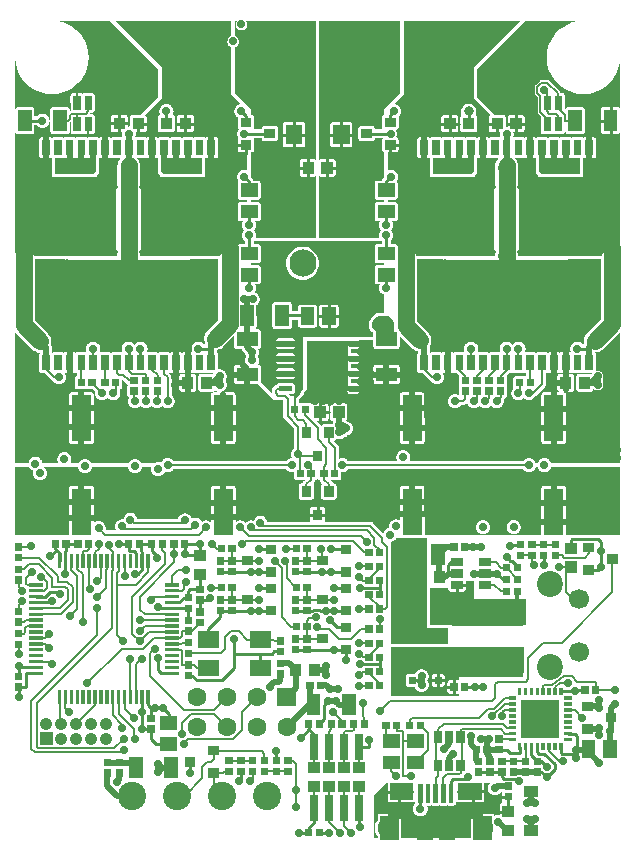
<source format=gtl>
G04 start of page 2 for group 0 idx 0 *
G04 Title: (unknown), top *
G04 Creator: pcb 20140316 *
G04 CreationDate: Tue 21 Mar 2017 17:58:46 GMT UTC *
G04 For: kier *
G04 Format: Gerber/RS-274X *
G04 PCB-Dimensions (mil): 2755.91 3543.31 *
G04 PCB-Coordinate-Origin: lower left *
%MOIN*%
%FSLAX25Y25*%
%LNTOP*%
%ADD55C,0.0256*%
%ADD54C,0.0591*%
%ADD53C,0.0512*%
%ADD52C,0.0394*%
%ADD51C,0.0118*%
%ADD50C,0.0315*%
%ADD49C,0.0276*%
%ADD48R,0.0787X0.0787*%
%ADD47R,0.0079X0.0079*%
%ADD46R,0.0157X0.0157*%
%ADD45R,0.0575X0.0575*%
%ADD44R,0.0541X0.0541*%
%ADD43R,0.0276X0.0276*%
%ADD42R,0.0640X0.0640*%
%ADD41R,0.0358X0.0358*%
%ADD40R,0.1260X0.1260*%
%ADD39R,0.0531X0.0531*%
%ADD38R,0.2067X0.2067*%
%ADD37R,0.0236X0.0236*%
%ADD36R,0.0118X0.0118*%
%ADD35R,0.0551X0.0551*%
%ADD34R,0.0315X0.0315*%
%ADD33R,0.0591X0.0591*%
%ADD32R,0.1390X0.1390*%
%ADD31R,0.0630X0.0630*%
%ADD30R,0.0374X0.0374*%
%ADD29R,0.0244X0.0244*%
%ADD28R,0.0256X0.0256*%
%ADD27R,0.0177X0.0177*%
%ADD26R,0.0453X0.0453*%
%ADD25C,0.0413*%
%ADD24C,0.0472*%
%ADD23C,0.0945*%
%ADD22C,0.0630*%
%ADD21C,0.0906*%
%ADD20C,0.1260*%
%ADD19C,0.0866*%
%ADD18C,0.0669*%
%ADD17C,0.0551*%
%ADD16C,0.0148*%
%ADD15C,0.0059*%
%ADD14C,0.0098*%
%ADD13C,0.0079*%
%ADD12C,0.0197*%
%ADD11C,0.0001*%
G54D11*G36*
X133858Y313386D02*X141142D01*
Y267045D01*
X141033Y267137D01*
X140901Y267218D01*
X140758Y267278D01*
X140607Y267314D01*
X140453Y267323D01*
X136558Y267314D01*
X136408Y267278D01*
X136264Y267218D01*
X136132Y267137D01*
X136014Y267037D01*
X135914Y266919D01*
X135833Y266787D01*
X135774Y266644D01*
X135737Y266493D01*
X135728Y266339D01*
X135737Y262247D01*
X135774Y262096D01*
X135833Y261953D01*
X135914Y261821D01*
X136014Y261703D01*
X136132Y261603D01*
X136264Y261522D01*
X136408Y261463D01*
X136558Y261426D01*
X136713Y261417D01*
X140607Y261426D01*
X140758Y261463D01*
X140901Y261522D01*
X141033Y261603D01*
X141142Y261696D01*
Y241142D01*
X133858D01*
Y271186D01*
X136769Y271190D01*
X136919Y271226D01*
X137062Y271286D01*
X137194Y271367D01*
X137312Y271467D01*
X137413Y271585D01*
X137494Y271717D01*
X137553Y271860D01*
X137589Y272011D01*
X137598Y272165D01*
X137589Y278776D01*
X137553Y278927D01*
X137494Y279070D01*
X137413Y279202D01*
X137312Y279320D01*
X137194Y279421D01*
X137062Y279502D01*
X136919Y279561D01*
X136769Y279597D01*
X136614Y279606D01*
X133858Y279602D01*
Y313386D01*
G37*
G36*
X123031Y277362D02*X123032Y277264D01*
X120391D01*
X120484Y277372D01*
X120565Y277505D01*
X120624Y277648D01*
X120660Y277798D01*
X120669Y277953D01*
X120660Y281257D01*
X120624Y281407D01*
X120565Y281551D01*
X120484Y281683D01*
X120383Y281800D01*
X120265Y281901D01*
X120133Y281982D01*
X119990Y282041D01*
X119839Y282077D01*
X119685Y282087D01*
X119488Y282086D01*
Y284055D01*
X114173Y289370D01*
Y304613D01*
X114193Y304618D01*
X114479Y304737D01*
X114743Y304899D01*
X114979Y305100D01*
X115180Y305335D01*
X115342Y305600D01*
X115461Y305886D01*
X115533Y306187D01*
X115551Y306496D01*
X115533Y306805D01*
X115461Y307106D01*
X115342Y307392D01*
X115180Y307657D01*
X114979Y307892D01*
X114743Y308094D01*
X114479Y308255D01*
X114193Y308374D01*
X114173Y308379D01*
Y313386D01*
X114759D01*
X114741Y313365D01*
X114579Y313101D01*
X114461Y312815D01*
X114388Y312514D01*
X114364Y312205D01*
X114388Y311896D01*
X114461Y311595D01*
X114579Y311308D01*
X114741Y311044D01*
X114942Y310808D01*
X115178Y310607D01*
X115442Y310445D01*
X115728Y310327D01*
X116030Y310254D01*
X116339Y310230D01*
X116647Y310254D01*
X116949Y310327D01*
X117235Y310445D01*
X117499Y310607D01*
X117735Y310808D01*
X117936Y311044D01*
X118098Y311308D01*
X118217Y311595D01*
X118289Y311896D01*
X118307Y312205D01*
X118289Y312514D01*
X118217Y312815D01*
X118098Y313101D01*
X117936Y313365D01*
X117919Y313386D01*
X133858D01*
Y279602D01*
X130948Y279597D01*
X130797Y279561D01*
X130654Y279502D01*
X130522Y279421D01*
X130404Y279320D01*
X130304Y279202D01*
X130223Y279070D01*
X130163Y278927D01*
X130127Y278776D01*
X130118Y278622D01*
X130127Y272011D01*
X130163Y271860D01*
X130223Y271717D01*
X130304Y271585D01*
X130404Y271467D01*
X130522Y271367D01*
X130654Y271286D01*
X130797Y271226D01*
X130948Y271190D01*
X131102Y271181D01*
X133858Y271186D01*
Y241142D01*
X121128D01*
X121151Y241197D01*
X121238Y241558D01*
X121260Y241929D01*
X121238Y242300D01*
X121151Y242661D01*
X121009Y243005D01*
X120815Y243322D01*
X120573Y243605D01*
X120461Y243701D01*
X120573Y243797D01*
X120815Y244080D01*
X121009Y244397D01*
X121151Y244740D01*
X121238Y245102D01*
X121260Y245472D01*
X121238Y245843D01*
X121151Y246205D01*
X121009Y246548D01*
X121000Y246563D01*
X121906Y246564D01*
X122057Y246600D01*
X122200Y246660D01*
X122332Y246741D01*
X122450Y246841D01*
X122551Y246959D01*
X122632Y247091D01*
X122691Y247234D01*
X122727Y247385D01*
X122736Y247539D01*
X122727Y252221D01*
X122691Y252372D01*
X122632Y252515D01*
X122551Y252647D01*
X122450Y252765D01*
X122332Y252866D01*
X122200Y252947D01*
X122057Y253006D01*
X121906Y253042D01*
X121752Y253051D01*
X119488Y253048D01*
Y253647D01*
X121906Y253651D01*
X122057Y253687D01*
X122200Y253746D01*
X122332Y253827D01*
X122450Y253928D01*
X122551Y254046D01*
X122632Y254178D01*
X122691Y254321D01*
X122727Y254472D01*
X122736Y254626D01*
X122727Y259308D01*
X122691Y259459D01*
X122632Y259602D01*
X122551Y259734D01*
X122450Y259852D01*
X122332Y259952D01*
X122200Y260033D01*
X122057Y260093D01*
X121906Y260129D01*
X121752Y260138D01*
X120346Y260136D01*
X120306Y260300D01*
X120217Y260515D01*
X120096Y260713D01*
X120096Y260713D01*
X119945Y260890D01*
X119901Y260927D01*
X119670Y261158D01*
X119685Y261417D01*
X119663Y261788D01*
X119576Y262150D01*
X119488Y262362D01*
Y269496D01*
X119839Y269497D01*
X119990Y269533D01*
X120133Y269593D01*
X120265Y269674D01*
X120383Y269774D01*
X120484Y269892D01*
X120565Y270024D01*
X120624Y270167D01*
X120660Y270318D01*
X120669Y270472D01*
X120660Y273776D01*
X120624Y273927D01*
X120565Y274070D01*
X120484Y274202D01*
X120391Y274311D01*
X123040D01*
X123041Y274058D01*
X123077Y273908D01*
X123136Y273764D01*
X123217Y273632D01*
X123318Y273514D01*
X123435Y273414D01*
X123568Y273333D01*
X123711Y273274D01*
X123861Y273237D01*
X124016Y273228D01*
X127714Y273237D01*
X127864Y273274D01*
X128007Y273333D01*
X128139Y273414D01*
X128257Y273514D01*
X128358Y273632D01*
X128439Y273764D01*
X128498Y273908D01*
X128534Y274058D01*
X128543Y274213D01*
X128534Y277517D01*
X128498Y277667D01*
X128439Y277810D01*
X128358Y277943D01*
X128257Y278060D01*
X128139Y278161D01*
X128007Y278242D01*
X127864Y278301D01*
X127714Y278337D01*
X127559Y278346D01*
X123861Y278337D01*
X123711Y278301D01*
X123568Y278242D01*
X123435Y278161D01*
X123318Y278060D01*
X123217Y277943D01*
X123136Y277810D01*
X123077Y277667D01*
X123041Y277517D01*
X123031Y277362D01*
G37*
G36*
X155315D02*X155324Y274058D01*
X155360Y273908D01*
X155420Y273764D01*
X155500Y273632D01*
X155601Y273514D01*
X155719Y273414D01*
X155851Y273333D01*
X155994Y273274D01*
X156145Y273237D01*
X156299Y273228D01*
X159997Y273237D01*
X160148Y273274D01*
X160291Y273333D01*
X160423Y273414D01*
X160541Y273514D01*
X160641Y273632D01*
X160722Y273764D01*
X160781Y273908D01*
X160818Y274058D01*
X160827Y274213D01*
X160826Y274311D01*
X163467D01*
X163374Y274202D01*
X163294Y274070D01*
X163234Y273927D01*
X163198Y273776D01*
X163189Y273622D01*
X163198Y270318D01*
X163234Y270167D01*
X163294Y270024D01*
X163374Y269892D01*
X163475Y269774D01*
X163593Y269674D01*
X163725Y269593D01*
X163868Y269533D01*
X163976Y269507D01*
Y262362D01*
X163888Y262150D01*
X163801Y261788D01*
X163772Y261417D01*
X163793Y261156D01*
X163564Y260927D01*
X163520Y260890D01*
X163369Y260713D01*
X163247Y260515D01*
X163158Y260300D01*
X163118Y260131D01*
X161558Y260129D01*
X161408Y260093D01*
X161264Y260033D01*
X161132Y259952D01*
X161014Y259852D01*
X160914Y259734D01*
X160833Y259602D01*
X160774Y259459D01*
X160737Y259308D01*
X160728Y259154D01*
X160737Y254472D01*
X160774Y254321D01*
X160833Y254178D01*
X160914Y254046D01*
X161014Y253928D01*
X161132Y253827D01*
X161264Y253746D01*
X161408Y253687D01*
X161558Y253651D01*
X161713Y253642D01*
X163976Y253645D01*
Y253046D01*
X161558Y253042D01*
X161408Y253006D01*
X161264Y252947D01*
X161132Y252866D01*
X161014Y252765D01*
X160914Y252647D01*
X160833Y252515D01*
X160774Y252372D01*
X160737Y252221D01*
X160728Y252067D01*
X160737Y247385D01*
X160774Y247234D01*
X160833Y247091D01*
X160914Y246959D01*
X161014Y246841D01*
X161132Y246741D01*
X161264Y246660D01*
X161408Y246600D01*
X161558Y246564D01*
X161713Y246555D01*
X162461Y246556D01*
X162456Y246548D01*
X162313Y246205D01*
X162227Y245843D01*
X162197Y245472D01*
X162227Y245102D01*
X162313Y244740D01*
X162456Y244397D01*
X162650Y244080D01*
X162891Y243797D01*
X163004Y243701D01*
X162891Y243605D01*
X162650Y243322D01*
X162456Y243005D01*
X162313Y242661D01*
X162227Y242300D01*
X162197Y241929D01*
X162227Y241558D01*
X162313Y241197D01*
X162336Y241142D01*
X149606D01*
Y271186D01*
X152517Y271190D01*
X152667Y271226D01*
X152810Y271286D01*
X152943Y271367D01*
X153060Y271467D01*
X153161Y271585D01*
X153242Y271717D01*
X153301Y271860D01*
X153337Y272011D01*
X153346Y272165D01*
X153337Y278776D01*
X153301Y278927D01*
X153242Y279070D01*
X153161Y279202D01*
X153060Y279320D01*
X152943Y279421D01*
X152810Y279502D01*
X152667Y279561D01*
X152517Y279597D01*
X152362Y279606D01*
X149606Y279602D01*
Y313386D01*
X169291D01*
Y289370D01*
X163976Y284055D01*
Y282067D01*
X163868Y282041D01*
X163725Y281982D01*
X163593Y281901D01*
X163475Y281800D01*
X163374Y281683D01*
X163294Y281551D01*
X163234Y281407D01*
X163198Y281257D01*
X163189Y281102D01*
X163198Y277798D01*
X163234Y277648D01*
X163294Y277505D01*
X163374Y277372D01*
X163467Y277264D01*
X160818D01*
X160818Y277517D01*
X160781Y277667D01*
X160722Y277810D01*
X160641Y277943D01*
X160541Y278060D01*
X160423Y278161D01*
X160291Y278242D01*
X160148Y278301D01*
X159997Y278337D01*
X159843Y278346D01*
X156145Y278337D01*
X155994Y278301D01*
X155851Y278242D01*
X155719Y278161D01*
X155601Y278060D01*
X155500Y277943D01*
X155420Y277810D01*
X155360Y277667D01*
X155324Y277517D01*
X155315Y277362D01*
G37*
G36*
X149606Y241142D02*X142323D01*
Y261696D01*
X142431Y261603D01*
X142564Y261522D01*
X142707Y261463D01*
X142857Y261426D01*
X143012Y261417D01*
X146906Y261426D01*
X147057Y261463D01*
X147200Y261522D01*
X147332Y261603D01*
X147450Y261703D01*
X147551Y261821D01*
X147632Y261953D01*
X147691Y262096D01*
X147727Y262247D01*
X147736Y262402D01*
X147727Y266493D01*
X147691Y266644D01*
X147632Y266787D01*
X147551Y266919D01*
X147450Y267037D01*
X147332Y267137D01*
X147200Y267218D01*
X147057Y267278D01*
X146906Y267314D01*
X146752Y267323D01*
X142857Y267314D01*
X142707Y267278D01*
X142564Y267218D01*
X142431Y267137D01*
X142323Y267045D01*
Y313386D01*
X149606D01*
Y279602D01*
X146696Y279597D01*
X146545Y279561D01*
X146402Y279502D01*
X146270Y279421D01*
X146152Y279320D01*
X146052Y279202D01*
X145971Y279070D01*
X145911Y278927D01*
X145875Y278776D01*
X145866Y278622D01*
X145875Y272011D01*
X145911Y271860D01*
X145971Y271717D01*
X146052Y271585D01*
X146152Y271467D01*
X146270Y271367D01*
X146402Y271286D01*
X146545Y271226D01*
X146696Y271190D01*
X146850Y271181D01*
X149606Y271186D01*
Y241142D01*
G37*
G36*
X185827Y261417D02*X194882D01*
Y267798D01*
X194991Y267705D01*
X195123Y267624D01*
X195266Y267565D01*
X195416Y267529D01*
X195571Y267520D01*
X198284Y267529D01*
X198435Y267565D01*
X198578Y267624D01*
X198710Y267705D01*
X198819Y267798D01*
X198928Y267705D01*
X199060Y267624D01*
X199203Y267565D01*
X199353Y267529D01*
X199508Y267520D01*
X201830Y267527D01*
X201689Y267363D01*
X201382Y266861D01*
X201156Y266317D01*
X201019Y265744D01*
X200984Y265157D01*
Y258481D01*
X200896Y258518D01*
X200745Y258554D01*
X200591Y258563D01*
X191591Y258560D01*
X191535Y258563D01*
X188112Y258558D01*
X185827Y258558D01*
Y261417D01*
G37*
G36*
X192126Y313386D02*X209252D01*
X193701Y297835D01*
Y287598D01*
X199299Y282000D01*
X199257Y281982D01*
X199124Y281901D01*
X199007Y281800D01*
X198906Y281683D01*
X198825Y281551D01*
X198766Y281407D01*
X198730Y281257D01*
X198720Y281102D01*
X198730Y277011D01*
X198766Y276860D01*
X198825Y276717D01*
X198906Y276585D01*
X199007Y276467D01*
X199124Y276367D01*
X199257Y276286D01*
X199400Y276226D01*
X199550Y276190D01*
X199705Y276181D01*
X202438Y276188D01*
X202384Y275961D01*
X202355Y275591D01*
X202384Y275220D01*
X202471Y274858D01*
X202613Y274515D01*
X202697Y274379D01*
X202647Y274421D01*
X202515Y274502D01*
X202372Y274561D01*
X202221Y274597D01*
X202067Y274606D01*
X199353Y274597D01*
X199203Y274561D01*
X199060Y274502D01*
X198928Y274421D01*
X198819Y274328D01*
X198710Y274421D01*
X198578Y274502D01*
X198435Y274561D01*
X198284Y274597D01*
X198130Y274606D01*
X195416Y274597D01*
X195266Y274561D01*
X195123Y274502D01*
X194991Y274421D01*
X194882Y274328D01*
X194773Y274421D01*
X194641Y274502D01*
X194498Y274561D01*
X194347Y274597D01*
X194193Y274606D01*
X192126Y274599D01*
Y276185D01*
X194151Y276190D01*
X194301Y276226D01*
X194444Y276286D01*
X194576Y276367D01*
X194694Y276467D01*
X194795Y276585D01*
X194876Y276717D01*
X194935Y276860D01*
X194971Y277011D01*
X194980Y277165D01*
X194971Y281257D01*
X194935Y281407D01*
X194876Y281551D01*
X194795Y281683D01*
X194694Y281800D01*
X194576Y281901D01*
X194444Y281982D01*
X194361Y282017D01*
X194413Y282102D01*
X194567Y282474D01*
X194661Y282866D01*
X194685Y283268D01*
X194661Y283669D01*
X194567Y284061D01*
X194413Y284433D01*
X194203Y284777D01*
X193941Y285083D01*
X193635Y285344D01*
X193291Y285555D01*
X192919Y285709D01*
X192528Y285803D01*
X192126Y285835D01*
Y313386D01*
G37*
G36*
X185827D02*X192126D01*
Y285835D01*
X191724Y285803D01*
X191333Y285709D01*
X190961Y285555D01*
X190617Y285344D01*
X190311Y285083D01*
X190049Y284777D01*
X189839Y284433D01*
X189685Y284061D01*
X189591Y283669D01*
X189559Y283268D01*
X189591Y282866D01*
X189685Y282474D01*
X189839Y282102D01*
X189891Y282017D01*
X189808Y281982D01*
X189676Y281901D01*
X189558Y281800D01*
X189457Y281683D01*
X189376Y281551D01*
X189317Y281407D01*
X189281Y281257D01*
X189272Y281102D01*
X189281Y277011D01*
X189317Y276860D01*
X189376Y276717D01*
X189457Y276585D01*
X189558Y276467D01*
X189676Y276367D01*
X189808Y276286D01*
X189951Y276226D01*
X190101Y276190D01*
X190256Y276181D01*
X192126Y276185D01*
Y274599D01*
X191479Y274597D01*
X191329Y274561D01*
X191186Y274502D01*
X191054Y274421D01*
X190945Y274328D01*
X190836Y274421D01*
X190704Y274502D01*
X190561Y274561D01*
X190410Y274597D01*
X190256Y274606D01*
X187542Y274597D01*
X187392Y274561D01*
X187249Y274502D01*
X187117Y274421D01*
X187008Y274328D01*
X186899Y274421D01*
X186767Y274502D01*
X186624Y274561D01*
X186473Y274597D01*
X186319Y274606D01*
X185827Y274605D01*
Y276185D01*
X187851Y276190D01*
X188002Y276226D01*
X188145Y276286D01*
X188277Y276367D01*
X188395Y276467D01*
X188496Y276585D01*
X188577Y276717D01*
X188636Y276860D01*
X188672Y277011D01*
X188681Y277165D01*
X188672Y281257D01*
X188636Y281407D01*
X188577Y281551D01*
X188496Y281683D01*
X188395Y281800D01*
X188277Y281901D01*
X188145Y281982D01*
X188002Y282041D01*
X187851Y282077D01*
X187697Y282087D01*
X185827Y282082D01*
Y313386D01*
G37*
G36*
Y235927D02*X188266Y235930D01*
X193786Y235932D01*
X193898Y235925D01*
X200745Y235934D01*
X200896Y235970D01*
X200984Y236007D01*
Y235039D01*
X185827D01*
Y235927D01*
G37*
G36*
X174803Y257579D02*X174806Y249958D01*
X174803Y249902D01*
X174808Y247166D01*
X174810Y242337D01*
X174803Y242224D01*
X174812Y236755D01*
X174848Y236604D01*
X174908Y236461D01*
X174989Y236329D01*
X175089Y236211D01*
X175207Y236111D01*
X175339Y236030D01*
X175482Y235970D01*
X175633Y235934D01*
X175787Y235925D01*
X184787Y235928D01*
X184843Y235925D01*
X185827Y235927D01*
Y235039D01*
X174541D01*
X174406Y235365D01*
X174098Y235867D01*
X173716Y236314D01*
X173268Y236697D01*
X172766Y237004D01*
X172222Y237229D01*
X171650Y237367D01*
X171063Y237413D01*
X170476Y237367D01*
X169904Y237229D01*
X169360Y237004D01*
X168858Y236697D01*
X168410Y236314D01*
X168400Y236303D01*
X168396Y238245D01*
X168360Y238396D01*
X168301Y238539D01*
X168220Y238671D01*
X168119Y238789D01*
X168002Y238889D01*
X167869Y238970D01*
X167726Y239030D01*
X167576Y239066D01*
X167421Y239075D01*
X166043Y239073D01*
Y240084D01*
X166242Y240254D01*
X166484Y240536D01*
X166678Y240853D01*
X166820Y241197D01*
X166907Y241558D01*
X166929Y241929D01*
X166907Y242300D01*
X166820Y242661D01*
X166678Y243005D01*
X166484Y243322D01*
X166242Y243605D01*
X166130Y243701D01*
X166242Y243797D01*
X166484Y244080D01*
X166678Y244397D01*
X166820Y244740D01*
X166907Y245102D01*
X166929Y245472D01*
X166907Y245843D01*
X166820Y246205D01*
X166678Y246548D01*
X166669Y246563D01*
X167576Y246564D01*
X167726Y246600D01*
X167869Y246660D01*
X168002Y246741D01*
X168119Y246841D01*
X168220Y246959D01*
X168301Y247091D01*
X168360Y247234D01*
X168396Y247385D01*
X168406Y247539D01*
X168396Y252221D01*
X168360Y252372D01*
X168301Y252515D01*
X168220Y252647D01*
X168119Y252765D01*
X168002Y252866D01*
X167869Y252947D01*
X167726Y253006D01*
X167576Y253042D01*
X167421Y253051D01*
X165157Y253048D01*
Y253647D01*
X167576Y253651D01*
X167726Y253687D01*
X167869Y253746D01*
X168002Y253827D01*
X168119Y253928D01*
X168220Y254046D01*
X168301Y254178D01*
X168360Y254321D01*
X168396Y254472D01*
X168406Y254626D01*
X168396Y259308D01*
X168360Y259459D01*
X168301Y259602D01*
X168220Y259734D01*
X168119Y259852D01*
X168002Y259952D01*
X167999Y259954D01*
X168059Y260025D01*
X168253Y260342D01*
X168395Y260685D01*
X168482Y261047D01*
X168504Y261417D01*
X168482Y261788D01*
X168395Y262150D01*
X168253Y262493D01*
X168059Y262810D01*
X167817Y263093D01*
X167534Y263334D01*
X167217Y263529D01*
X166874Y263671D01*
X166512Y263758D01*
X166142Y263787D01*
X165771Y263758D01*
X165410Y263671D01*
X165157Y263566D01*
Y269491D01*
X167871Y269497D01*
X168022Y269533D01*
X168165Y269593D01*
X168297Y269674D01*
X168415Y269774D01*
X168515Y269892D01*
X168596Y270024D01*
X168656Y270167D01*
X168692Y270318D01*
X168701Y270472D01*
X168692Y273776D01*
X168656Y273927D01*
X168596Y274070D01*
X168515Y274202D01*
X168415Y274320D01*
X168297Y274421D01*
X168165Y274502D01*
X168022Y274561D01*
X167871Y274597D01*
X167721Y274606D01*
X167739Y274627D01*
X167901Y274891D01*
X168020Y275177D01*
X168092Y275479D01*
X168110Y275787D01*
X168092Y276096D01*
X168020Y276398D01*
X167901Y276684D01*
X167739Y276948D01*
X167714Y276977D01*
X167871Y276978D01*
X168022Y277014D01*
X168165Y277073D01*
X168297Y277154D01*
X168415Y277255D01*
X168515Y277372D01*
X168596Y277505D01*
X168656Y277648D01*
X168692Y277798D01*
X168701Y277953D01*
X168692Y281257D01*
X168656Y281407D01*
X168637Y281452D01*
X168801Y281592D01*
X169043Y281875D01*
X169237Y282192D01*
X169380Y282536D01*
X169466Y282897D01*
X169488Y283268D01*
X169466Y283638D01*
X169380Y284000D01*
X169237Y284343D01*
X169043Y284660D01*
X168801Y284943D01*
X168519Y285185D01*
X168202Y285379D01*
X167858Y285521D01*
X167497Y285608D01*
X167315Y285622D01*
X170472Y288780D01*
Y313386D01*
X185827D01*
Y282082D01*
X183802Y282077D01*
X183652Y282041D01*
X183508Y281982D01*
X183376Y281901D01*
X183259Y281800D01*
X183158Y281683D01*
X183077Y281551D01*
X183018Y281407D01*
X182982Y281257D01*
X182972Y281102D01*
X182982Y277011D01*
X183018Y276860D01*
X183077Y276717D01*
X183158Y276585D01*
X183259Y276467D01*
X183376Y276367D01*
X183508Y276286D01*
X183652Y276226D01*
X183802Y276190D01*
X183957Y276181D01*
X185827Y276185D01*
Y274605D01*
X183605Y274597D01*
X183455Y274561D01*
X183312Y274502D01*
X183180Y274421D01*
X183071Y274328D01*
X182962Y274421D01*
X182830Y274502D01*
X182687Y274561D01*
X182536Y274597D01*
X182382Y274606D01*
X179668Y274597D01*
X179518Y274561D01*
X179375Y274502D01*
X179243Y274421D01*
X179134Y274328D01*
X179025Y274421D01*
X178893Y274502D01*
X178750Y274561D01*
X178599Y274597D01*
X178445Y274606D01*
X175731Y274597D01*
X175581Y274561D01*
X175438Y274502D01*
X175306Y274421D01*
X175188Y274320D01*
X175087Y274202D01*
X175006Y274070D01*
X174947Y273927D01*
X174911Y273776D01*
X174902Y273622D01*
X174911Y268349D01*
X174947Y268199D01*
X175006Y268056D01*
X175087Y267924D01*
X175188Y267806D01*
X175306Y267705D01*
X175438Y267624D01*
X175581Y267565D01*
X175731Y267529D01*
X175886Y267520D01*
X178599Y267529D01*
X178750Y267565D01*
X178893Y267624D01*
X179025Y267705D01*
X179134Y267798D01*
Y261417D01*
X185827D01*
Y258558D01*
X182592Y258556D01*
X182480Y258563D01*
X175633Y258554D01*
X175482Y258518D01*
X175339Y258458D01*
X175207Y258377D01*
X175089Y258277D01*
X174989Y258159D01*
X174908Y258027D01*
X174848Y257884D01*
X174812Y257733D01*
X174803Y257579D01*
G37*
G36*
X180118Y262402D02*Y267521D01*
X182536Y267529D01*
X182687Y267565D01*
X182830Y267624D01*
X182962Y267705D01*
X183071Y267798D01*
X183180Y267705D01*
X183312Y267624D01*
X183455Y267565D01*
X183605Y267529D01*
X183760Y267520D01*
X186473Y267529D01*
X186624Y267565D01*
X186767Y267624D01*
X186899Y267705D01*
X187008Y267798D01*
X187117Y267705D01*
X187249Y267624D01*
X187392Y267565D01*
X187542Y267529D01*
X187697Y267520D01*
X190410Y267529D01*
X190561Y267565D01*
X190704Y267624D01*
X190836Y267705D01*
X190945Y267798D01*
X191054Y267705D01*
X191186Y267624D01*
X191329Y267565D01*
X191479Y267529D01*
X191634Y267520D01*
X193898Y267527D01*
Y263386D01*
X192913Y262402D01*
X180118D01*
G37*
G36*
X229331D02*X216535D01*
X215551Y263386D01*
Y267521D01*
X217969Y267529D01*
X218120Y267565D01*
X218263Y267624D01*
X218395Y267705D01*
X218504Y267798D01*
X218613Y267705D01*
X218745Y267624D01*
X218888Y267565D01*
X219038Y267529D01*
X219193Y267520D01*
X221906Y267529D01*
X222057Y267565D01*
X222200Y267624D01*
X222332Y267705D01*
X222441Y267798D01*
X222550Y267705D01*
X222682Y267624D01*
X222825Y267565D01*
X222975Y267529D01*
X223130Y267520D01*
X225843Y267529D01*
X225994Y267565D01*
X226137Y267624D01*
X226269Y267705D01*
X226378Y267798D01*
X226487Y267705D01*
X226619Y267624D01*
X226762Y267565D01*
X226912Y267529D01*
X227067Y267520D01*
X229331Y267527D01*
Y262402D01*
G37*
G36*
X222440Y313386D02*X229837D01*
X228400Y313273D01*
X226532Y312824D01*
X224757Y312089D01*
X223119Y311085D01*
X222440Y310505D01*
Y313386D01*
G37*
G36*
Y235930D02*X226857Y235932D01*
X226968Y235925D01*
X233816Y235934D01*
X233967Y235970D01*
X234110Y236030D01*
X234242Y236111D01*
X234360Y236211D01*
X234460Y236329D01*
X234541Y236461D01*
X234600Y236604D01*
X234637Y236755D01*
X234646Y236909D01*
X234642Y244530D01*
X234646Y244587D01*
X234641Y247321D01*
X234639Y252151D01*
X234646Y252264D01*
X234637Y257733D01*
X234600Y257884D01*
X234541Y258027D01*
X234460Y258159D01*
X234360Y258277D01*
X234242Y258377D01*
X234110Y258458D01*
X233967Y258518D01*
X233816Y258554D01*
X233661Y258563D01*
X224662Y258560D01*
X224606Y258563D01*
X222440Y258560D01*
Y261417D01*
X230315D01*
Y267798D01*
X230424Y267705D01*
X230556Y267624D01*
X230699Y267565D01*
X230849Y267529D01*
X231004Y267520D01*
X233717Y267529D01*
X233868Y267565D01*
X234011Y267624D01*
X234143Y267705D01*
X234261Y267806D01*
X234362Y267924D01*
X234443Y268056D01*
X234502Y268199D01*
X234538Y268349D01*
X234547Y268504D01*
X234538Y273776D01*
X234502Y273927D01*
X234443Y274070D01*
X234362Y274202D01*
X234261Y274320D01*
X234143Y274421D01*
X234011Y274502D01*
X233868Y274561D01*
X233717Y274597D01*
X233563Y274606D01*
X230849Y274597D01*
X230699Y274561D01*
X230556Y274502D01*
X230424Y274421D01*
X230315Y274328D01*
X230206Y274421D01*
X230074Y274502D01*
X229931Y274561D01*
X229780Y274597D01*
X229626Y274606D01*
X226912Y274597D01*
X226762Y274561D01*
X226619Y274502D01*
X226487Y274421D01*
X226378Y274328D01*
X226269Y274421D01*
X226137Y274502D01*
X225994Y274561D01*
X225843Y274597D01*
X225689Y274606D01*
X222975Y274597D01*
X222825Y274561D01*
X222682Y274502D01*
X222550Y274421D01*
X222441Y274328D01*
X222440Y274329D01*
Y275597D01*
X223284Y275600D01*
X223435Y275636D01*
X223578Y275695D01*
X223710Y275776D01*
X223828Y275877D01*
X223929Y275994D01*
X224010Y276127D01*
X224069Y276270D01*
X224105Y276420D01*
X224114Y276575D01*
X224109Y279238D01*
X224213Y279230D01*
X224247Y279232D01*
X224317D01*
X224320Y276420D01*
X224356Y276270D01*
X224416Y276127D01*
X224497Y275994D01*
X224597Y275877D01*
X224715Y275776D01*
X224847Y275695D01*
X224990Y275636D01*
X225141Y275600D01*
X225295Y275591D01*
X229977Y275600D01*
X230128Y275636D01*
X230271Y275695D01*
X230403Y275776D01*
X230521Y275877D01*
X230622Y275994D01*
X230703Y276127D01*
X230762Y276270D01*
X230798Y276420D01*
X230807Y276575D01*
X230798Y283816D01*
X230762Y283967D01*
X230703Y284110D01*
X230622Y284242D01*
X230521Y284360D01*
X230403Y284460D01*
X230271Y284541D01*
X230128Y284600D01*
X229977Y284637D01*
X229823Y284646D01*
X225141Y284637D01*
X224990Y284600D01*
X224847Y284541D01*
X224715Y284460D01*
X224597Y284360D01*
X224497Y284242D01*
X224416Y284110D01*
X224356Y283967D01*
X224320Y283816D01*
X224311Y283661D01*
X224312Y283043D01*
X224048Y283307D01*
X224069Y283356D01*
X224105Y283507D01*
X224114Y283661D01*
X224105Y288540D01*
X224069Y288691D01*
X224010Y288834D01*
X223929Y288966D01*
X223828Y289084D01*
X223710Y289185D01*
X223578Y289266D01*
X223435Y289325D01*
X223284Y289361D01*
X223130Y289370D01*
X222714Y289369D01*
X222695Y289448D01*
X222642Y289577D01*
X222569Y289696D01*
X222479Y289802D01*
X222452Y289824D01*
X222440Y289837D01*
Y291857D01*
X223119Y291277D01*
X224757Y290273D01*
X226532Y289538D01*
X228400Y289089D01*
X230315Y288939D01*
X232230Y289089D01*
X234098Y289538D01*
X235873Y290273D01*
X237511Y291277D01*
X238972Y292524D01*
X240219Y293985D01*
X241223Y295623D01*
X241958Y297398D01*
X242407Y299266D01*
X242520Y301181D01*
Y284095D01*
X242514Y284110D01*
X242433Y284242D01*
X242332Y284360D01*
X242214Y284460D01*
X242082Y284541D01*
X241939Y284600D01*
X241788Y284637D01*
X241634Y284646D01*
X236952Y284637D01*
X236801Y284600D01*
X236658Y284541D01*
X236526Y284460D01*
X236408Y284360D01*
X236308Y284242D01*
X236227Y284110D01*
X236167Y283967D01*
X236131Y283816D01*
X236122Y283661D01*
X236131Y276420D01*
X236167Y276270D01*
X236227Y276127D01*
X236308Y275994D01*
X236408Y275877D01*
X236526Y275776D01*
X236658Y275695D01*
X236801Y275636D01*
X236952Y275600D01*
X237106Y275591D01*
X241788Y275600D01*
X241939Y275636D01*
X242082Y275695D01*
X242214Y275776D01*
X242332Y275877D01*
X242433Y275994D01*
X242514Y276127D01*
X242520Y276141D01*
Y236194D01*
X242417Y236314D01*
X241969Y236697D01*
X241467Y237004D01*
X240923Y237229D01*
X240351Y237367D01*
X239764Y237413D01*
X239177Y237367D01*
X238604Y237229D01*
X238061Y237004D01*
X237559Y236697D01*
X237111Y236314D01*
X236729Y235867D01*
X236421Y235365D01*
X236286Y235039D01*
X222440D01*
Y235930D01*
G37*
G36*
Y274329D02*X222332Y274421D01*
X222200Y274502D01*
X222057Y274561D01*
X221906Y274597D01*
X221752Y274606D01*
X219038Y274597D01*
X218888Y274561D01*
X218745Y274502D01*
X218613Y274421D01*
X218504Y274328D01*
X218395Y274421D01*
X218263Y274502D01*
X218120Y274561D01*
X217969Y274597D01*
X217815Y274606D01*
X215101Y274597D01*
X214951Y274561D01*
X214808Y274502D01*
X214676Y274421D01*
X214567Y274328D01*
X214458Y274421D01*
X214326Y274502D01*
X214183Y274561D01*
X214032Y274597D01*
X213878Y274606D01*
X211164Y274597D01*
X211014Y274561D01*
X210871Y274502D01*
X210739Y274421D01*
X210630Y274328D01*
X210521Y274421D01*
X210389Y274502D01*
X210246Y274561D01*
X210095Y274597D01*
X209941Y274606D01*
X207227Y274597D01*
X207077Y274561D01*
X206934Y274502D01*
X206802Y274421D01*
X206752Y274379D01*
X206836Y274515D01*
X206978Y274858D01*
X207065Y275220D01*
X207087Y275591D01*
X207065Y275961D01*
X207011Y276183D01*
X209899Y276190D01*
X210049Y276226D01*
X210192Y276286D01*
X210324Y276367D01*
X210442Y276467D01*
X210543Y276585D01*
X210624Y276717D01*
X210683Y276860D01*
X210719Y277011D01*
X210728Y277165D01*
X210719Y281257D01*
X210683Y281407D01*
X210624Y281551D01*
X210543Y281683D01*
X210442Y281800D01*
X210324Y281901D01*
X210192Y281982D01*
X210049Y282041D01*
X209899Y282077D01*
X209744Y282087D01*
X205849Y282077D01*
X205699Y282041D01*
X205556Y281982D01*
X205424Y281901D01*
X205306Y281800D01*
X205205Y281683D01*
X205124Y281551D01*
X205065Y281407D01*
X205029Y281257D01*
X205020Y281102D01*
X205027Y277936D01*
X204930Y277944D01*
X204426Y278448D01*
X204420Y281257D01*
X204384Y281407D01*
X204325Y281551D01*
X204244Y281683D01*
X204143Y281800D01*
X204025Y281901D01*
X203893Y281982D01*
X203750Y282041D01*
X203599Y282077D01*
X203445Y282087D01*
X200794Y282080D01*
X194882Y287992D01*
Y297441D01*
X210827Y313386D01*
X222440D01*
Y310505D01*
X221658Y309838D01*
X220411Y308377D01*
X219407Y306739D01*
X218672Y304964D01*
X218223Y303096D01*
X218073Y301181D01*
X218223Y299266D01*
X218672Y297398D01*
X219407Y295623D01*
X220411Y293985D01*
X221658Y292524D01*
X222440Y291857D01*
Y289837D01*
X218958Y293318D01*
X218935Y293345D01*
X218829Y293435D01*
X218710Y293508D01*
X218582Y293562D01*
X218472Y293588D01*
X218446Y293594D01*
X218307Y293605D01*
X218272Y293602D01*
X216373D01*
X216339Y293605D01*
X216200Y293594D01*
X216064Y293562D01*
X215935Y293508D01*
X215816Y293435D01*
X215816Y293435D01*
X215710Y293345D01*
X215688Y293318D01*
X214359Y291989D01*
X214332Y291967D01*
X214242Y291861D01*
X214169Y291742D01*
X214116Y291613D01*
X214083Y291478D01*
X214083Y291477D01*
X214072Y291339D01*
X214075Y291304D01*
Y289405D01*
X214072Y289370D01*
X214083Y289231D01*
X214116Y289096D01*
X214169Y288967D01*
X214242Y288848D01*
X214242Y288848D01*
X214332Y288742D01*
X214359Y288719D01*
X215059Y288019D01*
Y283106D01*
X215056Y283071D01*
X215067Y282932D01*
X215100Y282796D01*
X215153Y282667D01*
X215226Y282549D01*
X215226Y282548D01*
X215317Y282443D01*
X215343Y282420D01*
X216109Y281654D01*
X216089Y281604D01*
X216052Y281454D01*
X216043Y281299D01*
X216052Y276420D01*
X216089Y276270D01*
X216148Y276127D01*
X216229Y275994D01*
X216329Y275877D01*
X216447Y275776D01*
X216579Y275695D01*
X216722Y275636D01*
X216873Y275600D01*
X217028Y275591D01*
X219544Y275600D01*
X219695Y275636D01*
X219838Y275695D01*
X219970Y275776D01*
X220079Y275869D01*
X220187Y275776D01*
X220319Y275695D01*
X220463Y275636D01*
X220613Y275600D01*
X220768Y275591D01*
X222440Y275597D01*
Y274329D01*
G37*
G36*
Y258560D02*X221183Y258558D01*
X215663Y258556D01*
X215551Y258563D01*
X208704Y258554D01*
X208553Y258518D01*
X208465Y258481D01*
Y265157D01*
X208430Y265744D01*
X208292Y266317D01*
X208067Y266861D01*
X207760Y267363D01*
X207625Y267521D01*
X210095Y267529D01*
X210246Y267565D01*
X210389Y267624D01*
X210521Y267705D01*
X210630Y267798D01*
X210739Y267705D01*
X210871Y267624D01*
X211014Y267565D01*
X211164Y267529D01*
X211319Y267520D01*
X214032Y267529D01*
X214183Y267565D01*
X214326Y267624D01*
X214458Y267705D01*
X214567Y267798D01*
Y261417D01*
X222440D01*
Y258560D01*
G37*
G36*
X208465Y236007D02*X208553Y235970D01*
X208704Y235934D01*
X208858Y235925D01*
X217858Y235928D01*
X217913Y235925D01*
X221336Y235930D01*
X222440Y235930D01*
Y235039D01*
X208465D01*
Y236007D01*
G37*
G36*
X110236Y190079D02*X110448Y190209D01*
X110731Y190450D01*
X110972Y190733D01*
X111166Y191050D01*
X111309Y191394D01*
X111395Y191755D01*
X111417Y192126D01*
X111395Y192497D01*
X111309Y192858D01*
X111166Y193202D01*
X111024Y193435D01*
Y193573D01*
X111166Y193806D01*
X111309Y194150D01*
X111395Y194511D01*
X111417Y194882D01*
X111395Y195253D01*
X111309Y195614D01*
X111166Y195958D01*
X110972Y196275D01*
X110731Y196557D01*
X110448Y196799D01*
X110236Y196929D01*
Y204760D01*
X110322Y204836D01*
X113782Y208296D01*
X113789Y204865D01*
X113825Y204715D01*
X113884Y204571D01*
X113965Y204439D01*
X114066Y204322D01*
X114183Y204221D01*
X114316Y204140D01*
X114459Y204081D01*
X114609Y204045D01*
X114764Y204035D01*
X116400Y204037D01*
X116429Y203917D01*
X116548Y203631D01*
X116710Y203367D01*
X116710Y203367D01*
X116911Y203131D01*
X116970Y203081D01*
X117565Y202486D01*
X117628Y202221D01*
X117771Y201877D01*
X117913Y201644D01*
Y201505D01*
X117771Y201273D01*
X117628Y200929D01*
X117542Y200568D01*
X117512Y200197D01*
X117542Y199826D01*
X117628Y199465D01*
X117771Y199121D01*
X117965Y198804D01*
X118040Y198716D01*
X114609Y198711D01*
X114459Y198675D01*
X114316Y198616D01*
X114183Y198535D01*
X114066Y198434D01*
X113965Y198317D01*
X113884Y198184D01*
X113825Y198041D01*
X113789Y197891D01*
X113780Y197736D01*
X113789Y193054D01*
X113825Y192904D01*
X113884Y192760D01*
X113965Y192628D01*
X114066Y192511D01*
X114183Y192410D01*
X114316Y192329D01*
X114459Y192270D01*
X114609Y192234D01*
X114764Y192224D01*
X121940Y192233D01*
X127165Y187008D01*
X128489D01*
X128543Y187004D01*
X128597Y187008D01*
X130138D01*
X130315Y186831D01*
Y181550D01*
X130311Y181496D01*
X130328Y181280D01*
X130378Y181069D01*
X130461Y180869D01*
X130575Y180684D01*
X130575Y180683D01*
X130716Y180519D01*
X130757Y180484D01*
X133858Y177382D01*
Y170824D01*
X133843Y170815D01*
X133561Y170573D01*
X133319Y170290D01*
X133125Y169973D01*
X132983Y169630D01*
X132896Y169268D01*
X132867Y168898D01*
X132896Y168527D01*
X132983Y168165D01*
X133125Y167822D01*
X133189Y167718D01*
X132897Y167695D01*
X132536Y167608D01*
X132192Y167466D01*
X131875Y167271D01*
X131592Y167030D01*
X131351Y166747D01*
X131342Y166732D01*
X110236D01*
Y172249D01*
X113540Y172253D01*
X113691Y172289D01*
X113834Y172349D01*
X113966Y172430D01*
X114084Y172530D01*
X114185Y172648D01*
X114266Y172780D01*
X114325Y172923D01*
X114361Y173074D01*
X114370Y173228D01*
X114361Y188737D01*
X114325Y188888D01*
X114266Y189031D01*
X114185Y189163D01*
X114084Y189281D01*
X113966Y189381D01*
X113834Y189462D01*
X113691Y189522D01*
X113540Y189558D01*
X113386Y189567D01*
X110236Y189562D01*
Y190079D01*
G37*
G36*
Y196929D02*X110131Y196993D01*
X109787Y197135D01*
X109426Y197222D01*
X109055Y197251D01*
X108684Y197222D01*
X108562Y197193D01*
X108554Y202123D01*
X108518Y202274D01*
X108458Y202417D01*
X108377Y202549D01*
X108277Y202667D01*
X108268Y202674D01*
Y203776D01*
X108836Y203912D01*
X109380Y204138D01*
X109882Y204445D01*
X110236Y204760D01*
Y196929D01*
G37*
G36*
X98425Y195870D02*X99859Y195875D01*
X100010Y195911D01*
X100153Y195971D01*
X100285Y196052D01*
X100394Y196144D01*
X100502Y196052D01*
X100634Y195971D01*
X100778Y195911D01*
X100928Y195875D01*
X101083Y195866D01*
X103796Y195875D01*
X103947Y195911D01*
X104090Y195971D01*
X104222Y196052D01*
X104331Y196144D01*
X104439Y196052D01*
X104571Y195971D01*
X104715Y195911D01*
X104865Y195875D01*
X105020Y195866D01*
X106909Y195872D01*
X106814Y195645D01*
X106749Y195660D01*
X106594Y195669D01*
X102700Y195660D01*
X102549Y195624D01*
X102406Y195565D01*
X102274Y195484D01*
X102156Y195383D01*
X102056Y195265D01*
X101975Y195133D01*
X101915Y194990D01*
X101879Y194839D01*
X101870Y194685D01*
X101879Y190594D01*
X101915Y190443D01*
X101975Y190300D01*
X102056Y190168D01*
X102156Y190050D01*
X102274Y189949D01*
X102406Y189868D01*
X102549Y189809D01*
X102700Y189773D01*
X102854Y189764D01*
X106749Y189773D01*
X106900Y189809D01*
X107043Y189868D01*
X107175Y189949D01*
X107293Y190050D01*
X107393Y190168D01*
X107474Y190300D01*
X107496Y190351D01*
X107662Y190209D01*
X107979Y190015D01*
X108323Y189872D01*
X108684Y189786D01*
X109055Y189756D01*
X109426Y189786D01*
X109787Y189872D01*
X110131Y190015D01*
X110236Y190079D01*
Y189562D01*
X106932Y189558D01*
X106782Y189522D01*
X106638Y189462D01*
X106506Y189381D01*
X106388Y189281D01*
X106288Y189163D01*
X106207Y189031D01*
X106148Y188888D01*
X106111Y188737D01*
X106102Y188583D01*
X106111Y173074D01*
X106148Y172923D01*
X106207Y172780D01*
X106288Y172648D01*
X106388Y172530D01*
X106506Y172430D01*
X106638Y172349D01*
X106782Y172289D01*
X106932Y172253D01*
X107087Y172244D01*
X110236Y172249D01*
Y166732D01*
X98425D01*
Y189768D01*
X100450Y189773D01*
X100600Y189809D01*
X100743Y189868D01*
X100876Y189949D01*
X100993Y190050D01*
X101094Y190168D01*
X101175Y190300D01*
X101234Y190443D01*
X101270Y190594D01*
X101280Y190748D01*
X101270Y194839D01*
X101234Y194990D01*
X101175Y195133D01*
X101094Y195265D01*
X100993Y195383D01*
X100876Y195484D01*
X100743Y195565D01*
X100600Y195624D01*
X100450Y195660D01*
X100295Y195669D01*
X98425Y195665D01*
Y195870D01*
G37*
G36*
X62992Y190516D02*X64371Y190521D01*
X64522Y190557D01*
X64665Y190616D01*
X64764Y190677D01*
X64863Y190616D01*
X65006Y190557D01*
X65157Y190521D01*
X65311Y190512D01*
X66786Y190517D01*
X67546Y189758D01*
X67542Y189741D01*
X67512Y189370D01*
X67542Y188999D01*
X67628Y188638D01*
X67771Y188294D01*
X67965Y187977D01*
X68206Y187695D01*
X68489Y187453D01*
X68806Y187259D01*
X69150Y187117D01*
X69511Y187030D01*
X69882Y187001D01*
X70253Y187030D01*
X70614Y187117D01*
X70958Y187259D01*
X71275Y187453D01*
X71557Y187695D01*
X71752Y187922D01*
X71947Y187695D01*
X72229Y187453D01*
X72546Y187259D01*
X72890Y187117D01*
X73251Y187030D01*
X73622Y187001D01*
X73993Y187030D01*
X74354Y187117D01*
X74698Y187259D01*
X75015Y187453D01*
X75298Y187695D01*
X75539Y187977D01*
X75733Y188294D01*
X75876Y188638D01*
X75962Y188999D01*
X75984Y189370D01*
X75962Y189741D01*
X75876Y190102D01*
X75787Y190315D01*
Y190521D01*
X75788Y190521D01*
X75939Y190557D01*
X76082Y190616D01*
X76214Y190697D01*
X76332Y190798D01*
X76433Y190916D01*
X76514Y191048D01*
X76573Y191191D01*
X76609Y191342D01*
X76618Y191496D01*
X76610Y193685D01*
X77728Y192568D01*
X77763Y192527D01*
X77928Y192386D01*
X77928Y192386D01*
X78113Y192272D01*
X78313Y192189D01*
X78316Y192189D01*
X78316Y192125D01*
X78352Y191974D01*
X78412Y191831D01*
X78472Y191732D01*
X78412Y191633D01*
X78352Y191490D01*
X78316Y191339D01*
X78307Y191185D01*
X78316Y188582D01*
X78352Y188431D01*
X78412Y188288D01*
X78493Y188156D01*
X78593Y188038D01*
X78711Y187937D01*
X78843Y187857D01*
X78886Y187839D01*
X78794Y187690D01*
X78652Y187346D01*
X78565Y186985D01*
X78536Y186614D01*
X78565Y186244D01*
X78652Y185882D01*
X78794Y185538D01*
X78989Y185221D01*
X79230Y184939D01*
X79513Y184697D01*
X79830Y184503D01*
X80173Y184361D01*
X80535Y184274D01*
X80906Y184245D01*
X81276Y184274D01*
X81638Y184361D01*
X81981Y184503D01*
X82298Y184697D01*
X82581Y184939D01*
X82677Y185051D01*
X82773Y184939D01*
X83056Y184697D01*
X83373Y184503D01*
X83717Y184361D01*
X84078Y184274D01*
X84449Y184245D01*
X84819Y184274D01*
X85181Y184361D01*
X85525Y184503D01*
X85842Y184697D01*
X86124Y184939D01*
X86319Y185167D01*
X86513Y184939D01*
X86796Y184697D01*
X87113Y184503D01*
X87457Y184361D01*
X87818Y184274D01*
X88189Y184245D01*
X88560Y184274D01*
X88921Y184361D01*
X89265Y184503D01*
X89582Y184697D01*
X89864Y184939D01*
X89961Y185051D01*
X90057Y184939D01*
X90340Y184697D01*
X90657Y184503D01*
X91000Y184361D01*
X91362Y184274D01*
X91732Y184245D01*
X92103Y184274D01*
X92464Y184361D01*
X92808Y184503D01*
X93125Y184697D01*
X93408Y184939D01*
X93649Y185221D01*
X93844Y185538D01*
X93986Y185882D01*
X94073Y186244D01*
X94094Y186614D01*
X94073Y186985D01*
X93986Y187346D01*
X93844Y187690D01*
X93649Y188007D01*
X93408Y188290D01*
X93125Y188531D01*
X93110Y188540D01*
Y194434D01*
X93114Y194488D01*
X93097Y194704D01*
X93097Y194704D01*
X93047Y194915D01*
X92964Y195116D01*
X92851Y195301D01*
X92710Y195466D01*
X92668Y195501D01*
X92222Y195947D01*
X92279Y195971D01*
X92411Y196052D01*
X92520Y196144D01*
X92628Y196052D01*
X92760Y195971D01*
X92904Y195911D01*
X93054Y195875D01*
X93209Y195866D01*
X95922Y195875D01*
X96073Y195911D01*
X96216Y195971D01*
X96348Y196052D01*
X96457Y196144D01*
X96565Y196052D01*
X96697Y195971D01*
X96841Y195911D01*
X96991Y195875D01*
X97146Y195866D01*
X98425Y195870D01*
Y195665D01*
X96401Y195660D01*
X96250Y195624D01*
X96107Y195565D01*
X95975Y195484D01*
X95857Y195383D01*
X95756Y195265D01*
X95675Y195133D01*
X95616Y194990D01*
X95580Y194839D01*
X95571Y194685D01*
X95580Y190594D01*
X95616Y190443D01*
X95675Y190300D01*
X95756Y190168D01*
X95857Y190050D01*
X95975Y189949D01*
X96107Y189868D01*
X96250Y189809D01*
X96401Y189773D01*
X96555Y189764D01*
X98425Y189768D01*
Y166732D01*
X93658D01*
X93649Y166747D01*
X93408Y167030D01*
X93125Y167271D01*
X92808Y167466D01*
X92464Y167608D01*
X92103Y167695D01*
X91732Y167724D01*
X91362Y167695D01*
X91000Y167608D01*
X90657Y167466D01*
X90340Y167271D01*
X90057Y167030D01*
X89815Y166747D01*
X89621Y166430D01*
X89505Y166151D01*
X89315Y166230D01*
X88953Y166317D01*
X88583Y166346D01*
X88212Y166317D01*
X87850Y166230D01*
X87507Y166088D01*
X87274Y165945D01*
X83055D01*
X83017Y166036D01*
X82822Y166353D01*
X82581Y166636D01*
X82298Y166878D01*
X81981Y167072D01*
X81638Y167214D01*
X81276Y167301D01*
X80906Y167330D01*
X80535Y167301D01*
X80173Y167214D01*
X79830Y167072D01*
X79513Y166878D01*
X79230Y166636D01*
X78989Y166353D01*
X78794Y166036D01*
X78756Y165945D01*
X66322D01*
X66284Y166036D01*
X66090Y166353D01*
X65849Y166636D01*
X65566Y166878D01*
X65249Y167072D01*
X64905Y167214D01*
X64544Y167301D01*
X64173Y167330D01*
X63803Y167301D01*
X63441Y167214D01*
X63098Y167072D01*
X62992Y167007D01*
Y172249D01*
X66296Y172253D01*
X66447Y172289D01*
X66590Y172349D01*
X66722Y172430D01*
X66840Y172530D01*
X66940Y172648D01*
X67021Y172780D01*
X67081Y172923D01*
X67117Y173074D01*
X67126Y173228D01*
X67117Y188737D01*
X67081Y188888D01*
X67021Y189031D01*
X66940Y189163D01*
X66840Y189281D01*
X66722Y189381D01*
X66590Y189462D01*
X66447Y189522D01*
X66296Y189558D01*
X66142Y189567D01*
X62992Y189562D01*
Y190516D01*
G37*
G36*
X60783Y193937D02*X60793Y191342D01*
X60829Y191191D01*
X60888Y191048D01*
X60969Y190916D01*
X61070Y190798D01*
X61187Y190697D01*
X61319Y190616D01*
X61463Y190557D01*
X61613Y190521D01*
X61768Y190512D01*
X62992Y190516D01*
Y189562D01*
X59688Y189558D01*
X59537Y189522D01*
X59394Y189462D01*
X59262Y189381D01*
X59144Y189281D01*
X59044Y189163D01*
X58963Y189031D01*
X58904Y188888D01*
X58867Y188737D01*
X58858Y188583D01*
X58867Y173074D01*
X58904Y172923D01*
X58963Y172780D01*
X59044Y172648D01*
X59144Y172530D01*
X59262Y172430D01*
X59394Y172349D01*
X59537Y172289D01*
X59688Y172253D01*
X59843Y172244D01*
X62992Y172249D01*
Y167007D01*
X62780Y166878D01*
X62498Y166636D01*
X62256Y166353D01*
X62062Y166036D01*
X62024Y165945D01*
X59209D01*
X59395Y166247D01*
X59537Y166591D01*
X59624Y166952D01*
X59646Y167323D01*
X59624Y167694D01*
X59537Y168055D01*
X59395Y168399D01*
X59200Y168716D01*
X58959Y168998D01*
X58676Y169240D01*
X58359Y169434D01*
X58016Y169576D01*
X57654Y169663D01*
X57283Y169692D01*
X56913Y169663D01*
X56551Y169576D01*
X56208Y169434D01*
X55891Y169240D01*
X55608Y168998D01*
X55367Y168716D01*
X55172Y168399D01*
X55030Y168055D01*
X54943Y167694D01*
X54914Y167323D01*
X54943Y166952D01*
X55030Y166591D01*
X55172Y166247D01*
X55357Y165945D01*
X49988D01*
X49978Y166119D01*
X49891Y166480D01*
X49749Y166824D01*
X49555Y167141D01*
X49313Y167424D01*
X49031Y167665D01*
X48714Y167859D01*
X48370Y168002D01*
X48008Y168088D01*
X47638Y168118D01*
X47267Y168088D01*
X46906Y168002D01*
X46562Y167859D01*
X46245Y167665D01*
X45962Y167424D01*
X45721Y167141D01*
X45527Y166824D01*
X45384Y166480D01*
X45297Y166119D01*
X45284Y165945D01*
X40945D01*
Y209449D01*
X40968D01*
X41048Y209355D01*
X41160Y209260D01*
X46568Y203851D01*
X47007Y203461D01*
X47509Y203153D01*
X48053Y202928D01*
X48626Y202791D01*
X49213Y202744D01*
Y202674D01*
X49203Y202667D01*
X49103Y202549D01*
X49022Y202417D01*
X48963Y202274D01*
X48926Y202123D01*
X48917Y201969D01*
X48926Y196696D01*
X48963Y196545D01*
X49022Y196402D01*
X49103Y196270D01*
X49203Y196152D01*
X49321Y196052D01*
X49453Y195971D01*
X49596Y195911D01*
X49747Y195875D01*
X49902Y195866D01*
X50804Y195869D01*
X52924Y193749D01*
X52960Y193708D01*
X53124Y193567D01*
X53125Y193567D01*
X53310Y193453D01*
X53510Y193370D01*
X53553Y193360D01*
X53595Y193292D01*
X53836Y193010D01*
X54119Y192768D01*
X54436Y192574D01*
X54780Y192432D01*
X55141Y192345D01*
X55512Y192316D01*
X55882Y192345D01*
X56244Y192432D01*
X56588Y192574D01*
X56905Y192768D01*
X57187Y193010D01*
X57429Y193292D01*
X57623Y193609D01*
X57765Y193953D01*
X57852Y194314D01*
X57874Y194685D01*
X57852Y195056D01*
X57765Y195417D01*
X57623Y195761D01*
X57541Y195894D01*
X57621Y195875D01*
X57776Y195866D01*
X60489Y195875D01*
X60640Y195911D01*
X60783Y195971D01*
X60915Y196052D01*
X61024Y196144D01*
X61132Y196052D01*
X61264Y195971D01*
X61408Y195911D01*
X61558Y195875D01*
X61614Y195872D01*
Y194912D01*
X61613Y194912D01*
X61463Y194876D01*
X61319Y194817D01*
X61187Y194736D01*
X61070Y194635D01*
X60969Y194517D01*
X60888Y194385D01*
X60829Y194242D01*
X60793Y194091D01*
X60783Y193937D01*
G37*
G36*
X47418Y233858D02*X57523D01*
X57489Y233717D01*
X57480Y233563D01*
X57480Y233560D01*
X57484Y225942D01*
X57480Y225886D01*
X57485Y223149D01*
X57487Y218322D01*
X57480Y218209D01*
X57489Y212739D01*
X57526Y212589D01*
X57585Y212445D01*
X57666Y212313D01*
X57766Y212196D01*
X57884Y212095D01*
X58016Y212014D01*
X58159Y211955D01*
X58310Y211919D01*
X58465Y211909D01*
X58469Y211909D01*
X69152Y211912D01*
X69193Y211909D01*
X72037Y211912D01*
X79840Y211914D01*
X79921Y211909D01*
X85606Y211916D01*
X90528Y211917D01*
X90650Y211909D01*
X99170Y211919D01*
X99321Y211955D01*
X99464Y212014D01*
X99596Y212095D01*
X99714Y212196D01*
X99814Y212313D01*
X99895Y212445D01*
X99955Y212589D01*
X99991Y212739D01*
X100000Y212894D01*
X100000Y212897D01*
X99997Y220514D01*
X100000Y220571D01*
X99995Y223309D01*
X99993Y228135D01*
X100000Y228248D01*
X99991Y233717D01*
X99957Y233858D01*
X108685D01*
X108661Y233465D01*
Y213754D01*
X105032Y210125D01*
X104642Y209686D01*
X104334Y209184D01*
X104109Y208640D01*
X103972Y208067D01*
X103925Y207480D01*
X103972Y206893D01*
X104109Y206321D01*
X104334Y205777D01*
X104371Y205717D01*
X104349Y205624D01*
X104349Y205624D01*
X104348Y205610D01*
X103814D01*
X103644Y205809D01*
X103361Y206051D01*
X103044Y206245D01*
X102701Y206387D01*
X102339Y206474D01*
X101969Y206503D01*
X101598Y206474D01*
X101236Y206387D01*
X100893Y206245D01*
X100576Y206051D01*
X100293Y205809D01*
X100052Y205527D01*
X99857Y205210D01*
X99715Y204866D01*
X99628Y204505D01*
X99599Y204134D01*
X99628Y203763D01*
X99715Y203402D01*
X99857Y203058D01*
X99939Y202924D01*
X99859Y202944D01*
X99705Y202953D01*
X96991Y202944D01*
X96841Y202907D01*
X96697Y202848D01*
X96565Y202767D01*
X96552Y202756D01*
X96361D01*
X96348Y202767D01*
X96216Y202848D01*
X96073Y202907D01*
X95922Y202944D01*
X95768Y202953D01*
X93054Y202944D01*
X92904Y202907D01*
X92760Y202848D01*
X92628Y202767D01*
X92615Y202756D01*
X92424D01*
X92411Y202767D01*
X92279Y202848D01*
X92136Y202907D01*
X91985Y202944D01*
X91831Y202953D01*
X89117Y202944D01*
X88967Y202907D01*
X88823Y202848D01*
X88691Y202767D01*
X88678Y202756D01*
X88487D01*
X88474Y202767D01*
X88342Y202848D01*
X88199Y202907D01*
X88048Y202944D01*
X87894Y202953D01*
X85180Y202944D01*
X85030Y202907D01*
X84886Y202848D01*
X84754Y202767D01*
X84741Y202756D01*
X84603D01*
X84788Y203058D01*
X84931Y203402D01*
X85017Y203763D01*
X85039Y204134D01*
X85017Y204505D01*
X84931Y204866D01*
X84788Y205210D01*
X84594Y205527D01*
X84353Y205809D01*
X84070Y206051D01*
X83753Y206245D01*
X83409Y206387D01*
X83048Y206474D01*
X82677Y206503D01*
X82306Y206474D01*
X81945Y206387D01*
X81601Y206245D01*
X81284Y206051D01*
X81002Y205809D01*
X80760Y205527D01*
X80709Y205442D01*
X80657Y205527D01*
X80416Y205809D01*
X80133Y206051D01*
X79816Y206245D01*
X79472Y206387D01*
X79111Y206474D01*
X78740Y206503D01*
X78369Y206474D01*
X78008Y206387D01*
X77664Y206245D01*
X77347Y206051D01*
X77065Y205809D01*
X76823Y205527D01*
X76629Y205210D01*
X76487Y204866D01*
X76400Y204505D01*
X76371Y204134D01*
X76400Y203763D01*
X76487Y203402D01*
X76629Y203058D01*
X76814Y202756D01*
X76676D01*
X76663Y202767D01*
X76531Y202848D01*
X76388Y202907D01*
X76237Y202944D01*
X76083Y202953D01*
X73369Y202944D01*
X73219Y202907D01*
X73075Y202848D01*
X72943Y202767D01*
X72930Y202756D01*
X72739D01*
X72726Y202767D01*
X72594Y202848D01*
X72451Y202907D01*
X72300Y202944D01*
X72146Y202953D01*
X69432Y202944D01*
X69282Y202907D01*
X69138Y202848D01*
X69006Y202767D01*
X68993Y202756D01*
X68855D01*
X69040Y203058D01*
X69183Y203402D01*
X69269Y203763D01*
X69291Y204134D01*
X69269Y204505D01*
X69183Y204866D01*
X69040Y205210D01*
X68846Y205527D01*
X68605Y205809D01*
X68322Y206051D01*
X68005Y206245D01*
X67661Y206387D01*
X67300Y206474D01*
X66929Y206503D01*
X66558Y206474D01*
X66197Y206387D01*
X65853Y206245D01*
X65536Y206051D01*
X65254Y205809D01*
X65012Y205527D01*
X64818Y205210D01*
X64676Y204866D01*
X64589Y204505D01*
X64560Y204134D01*
X64589Y203763D01*
X64676Y203402D01*
X64818Y203058D01*
X65003Y202756D01*
X64865D01*
X64852Y202767D01*
X64720Y202848D01*
X64577Y202907D01*
X64426Y202944D01*
X64272Y202953D01*
X61558Y202944D01*
X61408Y202907D01*
X61264Y202848D01*
X61132Y202767D01*
X61119Y202756D01*
X60928D01*
X60915Y202767D01*
X60783Y202848D01*
X60640Y202907D01*
X60489Y202944D01*
X60335Y202953D01*
X57621Y202944D01*
X57471Y202907D01*
X57327Y202848D01*
X57195Y202767D01*
X57182Y202756D01*
X56991D01*
X56978Y202767D01*
X56846Y202848D01*
X56703Y202907D01*
X56552Y202944D01*
X56398Y202953D01*
X53684Y202944D01*
X53533Y202907D01*
X53390Y202848D01*
X53258Y202767D01*
X53245Y202756D01*
X53150D01*
Y204450D01*
X53156Y204528D01*
X53131Y204836D01*
X53059Y205138D01*
X52940Y205424D01*
X52841Y205587D01*
X52918Y205909D01*
X52964Y206496D01*
X52918Y207083D01*
X52781Y207655D01*
X52555Y208199D01*
X52248Y208701D01*
X51857Y209141D01*
X47441Y213557D01*
Y233465D01*
X47418Y233858D01*
G37*
G36*
X174792D02*X183507D01*
X183474Y233717D01*
X183465Y233563D01*
X183465Y233560D01*
X183468Y225942D01*
X183465Y225886D01*
X183469Y223149D01*
X183471Y218322D01*
X183465Y218209D01*
X183474Y212739D01*
X183510Y212589D01*
X183569Y212445D01*
X183650Y212313D01*
X183751Y212196D01*
X183868Y212095D01*
X184001Y212014D01*
X184144Y211955D01*
X184294Y211919D01*
X184449Y211909D01*
X184453Y211909D01*
X195137Y211912D01*
X195177Y211909D01*
X198021Y211912D01*
X205824Y211914D01*
X205906Y211909D01*
X211590Y211916D01*
X216512Y211917D01*
X216634Y211909D01*
X225154Y211919D01*
X225305Y211955D01*
X225448Y212014D01*
X225580Y212095D01*
X225698Y212196D01*
X225799Y212313D01*
X225880Y212445D01*
X225939Y212589D01*
X225975Y212739D01*
X225984Y212894D01*
X225984Y212897D01*
X225981Y220514D01*
X225984Y220571D01*
X225980Y223309D01*
X225978Y228135D01*
X225984Y228248D01*
X225975Y233717D01*
X225941Y233858D01*
X236035D01*
X236024Y233661D01*
Y213754D01*
X231607Y209338D01*
X231217Y208898D01*
X230909Y208396D01*
X230684Y207852D01*
X230546Y207280D01*
X230500Y206693D01*
X230546Y206106D01*
X230624Y205784D01*
X230524Y205621D01*
X230520Y205610D01*
X230192D01*
X230022Y205809D01*
X229739Y206051D01*
X229422Y206245D01*
X229079Y206387D01*
X228717Y206474D01*
X228346Y206503D01*
X227976Y206474D01*
X227614Y206387D01*
X227271Y206245D01*
X226954Y206051D01*
X226671Y205809D01*
X226430Y205527D01*
X226235Y205210D01*
X226093Y204866D01*
X226006Y204505D01*
X225977Y204134D01*
X226006Y203763D01*
X226093Y203402D01*
X226235Y203058D01*
X226420Y202756D01*
X226283D01*
X226269Y202767D01*
X226137Y202848D01*
X225994Y202907D01*
X225843Y202944D01*
X225689Y202953D01*
X222975Y202944D01*
X222825Y202907D01*
X222682Y202848D01*
X222550Y202767D01*
X222536Y202756D01*
X222346D01*
X222332Y202767D01*
X222200Y202848D01*
X222057Y202907D01*
X221906Y202944D01*
X221752Y202953D01*
X219038Y202944D01*
X218888Y202907D01*
X218745Y202848D01*
X218613Y202767D01*
X218599Y202756D01*
X218409D01*
X218395Y202767D01*
X218263Y202848D01*
X218120Y202907D01*
X217969Y202944D01*
X217815Y202953D01*
X215101Y202944D01*
X214951Y202907D01*
X214808Y202848D01*
X214676Y202767D01*
X214662Y202756D01*
X214472D01*
X214458Y202767D01*
X214326Y202848D01*
X214183Y202907D01*
X214032Y202944D01*
X213878Y202953D01*
X211164Y202944D01*
X211014Y202907D01*
X210871Y202848D01*
X210739Y202767D01*
X210725Y202756D01*
X210587D01*
X210773Y203058D01*
X210915Y203402D01*
X211002Y203763D01*
X211024Y204134D01*
X211002Y204505D01*
X210915Y204866D01*
X210773Y205210D01*
X210578Y205527D01*
X210337Y205809D01*
X210054Y206051D01*
X209737Y206245D01*
X209394Y206387D01*
X209032Y206474D01*
X208661Y206503D01*
X208291Y206474D01*
X207929Y206387D01*
X207586Y206245D01*
X207269Y206051D01*
X206986Y205809D01*
X206744Y205527D01*
X206693Y205442D01*
X206641Y205527D01*
X206400Y205809D01*
X206117Y206051D01*
X205800Y206245D01*
X205457Y206387D01*
X205095Y206474D01*
X204724Y206503D01*
X204354Y206474D01*
X203992Y206387D01*
X203649Y206245D01*
X203332Y206051D01*
X203049Y205809D01*
X202807Y205527D01*
X202613Y205210D01*
X202471Y204866D01*
X202384Y204505D01*
X202355Y204134D01*
X202384Y203763D01*
X202471Y203402D01*
X202613Y203058D01*
X202798Y202756D01*
X202661D01*
X202647Y202767D01*
X202515Y202848D01*
X202372Y202907D01*
X202221Y202944D01*
X202067Y202953D01*
X199353Y202944D01*
X199203Y202907D01*
X199060Y202848D01*
X198928Y202767D01*
X198914Y202756D01*
X198724D01*
X198710Y202767D01*
X198578Y202848D01*
X198435Y202907D01*
X198284Y202944D01*
X198130Y202953D01*
X195416Y202944D01*
X195266Y202907D01*
X195123Y202848D01*
X194991Y202767D01*
X194977Y202756D01*
X194839D01*
X195025Y203058D01*
X195167Y203402D01*
X195254Y203763D01*
X195276Y204134D01*
X195254Y204505D01*
X195167Y204866D01*
X195025Y205210D01*
X194830Y205527D01*
X194589Y205809D01*
X194306Y206051D01*
X193989Y206245D01*
X193646Y206387D01*
X193284Y206474D01*
X192913Y206503D01*
X192543Y206474D01*
X192181Y206387D01*
X191838Y206245D01*
X191521Y206051D01*
X191238Y205809D01*
X190996Y205527D01*
X190802Y205210D01*
X190660Y204866D01*
X190573Y204505D01*
X190544Y204134D01*
X190573Y203763D01*
X190660Y203402D01*
X190802Y203058D01*
X190987Y202756D01*
X190849D01*
X190836Y202767D01*
X190704Y202848D01*
X190561Y202907D01*
X190410Y202944D01*
X190256Y202953D01*
X187542Y202944D01*
X187392Y202907D01*
X187249Y202848D01*
X187117Y202767D01*
X187103Y202756D01*
X186912D01*
X186899Y202767D01*
X186767Y202848D01*
X186624Y202907D01*
X186473Y202944D01*
X186319Y202953D01*
X183605Y202944D01*
X183455Y202907D01*
X183312Y202848D01*
X183180Y202767D01*
X183166Y202756D01*
X182975D01*
X182962Y202767D01*
X182830Y202848D01*
X182687Y202907D01*
X182536Y202944D01*
X182382Y202953D01*
X179668Y202944D01*
X179518Y202907D01*
X179375Y202848D01*
X179243Y202767D01*
X179229Y202756D01*
X179134D01*
Y205195D01*
X179355Y205730D01*
X179493Y206303D01*
X179539Y206890D01*
X179493Y207477D01*
X179355Y208049D01*
X179130Y208593D01*
X178823Y209095D01*
X178432Y209534D01*
X174803Y213163D01*
Y233661D01*
X174792Y233858D01*
G37*
G36*
X232579Y195669D02*X228684Y195660D01*
X228533Y195624D01*
X228390Y195565D01*
X228258Y195484D01*
X228140Y195383D01*
X228040Y195265D01*
X227959Y195133D01*
X227900Y194990D01*
X227863Y194839D01*
X227854Y194685D01*
X227863Y190594D01*
X227900Y190443D01*
X227959Y190300D01*
X228040Y190168D01*
X228140Y190050D01*
X228258Y189949D01*
X228390Y189868D01*
X228533Y189809D01*
X228684Y189773D01*
X228839Y189764D01*
X232733Y189773D01*
X232884Y189809D01*
X233027Y189868D01*
X233159Y189949D01*
X233277Y190050D01*
X233377Y190168D01*
X233458Y190300D01*
X233518Y190443D01*
X233554Y190594D01*
X233563Y190748D01*
X233628D01*
X233643Y190730D01*
X233879Y190529D01*
X233879Y190529D01*
X234143Y190367D01*
X234345Y190283D01*
X234429Y190248D01*
X234488Y190234D01*
X234730Y190176D01*
X235039Y190151D01*
X235039D01*
X235348Y190176D01*
X235650Y190248D01*
X235936Y190367D01*
X236200Y190529D01*
X236309Y190621D01*
X236436Y190730D01*
X236528Y190838D01*
X236537Y190848D01*
X236637Y190965D01*
X236799Y191230D01*
X236883Y191432D01*
X236917Y191516D01*
X236931Y191574D01*
X236990Y191817D01*
X237014Y192126D01*
X237008Y192203D01*
Y194805D01*
X237014Y194882D01*
X236990Y195191D01*
X236917Y195492D01*
X236799Y195778D01*
X236637Y196043D01*
X236436Y196278D01*
X236200Y196479D01*
X235936Y196641D01*
X235650Y196760D01*
X235348Y196832D01*
X235039Y196856D01*
X234730Y196832D01*
X234544Y196787D01*
X234547Y196850D01*
X234538Y202123D01*
X234502Y202274D01*
X234443Y202417D01*
X234362Y202549D01*
X234261Y202667D01*
X234252Y202674D01*
Y202941D01*
X234252D01*
X234839Y202987D01*
X235411Y203125D01*
X235955Y203350D01*
X236457Y203658D01*
X236897Y204048D01*
X242305Y209456D01*
X242417Y209552D01*
X242520Y209673D01*
Y165945D01*
X224409D01*
Y172635D01*
X224421Y172648D01*
X224502Y172780D01*
X224561Y172923D01*
X224597Y173074D01*
X224606Y173228D01*
X224597Y188737D01*
X224561Y188888D01*
X224502Y189031D01*
X224421Y189163D01*
X224409Y189176D01*
Y189768D01*
X226434Y189773D01*
X226585Y189809D01*
X226728Y189868D01*
X226860Y189949D01*
X226978Y190050D01*
X227078Y190168D01*
X227159Y190300D01*
X227218Y190443D01*
X227255Y190594D01*
X227264Y190748D01*
X227255Y194839D01*
X227218Y194990D01*
X227159Y195133D01*
X227078Y195265D01*
X226978Y195383D01*
X226860Y195484D01*
X226728Y195565D01*
X226585Y195624D01*
X226434Y195660D01*
X226280Y195669D01*
X224409Y195665D01*
Y195870D01*
X225843Y195875D01*
X225994Y195911D01*
X226137Y195971D01*
X226269Y196052D01*
X226378Y196144D01*
X226487Y196052D01*
X226619Y195971D01*
X226762Y195911D01*
X226912Y195875D01*
X227067Y195866D01*
X229780Y195875D01*
X229931Y195911D01*
X230074Y195971D01*
X230206Y196052D01*
X230315Y196144D01*
X230424Y196052D01*
X230556Y195971D01*
X230699Y195911D01*
X230849Y195875D01*
X231004Y195866D01*
X233247Y195874D01*
X232964Y195591D01*
X232884Y195624D01*
X232733Y195660D01*
X232579Y195669D01*
G37*
G36*
X224409Y165945D02*X219610D01*
X219576Y166087D01*
X219434Y166430D01*
X219240Y166747D01*
X218998Y167030D01*
X218716Y167271D01*
X218399Y167466D01*
X218055Y167608D01*
X217694Y167695D01*
X217323Y167724D01*
X216952Y167695D01*
X216591Y167608D01*
X216247Y167466D01*
X215930Y167271D01*
X215647Y167030D01*
X215406Y166747D01*
X215212Y166430D01*
X215069Y166087D01*
X215035Y165945D01*
X214492D01*
X214458Y166087D01*
X214316Y166430D01*
X214122Y166747D01*
X213880Y167030D01*
X213597Y167271D01*
X213280Y167466D01*
X212937Y167608D01*
X212575Y167695D01*
X212205Y167724D01*
X211834Y167695D01*
X211473Y167608D01*
X211129Y167466D01*
X210812Y167271D01*
X210529Y167030D01*
X210288Y166747D01*
X210279Y166732D01*
X173228D01*
Y172249D01*
X176532Y172253D01*
X176683Y172289D01*
X176826Y172349D01*
X176958Y172430D01*
X177076Y172530D01*
X177177Y172648D01*
X177258Y172780D01*
X177317Y172923D01*
X177353Y173074D01*
X177362Y173228D01*
X177353Y188737D01*
X177317Y188888D01*
X177258Y189031D01*
X177177Y189163D01*
X177076Y189281D01*
X176958Y189381D01*
X176826Y189462D01*
X176683Y189522D01*
X176532Y189558D01*
X176378Y189567D01*
X173228Y189562D01*
Y204169D01*
X173582Y203855D01*
X174084Y203547D01*
X174628Y203322D01*
X175197Y203185D01*
Y202674D01*
X175188Y202667D01*
X175087Y202549D01*
X175006Y202417D01*
X174947Y202274D01*
X174911Y202123D01*
X174902Y201969D01*
X174911Y196696D01*
X174947Y196545D01*
X175006Y196402D01*
X175087Y196270D01*
X175188Y196152D01*
X175306Y196052D01*
X175438Y195971D01*
X175581Y195911D01*
X175731Y195875D01*
X175886Y195866D01*
X176788Y195869D01*
X178909Y193749D01*
X178944Y193708D01*
X179109Y193567D01*
X179109Y193567D01*
X179294Y193453D01*
X179494Y193370D01*
X179538Y193360D01*
X179579Y193292D01*
X179821Y193010D01*
X180103Y192768D01*
X180420Y192574D01*
X180764Y192432D01*
X181125Y192345D01*
X181496Y192316D01*
X181867Y192345D01*
X182228Y192432D01*
X182572Y192574D01*
X182889Y192768D01*
X183172Y193010D01*
X183413Y193292D01*
X183607Y193609D01*
X183750Y193953D01*
X183836Y194314D01*
X183858Y194685D01*
X183836Y195056D01*
X183750Y195417D01*
X183607Y195761D01*
X183525Y195894D01*
X183605Y195875D01*
X183760Y195866D01*
X186473Y195875D01*
X186624Y195911D01*
X186767Y195971D01*
X186899Y196052D01*
X187008Y196144D01*
X187117Y196052D01*
X187249Y195971D01*
X187392Y195911D01*
X187542Y195875D01*
X187697Y195866D01*
X188006Y195867D01*
X188040Y195838D01*
X188803Y195075D01*
X188785Y195033D01*
X188749Y194883D01*
X188740Y194728D01*
X188749Y192125D01*
X188785Y191974D01*
X188845Y191831D01*
X188905Y191732D01*
X188845Y191633D01*
X188785Y191490D01*
X188749Y191339D01*
X188740Y191185D01*
X188749Y188680D01*
X188674Y188725D01*
X188331Y188868D01*
X187969Y188954D01*
X187598Y188984D01*
X187228Y188954D01*
X186866Y188868D01*
X186523Y188725D01*
X186206Y188531D01*
X185923Y188290D01*
X185681Y188007D01*
X185487Y187690D01*
X185345Y187346D01*
X185258Y186985D01*
X185229Y186614D01*
X185258Y186244D01*
X185345Y185882D01*
X185487Y185538D01*
X185681Y185221D01*
X185923Y184939D01*
X186206Y184697D01*
X186523Y184503D01*
X186866Y184361D01*
X187228Y184274D01*
X187598Y184245D01*
X187969Y184274D01*
X188331Y184361D01*
X188674Y184503D01*
X188991Y184697D01*
X189274Y184939D01*
X189515Y185221D01*
X189524Y185236D01*
X190103D01*
X190157Y185232D01*
X190374Y185249D01*
X190585Y185300D01*
X190785Y185383D01*
X190970Y185496D01*
X191135Y185637D01*
X191170Y185678D01*
X191592Y186100D01*
X191644Y185882D01*
X191786Y185538D01*
X191981Y185221D01*
X192222Y184939D01*
X192505Y184697D01*
X192822Y184503D01*
X193165Y184361D01*
X193527Y184274D01*
X193898Y184245D01*
X194268Y184274D01*
X194630Y184361D01*
X194973Y184503D01*
X195290Y184697D01*
X195573Y184939D01*
X195768Y185167D01*
X195962Y184939D01*
X196245Y184697D01*
X196562Y184503D01*
X196906Y184361D01*
X197267Y184274D01*
X197638Y184245D01*
X198008Y184274D01*
X198370Y184361D01*
X198714Y184503D01*
X199031Y184697D01*
X199313Y184939D01*
X199508Y185167D01*
X199702Y184939D01*
X199985Y184697D01*
X200302Y184503D01*
X200646Y184361D01*
X201007Y184274D01*
X201378Y184245D01*
X201749Y184274D01*
X202110Y184361D01*
X202454Y184503D01*
X202771Y184697D01*
X203053Y184939D01*
X203295Y185221D01*
X203489Y185538D01*
X203631Y185882D01*
X203718Y186244D01*
X203740Y186614D01*
X203718Y186985D01*
X203715Y186999D01*
X203733Y187015D01*
X203874Y187179D01*
X203874Y187180D01*
X203987Y187365D01*
X204070Y187565D01*
X204118Y187761D01*
X204131Y187761D01*
X204281Y187797D01*
X204425Y187857D01*
X204557Y187937D01*
X204674Y188038D01*
X204775Y188156D01*
X204856Y188288D01*
X204915Y188431D01*
X204952Y188582D01*
X204961Y188736D01*
X204952Y191339D01*
X204915Y191490D01*
X204856Y191633D01*
X204795Y191732D01*
X204856Y191831D01*
X204915Y191974D01*
X204952Y192125D01*
X204961Y192280D01*
X204952Y194883D01*
X204915Y195033D01*
X204898Y195075D01*
X205661Y195838D01*
X205702Y195873D01*
X205702Y195874D01*
X206158Y195875D01*
X206309Y195911D01*
X206452Y195971D01*
X206584Y196052D01*
X206693Y196144D01*
X206802Y196052D01*
X206934Y195971D01*
X207077Y195911D01*
X207227Y195875D01*
X207382Y195866D01*
X210095Y195875D01*
X210246Y195911D01*
X210389Y195971D01*
X210521Y196052D01*
X210630Y196144D01*
X210739Y196052D01*
X210871Y195971D01*
X211014Y195911D01*
X211164Y195875D01*
X211220Y195872D01*
Y194912D01*
X211220Y194912D01*
X211069Y194876D01*
X210926Y194817D01*
X210827Y194756D01*
X210728Y194817D01*
X210585Y194876D01*
X210434Y194912D01*
X210280Y194921D01*
X207676Y194912D01*
X207526Y194876D01*
X207382Y194817D01*
X207250Y194736D01*
X207133Y194635D01*
X207032Y194517D01*
X206951Y194385D01*
X206892Y194242D01*
X206856Y194091D01*
X206846Y193937D01*
X206856Y191342D01*
X206892Y191191D01*
X206951Y191048D01*
X206966Y191023D01*
X206744Y190763D01*
X206550Y190446D01*
X206408Y190102D01*
X206321Y189741D01*
X206292Y189370D01*
X206321Y188999D01*
X206408Y188638D01*
X206550Y188294D01*
X206744Y187977D01*
X206986Y187695D01*
X207269Y187453D01*
X207586Y187259D01*
X207929Y187117D01*
X208291Y187030D01*
X208661Y187001D01*
X209032Y187030D01*
X209394Y187117D01*
X209737Y187259D01*
X210054Y187453D01*
X210337Y187695D01*
X210433Y187807D01*
X210529Y187695D01*
X210812Y187453D01*
X211129Y187259D01*
X211473Y187117D01*
X211834Y187030D01*
X212205Y187001D01*
X212575Y187030D01*
X212937Y187117D01*
X213280Y187259D01*
X213597Y187453D01*
X213880Y187695D01*
X214122Y187977D01*
X214227Y188149D01*
X214395Y188252D01*
X214560Y188393D01*
X214595Y188434D01*
X217472Y191310D01*
X217513Y191345D01*
X217653Y191510D01*
X217654Y191510D01*
X217767Y191695D01*
X217850Y191896D01*
X217901Y192107D01*
X217918Y192323D01*
X217913Y192377D01*
Y195875D01*
X217969Y195875D01*
X218120Y195911D01*
X218263Y195971D01*
X218395Y196052D01*
X218504Y196144D01*
X218613Y196052D01*
X218745Y195971D01*
X218888Y195911D01*
X219038Y195875D01*
X219193Y195866D01*
X221906Y195875D01*
X222057Y195911D01*
X222200Y195971D01*
X222332Y196052D01*
X222441Y196144D01*
X222550Y196052D01*
X222682Y195971D01*
X222825Y195911D01*
X222975Y195875D01*
X223130Y195866D01*
X224409Y195870D01*
Y195665D01*
X222385Y195660D01*
X222234Y195624D01*
X222091Y195565D01*
X221959Y195484D01*
X221841Y195383D01*
X221741Y195265D01*
X221660Y195133D01*
X221600Y194990D01*
X221564Y194839D01*
X221555Y194685D01*
X221564Y190594D01*
X221600Y190443D01*
X221660Y190300D01*
X221741Y190168D01*
X221841Y190050D01*
X221959Y189949D01*
X222091Y189868D01*
X222234Y189809D01*
X222385Y189773D01*
X222539Y189764D01*
X224409Y189768D01*
Y189176D01*
X224320Y189281D01*
X224202Y189381D01*
X224070Y189462D01*
X223927Y189522D01*
X223776Y189558D01*
X223622Y189567D01*
X217168Y189558D01*
X217018Y189522D01*
X216875Y189462D01*
X216743Y189381D01*
X216625Y189281D01*
X216524Y189163D01*
X216443Y189031D01*
X216384Y188888D01*
X216348Y188737D01*
X216339Y188583D01*
X216348Y173074D01*
X216384Y172923D01*
X216443Y172780D01*
X216524Y172648D01*
X216625Y172530D01*
X216743Y172430D01*
X216875Y172349D01*
X217018Y172289D01*
X217168Y172253D01*
X217323Y172244D01*
X223776Y172253D01*
X223927Y172289D01*
X224070Y172349D01*
X224202Y172430D01*
X224320Y172530D01*
X224409Y172635D01*
Y165945D01*
G37*
G36*
X173228Y166732D02*X172322D01*
X172387Y166838D01*
X172529Y167181D01*
X172616Y167543D01*
X172638Y167913D01*
X172616Y168284D01*
X172529Y168646D01*
X172387Y168989D01*
X172193Y169306D01*
X171951Y169589D01*
X171668Y169830D01*
X171351Y170025D01*
X171008Y170167D01*
X170646Y170254D01*
X170276Y170283D01*
X169905Y170254D01*
X169543Y170167D01*
X169200Y170025D01*
X168883Y169830D01*
X168600Y169589D01*
X168359Y169306D01*
X168164Y168989D01*
X168022Y168646D01*
X167935Y168284D01*
X167906Y167913D01*
X167935Y167543D01*
X168022Y167181D01*
X168164Y166838D01*
X168229Y166732D01*
X164567D01*
Y192229D01*
X168265Y192234D01*
X168415Y192270D01*
X168558Y192329D01*
X168691Y192410D01*
X168808Y192511D01*
X168909Y192628D01*
X168990Y192760D01*
X169049Y192904D01*
X169085Y193054D01*
X169094Y193209D01*
X169085Y197891D01*
X169049Y198041D01*
X168990Y198184D01*
X168909Y198317D01*
X168808Y198434D01*
X168691Y198535D01*
X168558Y198616D01*
X168415Y198675D01*
X168265Y198711D01*
X168110Y198720D01*
X164567Y198716D01*
Y204040D01*
X168265Y204045D01*
X168415Y204081D01*
X168558Y204140D01*
X168691Y204221D01*
X168808Y204322D01*
X168909Y204439D01*
X168990Y204571D01*
X169049Y204715D01*
X169085Y204865D01*
X169094Y205020D01*
X169088Y208300D01*
X173143Y204245D01*
X173228Y204169D01*
Y189562D01*
X169924Y189558D01*
X169774Y189522D01*
X169631Y189462D01*
X169498Y189381D01*
X169381Y189281D01*
X169280Y189163D01*
X169199Y189031D01*
X169140Y188888D01*
X169104Y188737D01*
X169094Y188583D01*
X169104Y173074D01*
X169140Y172923D01*
X169199Y172780D01*
X169280Y172648D01*
X169381Y172530D01*
X169498Y172430D01*
X169631Y172349D01*
X169774Y172289D01*
X169924Y172253D01*
X170079Y172244D01*
X173228Y172249D01*
Y166732D01*
G37*
G36*
X164567D02*X151926D01*
X151917Y166747D01*
X151675Y167030D01*
X151393Y167271D01*
X151076Y167466D01*
X150732Y167608D01*
X150371Y167695D01*
X150000Y167724D01*
X149629Y167695D01*
X149268Y167608D01*
X148924Y167466D01*
X148819Y167401D01*
Y171009D01*
X148823Y171063D01*
X148806Y171279D01*
X148806Y171279D01*
X148756Y171490D01*
X148672Y171690D01*
X148559Y171875D01*
X148418Y172040D01*
X148377Y172076D01*
X147019Y173434D01*
X147202Y173434D01*
X147352Y173470D01*
X147495Y173530D01*
X147628Y173611D01*
X147745Y173711D01*
X147846Y173829D01*
X147927Y173961D01*
X147986Y174104D01*
X148017Y174235D01*
X148284Y174124D01*
X148645Y174038D01*
X149016Y174008D01*
X149386Y174038D01*
X149748Y174124D01*
X150091Y174267D01*
X150383Y174446D01*
X150610Y174500D01*
X150896Y174619D01*
X151161Y174780D01*
X151396Y174982D01*
X151447Y175041D01*
X151648Y175242D01*
X151913Y175306D01*
X152257Y175448D01*
X152574Y175642D01*
X152857Y175884D01*
X153098Y176166D01*
X153292Y176483D01*
X153435Y176827D01*
X153521Y177188D01*
X153543Y177559D01*
X153521Y177930D01*
X153435Y178291D01*
X153292Y178635D01*
X153098Y178952D01*
X152857Y179235D01*
X152574Y179476D01*
X152257Y179670D01*
X151913Y179813D01*
X151648Y179876D01*
X151643Y179881D01*
X151593Y179940D01*
X151357Y180141D01*
X151329Y180158D01*
X151387Y180207D01*
X151488Y180325D01*
X151569Y180457D01*
X151628Y180600D01*
X151664Y180751D01*
X151673Y180906D01*
X151664Y184997D01*
X151628Y185148D01*
X151569Y185291D01*
X151488Y185423D01*
X151387Y185541D01*
X151269Y185641D01*
X151137Y185722D01*
X150994Y185781D01*
X150843Y185818D01*
X150689Y185827D01*
X146794Y185818D01*
X146644Y185781D01*
X146501Y185722D01*
X146369Y185641D01*
X146251Y185541D01*
X146150Y185423D01*
X146069Y185291D01*
X146010Y185148D01*
X145974Y184997D01*
X145965Y184843D01*
X145974Y180751D01*
X146010Y180600D01*
X146069Y180457D01*
X146150Y180325D01*
X146251Y180207D01*
X146369Y180107D01*
X146501Y180026D01*
X146644Y179967D01*
X146794Y179930D01*
X146850Y179927D01*
Y179685D01*
X146762Y179472D01*
X146675Y179111D01*
X146662Y178936D01*
X143743Y178928D01*
X143593Y178892D01*
X143449Y178832D01*
X143317Y178751D01*
X143200Y178651D01*
X143099Y178533D01*
X143018Y178401D01*
X142987Y178327D01*
X142964Y178383D01*
X142851Y178568D01*
X142710Y178733D01*
X142668Y178768D01*
X141514Y179923D01*
X144544Y179930D01*
X144695Y179967D01*
X144838Y180026D01*
X144970Y180107D01*
X145088Y180207D01*
X145188Y180325D01*
X145269Y180457D01*
X145329Y180600D01*
X145365Y180751D01*
X145374Y180906D01*
X145365Y184997D01*
X145329Y185148D01*
X145269Y185291D01*
X145188Y185423D01*
X145088Y185541D01*
X144970Y185641D01*
X144838Y185722D01*
X144695Y185781D01*
X144544Y185818D01*
X144390Y185827D01*
X140495Y185818D01*
X140345Y185781D01*
X140201Y185722D01*
X140069Y185641D01*
X139951Y185541D01*
X139851Y185423D01*
X139780Y185307D01*
X139762Y185384D01*
X139703Y185527D01*
X139622Y185659D01*
X139521Y185777D01*
X139403Y185877D01*
X139271Y185958D01*
X139128Y186018D01*
X138977Y186054D01*
X138823Y186063D01*
X136220Y186054D01*
X136069Y186018D01*
X135926Y185958D01*
X135827Y185898D01*
X135728Y185958D01*
X135585Y186018D01*
X135434Y186054D01*
X135433Y186054D01*
Y186614D01*
X135420Y186830D01*
X135370Y187041D01*
X135340Y187112D01*
X137385Y189157D01*
X137471Y189083D01*
X137603Y189002D01*
X137746Y188943D01*
X137897Y188907D01*
X138051Y188898D01*
X150454Y188906D01*
X150591Y188898D01*
X154682Y188907D01*
X154833Y188943D01*
X154976Y189002D01*
X155108Y189083D01*
X155226Y189184D01*
X155326Y189302D01*
X155407Y189434D01*
X155467Y189577D01*
X155503Y189727D01*
X155512Y189882D01*
X155503Y191808D01*
X155467Y191959D01*
X155407Y192102D01*
X155326Y192234D01*
X155226Y192352D01*
X155108Y192452D01*
X154976Y192533D01*
X154833Y192593D01*
X154682Y192629D01*
X154528Y192638D01*
X152932Y192634D01*
X152931Y193903D01*
X154682Y193907D01*
X154833Y193943D01*
X154976Y194002D01*
X155108Y194083D01*
X155226Y194184D01*
X155326Y194302D01*
X155407Y194434D01*
X155467Y194577D01*
X155503Y194727D01*
X155512Y194882D01*
X155503Y196808D01*
X155467Y196959D01*
X155407Y197102D01*
X155326Y197234D01*
X155226Y197352D01*
X155108Y197452D01*
X154976Y197533D01*
X154833Y197593D01*
X154682Y197629D01*
X154528Y197638D01*
X152929Y197634D01*
X152928Y198903D01*
X154682Y198907D01*
X154833Y198943D01*
X154976Y199002D01*
X155108Y199083D01*
X155226Y199184D01*
X155326Y199302D01*
X155407Y199434D01*
X155467Y199577D01*
X155503Y199727D01*
X155512Y199882D01*
X155503Y201808D01*
X155467Y201959D01*
X155407Y202102D01*
X155326Y202234D01*
X155226Y202352D01*
X155108Y202452D01*
X154976Y202533D01*
X154833Y202593D01*
X154682Y202629D01*
X154528Y202638D01*
X152926Y202634D01*
X152926Y203903D01*
X154682Y203907D01*
X154833Y203943D01*
X154976Y204002D01*
X155108Y204083D01*
X155226Y204184D01*
X155326Y204302D01*
X155407Y204434D01*
X155467Y204577D01*
X155503Y204727D01*
X155512Y204882D01*
X155503Y206808D01*
X155483Y206890D01*
X160045D01*
X160048Y204865D01*
X160085Y204715D01*
X160144Y204571D01*
X160225Y204439D01*
X160326Y204322D01*
X160443Y204221D01*
X160575Y204140D01*
X160719Y204081D01*
X160869Y204045D01*
X161024Y204035D01*
X164567Y204040D01*
Y198716D01*
X160869Y198711D01*
X160719Y198675D01*
X160575Y198616D01*
X160443Y198535D01*
X160326Y198434D01*
X160225Y198317D01*
X160144Y198184D01*
X160085Y198041D01*
X160048Y197891D01*
X160039Y197736D01*
X160048Y193054D01*
X160085Y192904D01*
X160144Y192760D01*
X160225Y192628D01*
X160326Y192511D01*
X160443Y192410D01*
X160575Y192329D01*
X160719Y192270D01*
X160869Y192234D01*
X161024Y192224D01*
X164567Y192229D01*
Y166732D01*
G37*
G36*
X179134Y112008D02*Y124213D01*
X185337D01*
X185338Y123876D01*
X185371Y123740D01*
X185425Y123610D01*
X185498Y123491D01*
X185589Y123384D01*
X185695Y123293D01*
X185815Y123220D01*
X185944Y123166D01*
X186081Y123133D01*
X186220Y123125D01*
X190297Y123133D01*
X190434Y123166D01*
X190563Y123220D01*
X190683Y123293D01*
X190789Y123384D01*
X190880Y123491D01*
X190953Y123610D01*
X191007Y123740D01*
X191040Y123876D01*
X191048Y124016D01*
X191040Y126772D01*
X193608D01*
X193701Y126764D01*
X193793Y126772D01*
X193898D01*
Y120669D01*
X211220D01*
Y112008D01*
X179134D01*
G37*
G36*
X185236Y105512D02*X166142D01*
Y117400D01*
X166192Y117483D01*
X166275Y117683D01*
X166326Y117894D01*
X166343Y118110D01*
X166339Y118164D01*
Y137938D01*
X166343Y137992D01*
X166326Y138208D01*
X166275Y138419D01*
X166192Y138620D01*
X166142Y138702D01*
Y139772D01*
X166316Y139786D01*
X166677Y139872D01*
X167021Y140015D01*
X167338Y140209D01*
X167620Y140450D01*
X167862Y140733D01*
X167992Y140945D01*
X178150D01*
Y111024D01*
X185236D01*
Y105512D01*
G37*
G36*
X210433Y104724D02*Y101038D01*
X210429Y100984D01*
X210433Y100930D01*
Y95866D01*
X188976D01*
Y93378D01*
X188877Y93439D01*
X188734Y93498D01*
X188584Y93534D01*
X188429Y93543D01*
X185826Y93534D01*
X185675Y93498D01*
X185532Y93439D01*
X185400Y93358D01*
X185282Y93257D01*
X185182Y93139D01*
X185101Y93007D01*
X185041Y92864D01*
X185005Y92714D01*
X184996Y92559D01*
X185005Y89964D01*
X185041Y89813D01*
X185101Y89670D01*
X185182Y89538D01*
X185282Y89420D01*
X185400Y89319D01*
X185532Y89238D01*
X185675Y89179D01*
X185826Y89143D01*
X185980Y89134D01*
X188584Y89143D01*
X188734Y89179D01*
X188877Y89238D01*
X188976Y89299D01*
Y88386D01*
X181890D01*
Y91343D01*
X183229Y91348D01*
X183380Y91384D01*
X183523Y91443D01*
X183655Y91524D01*
X183773Y91625D01*
X183874Y91743D01*
X183954Y91875D01*
X184014Y92018D01*
X184050Y92168D01*
X184059Y92323D01*
X184050Y94839D01*
X184014Y94990D01*
X183954Y95133D01*
X183874Y95265D01*
X183773Y95383D01*
X183655Y95484D01*
X183523Y95565D01*
X183380Y95624D01*
X183229Y95660D01*
X183075Y95669D01*
X181890Y95665D01*
Y104724D01*
X210433D01*
G37*
G36*
X181890Y88386D02*X174900D01*
Y90282D01*
X174985Y90209D01*
X175302Y90015D01*
X175646Y89872D01*
X176007Y89786D01*
X176378Y89756D01*
X176749Y89786D01*
X177110Y89872D01*
X177454Y90015D01*
X177771Y90209D01*
X178053Y90450D01*
X178295Y90733D01*
X178489Y91050D01*
X178631Y91394D01*
X178718Y91755D01*
X178740Y92126D01*
X178718Y92497D01*
X178631Y92858D01*
X178489Y93202D01*
X178346Y93435D01*
Y93573D01*
X178489Y93806D01*
X178631Y94150D01*
X178718Y94511D01*
X178740Y94882D01*
X178718Y95253D01*
X178631Y95614D01*
X178489Y95958D01*
X178295Y96275D01*
X178053Y96557D01*
X177771Y96799D01*
X177454Y96993D01*
X177110Y97135D01*
X176749Y97222D01*
X176378Y97251D01*
X176007Y97222D01*
X175646Y97135D01*
X175302Y96993D01*
X174985Y96799D01*
X174900Y96726D01*
Y104724D01*
X181890D01*
Y95665D01*
X180550Y95660D01*
X180400Y95624D01*
X180257Y95565D01*
X180124Y95484D01*
X180007Y95383D01*
X179906Y95265D01*
X179825Y95133D01*
X179766Y94990D01*
X179730Y94839D01*
X179720Y94685D01*
X179730Y92168D01*
X179766Y92018D01*
X179825Y91875D01*
X179906Y91743D01*
X180007Y91625D01*
X180124Y91524D01*
X180257Y91443D01*
X180400Y91384D01*
X180550Y91348D01*
X180705Y91339D01*
X181890Y91343D01*
Y88386D01*
G37*
G36*
X174900D02*X166142D01*
Y104724D01*
X174900D01*
Y96726D01*
X174702Y96557D01*
X174461Y96275D01*
X174267Y95958D01*
X174147Y95668D01*
X171889Y95660D01*
X171738Y95624D01*
X171595Y95565D01*
X171463Y95484D01*
X171345Y95383D01*
X171245Y95265D01*
X171164Y95133D01*
X171104Y94990D01*
X171068Y94839D01*
X171059Y94685D01*
X171068Y92168D01*
X171104Y92018D01*
X171164Y91875D01*
X171245Y91743D01*
X171345Y91625D01*
X171463Y91524D01*
X171595Y91443D01*
X171738Y91384D01*
X171889Y91348D01*
X172043Y91339D01*
X174144Y91346D01*
X174267Y91050D01*
X174461Y90733D01*
X174702Y90450D01*
X174900Y90282D01*
Y88386D01*
G37*
G36*
X160630Y55315D02*X164764Y59449D01*
X165082D01*
X165070Y59399D01*
X165064Y59291D01*
X165070Y53436D01*
X165095Y53331D01*
X165136Y53232D01*
X165193Y53140D01*
X165263Y53058D01*
X165345Y52988D01*
X165436Y52932D01*
X165536Y52891D01*
X165641Y52865D01*
X165748Y52859D01*
X173729Y52865D01*
X173834Y52891D01*
X173934Y52932D01*
X174025Y52988D01*
X174107Y53058D01*
X174177Y53140D01*
X174221Y53211D01*
X174222Y52601D01*
X174238Y52534D01*
X174238Y52534D01*
X173986Y52239D01*
X173784Y51909D01*
X173635Y51551D01*
X173545Y51174D01*
X173514Y50787D01*
X173545Y50401D01*
X173635Y50024D01*
X173784Y49666D01*
X173986Y49336D01*
X174238Y49041D01*
X174533Y48789D01*
X174863Y48587D01*
X175221Y48438D01*
X175598Y48348D01*
X175984Y48318D01*
X176371Y48348D01*
X176747Y48438D01*
X177106Y48587D01*
X177436Y48789D01*
X177731Y49041D01*
X177982Y49336D01*
X178185Y49666D01*
X178333Y50024D01*
X178424Y50401D01*
X178446Y50787D01*
X178424Y51174D01*
X178333Y51551D01*
X178241Y51774D01*
X179485Y51781D01*
X179636Y51817D01*
X179779Y51876D01*
X179823Y51903D01*
X179867Y51876D01*
X180010Y51817D01*
X180161Y51781D01*
X180315Y51772D01*
X182044Y51781D01*
X182195Y51817D01*
X182338Y51876D01*
X182382Y51903D01*
X182426Y51876D01*
X182569Y51817D01*
X182720Y51781D01*
X182874Y51772D01*
X184603Y51781D01*
X184754Y51817D01*
X184897Y51876D01*
X184941Y51903D01*
X184985Y51876D01*
X185128Y51817D01*
X185279Y51781D01*
X185433Y51772D01*
X187162Y51781D01*
X187313Y51817D01*
X187456Y51876D01*
X187588Y51957D01*
X187706Y52058D01*
X187807Y52176D01*
X187888Y52308D01*
X187947Y52451D01*
X187983Y52601D01*
X187992Y52756D01*
X187992Y53198D01*
X188027Y53140D01*
X188097Y53058D01*
X188179Y52988D01*
X188271Y52932D01*
X188371Y52891D01*
X188475Y52865D01*
X188583Y52859D01*
X196564Y52865D01*
X196669Y52891D01*
X196768Y52932D01*
X196860Y52988D01*
X196942Y53058D01*
X197012Y53140D01*
X197068Y53232D01*
X197109Y53331D01*
X197135Y53436D01*
X197141Y53543D01*
X197135Y59399D01*
X197123Y59449D01*
X199225D01*
X199112Y59353D01*
X198870Y59070D01*
X198676Y58753D01*
X198534Y58409D01*
X198447Y58048D01*
X198418Y57677D01*
X198447Y57306D01*
X198534Y56945D01*
X198676Y56601D01*
X198870Y56284D01*
X199112Y56002D01*
X199395Y55760D01*
X199712Y55566D01*
X200055Y55424D01*
X200417Y55337D01*
X200787Y55308D01*
X201158Y55337D01*
X201520Y55424D01*
X201863Y55566D01*
X202180Y55760D01*
X202463Y56002D01*
X202704Y56284D01*
X202713Y56299D01*
X203174D01*
X203156Y56254D01*
X203119Y56103D01*
X203110Y55949D01*
X203119Y53346D01*
X203156Y53195D01*
X203215Y53052D01*
X203296Y52920D01*
X203396Y52802D01*
X203514Y52701D01*
X203599Y52649D01*
X203192Y52648D01*
X203041Y52612D01*
X202898Y52553D01*
X202766Y52472D01*
X202648Y52371D01*
X202548Y52254D01*
X202467Y52121D01*
X202407Y51978D01*
X202371Y51828D01*
X202362Y51673D01*
X202369Y48790D01*
X202339Y48797D01*
X201969Y48826D01*
X201598Y48797D01*
X201236Y48710D01*
X200893Y48568D01*
X200576Y48374D01*
X200479Y48291D01*
X200479Y48531D01*
X200454Y48635D01*
X200413Y48735D01*
X200356Y48827D01*
X200287Y48909D01*
X200205Y48979D01*
X200113Y49035D01*
X200013Y49076D01*
X199909Y49101D01*
X199801Y49107D01*
X193296Y49101D01*
X193191Y49076D01*
X193092Y49035D01*
X193000Y48979D01*
X192918Y48909D01*
X192848Y48827D01*
X192792Y48735D01*
X192751Y48635D01*
X192726Y48531D01*
X192719Y48423D01*
X192725Y40945D01*
X169485D01*
X169479Y48531D01*
X169454Y48635D01*
X169413Y48735D01*
X169356Y48827D01*
X169287Y48909D01*
X169205Y48979D01*
X169113Y49035D01*
X169013Y49076D01*
X168909Y49101D01*
X168801Y49107D01*
X162296Y49101D01*
X162191Y49076D01*
X162092Y49035D01*
X162000Y48979D01*
X161918Y48909D01*
X161848Y48827D01*
X161792Y48735D01*
X161751Y48635D01*
X161726Y48531D01*
X161719Y48423D01*
X161720Y46863D01*
X161606Y46729D01*
X161266Y46174D01*
X161017Y45573D01*
X160865Y44940D01*
X160814Y44291D01*
X160865Y43643D01*
X161017Y43010D01*
X161266Y42409D01*
X161606Y41854D01*
X161724Y41715D01*
X161725Y40945D01*
X160630D01*
Y55315D01*
G37*
G36*
X207083Y163976D02*X210279D01*
X210288Y163962D01*
X210529Y163679D01*
X210812Y163437D01*
X211129Y163243D01*
X211473Y163101D01*
X211834Y163014D01*
X212205Y162985D01*
X212575Y163014D01*
X212937Y163101D01*
X213280Y163243D01*
X213597Y163437D01*
X213880Y163679D01*
X214122Y163962D01*
X214316Y164279D01*
X214458Y164622D01*
X214492Y164764D01*
X215035D01*
X215069Y164622D01*
X215212Y164279D01*
X215406Y163962D01*
X215647Y163679D01*
X215930Y163437D01*
X216247Y163243D01*
X216591Y163101D01*
X216952Y163014D01*
X217323Y162985D01*
X217694Y163014D01*
X218055Y163101D01*
X218399Y163243D01*
X218716Y163437D01*
X218998Y163679D01*
X219240Y163962D01*
X219434Y164279D01*
X219576Y164622D01*
X219610Y164764D01*
X242520D01*
Y142126D01*
X224606D01*
X224597Y157635D01*
X224561Y157785D01*
X224502Y157929D01*
X224421Y158061D01*
X224320Y158178D01*
X224202Y158279D01*
X224070Y158360D01*
X223927Y158419D01*
X223776Y158455D01*
X223622Y158465D01*
X217168Y158455D01*
X217018Y158419D01*
X216875Y158360D01*
X216743Y158279D01*
X216625Y158178D01*
X216524Y158061D01*
X216443Y157929D01*
X216384Y157785D01*
X216348Y157635D01*
X216339Y157480D01*
X216348Y142126D01*
X207083D01*
Y142316D01*
X207087Y142316D01*
X207457Y142345D01*
X207819Y142432D01*
X208162Y142574D01*
X208479Y142768D01*
X208762Y143010D01*
X209004Y143292D01*
X209198Y143609D01*
X209340Y143953D01*
X209427Y144314D01*
X209449Y144685D01*
X209427Y145056D01*
X209340Y145417D01*
X209198Y145761D01*
X209004Y146078D01*
X208762Y146361D01*
X208479Y146602D01*
X208162Y146796D01*
X207819Y146939D01*
X207457Y147025D01*
X207087Y147055D01*
X207083Y147054D01*
Y163976D01*
G37*
G36*
X196847D02*X207083D01*
Y147054D01*
X206716Y147025D01*
X206354Y146939D01*
X206011Y146796D01*
X205694Y146602D01*
X205411Y146361D01*
X205170Y146078D01*
X204975Y145761D01*
X204833Y145417D01*
X204746Y145056D01*
X204717Y144685D01*
X204746Y144314D01*
X204833Y143953D01*
X204975Y143609D01*
X205170Y143292D01*
X205411Y143010D01*
X205694Y142768D01*
X206011Y142574D01*
X206354Y142432D01*
X206716Y142345D01*
X207083Y142316D01*
Y142126D01*
X196847D01*
Y142316D01*
X196850Y142316D01*
X197221Y142345D01*
X197583Y142432D01*
X197926Y142574D01*
X198243Y142768D01*
X198526Y143010D01*
X198767Y143292D01*
X198962Y143609D01*
X199104Y143953D01*
X199191Y144314D01*
X199213Y144685D01*
X199191Y145056D01*
X199104Y145417D01*
X198962Y145761D01*
X198767Y146078D01*
X198526Y146361D01*
X198243Y146602D01*
X197926Y146796D01*
X197583Y146939D01*
X197221Y147025D01*
X196850Y147055D01*
X196847Y147054D01*
Y163976D01*
G37*
G36*
X146074Y160205D02*X146217Y160197D01*
X148820Y160206D01*
X148970Y160242D01*
X149114Y160301D01*
X149246Y160382D01*
X149363Y160483D01*
X149464Y160601D01*
X149545Y160733D01*
X149604Y160876D01*
X149640Y161027D01*
X149650Y161181D01*
X149643Y163013D01*
X150000Y162985D01*
X150371Y163014D01*
X150732Y163101D01*
X151076Y163243D01*
X151393Y163437D01*
X151675Y163679D01*
X151917Y163962D01*
X151926Y163976D01*
X196847D01*
Y147054D01*
X196480Y147025D01*
X196118Y146939D01*
X195775Y146796D01*
X195458Y146602D01*
X195175Y146361D01*
X194933Y146078D01*
X194739Y145761D01*
X194597Y145417D01*
X194510Y145056D01*
X194481Y144685D01*
X194510Y144314D01*
X194597Y143953D01*
X194739Y143609D01*
X194933Y143292D01*
X195175Y143010D01*
X195458Y142768D01*
X195775Y142574D01*
X196118Y142432D01*
X196480Y142345D01*
X196847Y142316D01*
Y142126D01*
X177362D01*
X177353Y157635D01*
X177317Y157785D01*
X177258Y157929D01*
X177177Y158061D01*
X177076Y158178D01*
X176958Y158279D01*
X176826Y158360D01*
X176683Y158419D01*
X176532Y158455D01*
X176378Y158465D01*
X169924Y158455D01*
X169774Y158419D01*
X169631Y158360D01*
X169498Y158279D01*
X169381Y158178D01*
X169280Y158061D01*
X169199Y157929D01*
X169140Y157785D01*
X169104Y157635D01*
X169094Y157480D01*
X169101Y146925D01*
X168989Y146993D01*
X168646Y147135D01*
X168284Y147222D01*
X167913Y147251D01*
X167543Y147222D01*
X167181Y147135D01*
X166838Y146993D01*
X166521Y146799D01*
X166238Y146557D01*
X165996Y146275D01*
X165802Y145958D01*
X165660Y145614D01*
X165573Y145253D01*
X165544Y144882D01*
X165573Y144511D01*
X165584Y144467D01*
X165574Y144466D01*
X165213Y144380D01*
X164869Y144237D01*
X164552Y144043D01*
X164269Y143801D01*
X164028Y143519D01*
X163834Y143202D01*
X163691Y142858D01*
X163639Y142640D01*
X160265Y146015D01*
X160229Y146056D01*
X160065Y146197D01*
X160064Y146197D01*
X159879Y146310D01*
X159679Y146393D01*
X159468Y146444D01*
X159252Y146461D01*
X159198Y146457D01*
X144209D01*
X144246Y146545D01*
X144282Y146696D01*
X144291Y146850D01*
X144282Y150548D01*
X144246Y150699D01*
X144187Y150842D01*
X144106Y150974D01*
X144005Y151092D01*
X143887Y151192D01*
X143755Y151273D01*
X143612Y151333D01*
X143462Y151369D01*
X143307Y151378D01*
X140003Y151369D01*
X139852Y151333D01*
X139709Y151273D01*
X139577Y151192D01*
X139459Y151092D01*
X139359Y150974D01*
X139278Y150842D01*
X139219Y150699D01*
X139182Y150548D01*
X139173Y150394D01*
X139182Y146696D01*
X139219Y146545D01*
X139255Y146457D01*
X124973D01*
X124891Y146795D01*
X124749Y147139D01*
X124555Y147456D01*
X124313Y147738D01*
X124031Y147980D01*
X123714Y148174D01*
X123370Y148317D01*
X123008Y148403D01*
X122638Y148432D01*
X122267Y148403D01*
X121906Y148317D01*
X121562Y148174D01*
X121245Y147980D01*
X120962Y147738D01*
X120721Y147456D01*
X120527Y147139D01*
X120384Y146795D01*
X120358Y146685D01*
X120220Y146742D01*
X119859Y146829D01*
X119488Y146858D01*
X119118Y146829D01*
X118756Y146742D01*
X118412Y146599D01*
X118095Y146405D01*
X117813Y146164D01*
X117717Y146051D01*
X117620Y146164D01*
X117338Y146405D01*
X117021Y146599D01*
X116677Y146742D01*
X116316Y146829D01*
X115945Y146858D01*
X115574Y146829D01*
X115213Y146742D01*
X114869Y146599D01*
X114552Y146405D01*
X114368Y146248D01*
X114361Y157635D01*
X114325Y157785D01*
X114266Y157929D01*
X114185Y158061D01*
X114084Y158178D01*
X113966Y158279D01*
X113834Y158360D01*
X113691Y158419D01*
X113540Y158455D01*
X113386Y158465D01*
X106932Y158455D01*
X106782Y158419D01*
X106638Y158360D01*
X106506Y158279D01*
X106388Y158178D01*
X106288Y158061D01*
X106207Y157929D01*
X106148Y157785D01*
X106111Y157635D01*
X106102Y157480D01*
X106109Y146244D01*
X105920Y146405D01*
X105603Y146599D01*
X105260Y146742D01*
X104898Y146829D01*
X104528Y146858D01*
X104157Y146829D01*
X103795Y146742D01*
X103452Y146599D01*
X103151Y146415D01*
X103095Y146548D01*
X102901Y146865D01*
X102660Y147148D01*
X102377Y147389D01*
X102060Y147584D01*
X101716Y147726D01*
X101355Y147813D01*
X100984Y147842D01*
X100614Y147813D01*
X100252Y147726D01*
X99909Y147584D01*
X99722Y147469D01*
X99694Y147583D01*
X99552Y147926D01*
X99358Y148243D01*
X99116Y148526D01*
X98834Y148767D01*
X98517Y148962D01*
X98173Y149104D01*
X97812Y149191D01*
X97441Y149220D01*
X97070Y149191D01*
X96709Y149104D01*
X96365Y148962D01*
X96048Y148767D01*
X95765Y148526D01*
X95524Y148243D01*
X95330Y147926D01*
X95187Y147583D01*
X95106Y147244D01*
X81681D01*
X81671Y147418D01*
X81584Y147779D01*
X81442Y148123D01*
X81248Y148440D01*
X81006Y148723D01*
X80723Y148964D01*
X80406Y149158D01*
X80063Y149301D01*
X79701Y149388D01*
X79331Y149417D01*
X78960Y149388D01*
X78598Y149301D01*
X78255Y149158D01*
X77938Y148964D01*
X77655Y148723D01*
X77414Y148440D01*
X77219Y148123D01*
X77077Y147779D01*
X76990Y147418D01*
X76974Y147215D01*
X76945Y147222D01*
X76575Y147251D01*
X76204Y147222D01*
X75843Y147135D01*
X75499Y146993D01*
X75182Y146799D01*
X74899Y146557D01*
X74658Y146275D01*
X74464Y145958D01*
X74321Y145614D01*
X74234Y145253D01*
X74205Y144882D01*
X74234Y144511D01*
X74321Y144150D01*
X74464Y143806D01*
X74649Y143504D01*
X71437D01*
X71037Y143904D01*
X71041Y143921D01*
X71063Y144291D01*
X71041Y144662D01*
X70954Y145024D01*
X70812Y145367D01*
X70618Y145684D01*
X70376Y145967D01*
X70094Y146208D01*
X69777Y146403D01*
X69433Y146545D01*
X69071Y146632D01*
X68701Y146661D01*
X68330Y146632D01*
X67969Y146545D01*
X67625Y146403D01*
X67308Y146208D01*
X67124Y146051D01*
X67117Y157635D01*
X67081Y157785D01*
X67021Y157929D01*
X66940Y158061D01*
X66840Y158178D01*
X66722Y158279D01*
X66590Y158360D01*
X66447Y158419D01*
X66296Y158455D01*
X66142Y158465D01*
X59688Y158455D01*
X59537Y158419D01*
X59394Y158360D01*
X59262Y158279D01*
X59144Y158178D01*
X59044Y158061D01*
X58963Y157929D01*
X58904Y157785D01*
X58867Y157635D01*
X58858Y157480D01*
X58867Y142126D01*
X40945D01*
Y164764D01*
X45489D01*
X45527Y164672D01*
X45721Y164355D01*
X45962Y164073D01*
X46245Y163831D01*
X46562Y163637D01*
X46906Y163495D01*
X47016Y163468D01*
X46959Y163331D01*
X46872Y162969D01*
X46843Y162598D01*
X46872Y162228D01*
X46959Y161866D01*
X47101Y161523D01*
X47296Y161206D01*
X47537Y160923D01*
X47820Y160681D01*
X48137Y160487D01*
X48480Y160345D01*
X48842Y160258D01*
X49213Y160229D01*
X49583Y160258D01*
X49945Y160345D01*
X50288Y160487D01*
X50605Y160681D01*
X50888Y160923D01*
X51130Y161206D01*
X51324Y161523D01*
X51466Y161866D01*
X51553Y162228D01*
X51575Y162598D01*
X51553Y162969D01*
X51466Y163331D01*
X51324Y163674D01*
X51130Y163991D01*
X50888Y164274D01*
X50605Y164515D01*
X50288Y164710D01*
X50158Y164764D01*
X61819D01*
X61833Y164590D01*
X61920Y164228D01*
X62062Y163885D01*
X62256Y163568D01*
X62498Y163285D01*
X62780Y163044D01*
X63098Y162849D01*
X63441Y162707D01*
X63803Y162620D01*
X64173Y162591D01*
X64544Y162620D01*
X64905Y162707D01*
X65249Y162849D01*
X65566Y163044D01*
X65849Y163285D01*
X66090Y163568D01*
X66284Y163885D01*
X66427Y164228D01*
X66514Y164590D01*
X66524Y164764D01*
X78552D01*
X78565Y164590D01*
X78652Y164228D01*
X78794Y163885D01*
X78989Y163568D01*
X79230Y163285D01*
X79513Y163044D01*
X79830Y162849D01*
X80173Y162707D01*
X80535Y162620D01*
X80906Y162591D01*
X81276Y162620D01*
X81638Y162707D01*
X81981Y162849D01*
X82298Y163044D01*
X82581Y163285D01*
X82822Y163568D01*
X83017Y163885D01*
X83159Y164228D01*
X83246Y164590D01*
X83256Y164764D01*
X86352D01*
X86329Y164709D01*
X86242Y164347D01*
X86213Y163976D01*
X86242Y163606D01*
X86329Y163244D01*
X86471Y162901D01*
X86666Y162584D01*
X86907Y162301D01*
X87190Y162059D01*
X87507Y161865D01*
X87850Y161723D01*
X88212Y161636D01*
X88583Y161607D01*
X88953Y161636D01*
X89315Y161723D01*
X89658Y161865D01*
X89975Y162059D01*
X90258Y162301D01*
X90500Y162584D01*
X90694Y162901D01*
X90810Y163180D01*
X91000Y163101D01*
X91362Y163014D01*
X91732Y162985D01*
X92103Y163014D01*
X92464Y163101D01*
X92808Y163243D01*
X93125Y163437D01*
X93408Y163679D01*
X93649Y163962D01*
X93658Y163976D01*
X131342D01*
X131351Y163962D01*
X131592Y163679D01*
X131875Y163437D01*
X132192Y163243D01*
X132536Y163101D01*
X132897Y163014D01*
X133268Y162985D01*
X133638Y163014D01*
X133817Y163057D01*
X133824Y161027D01*
X133860Y160876D01*
X133920Y160733D01*
X134000Y160601D01*
X134101Y160483D01*
X134219Y160382D01*
X134351Y160301D01*
X134494Y160242D01*
X134645Y160206D01*
X134799Y160197D01*
X137391Y160206D01*
X137056Y159871D01*
X137015Y159836D01*
X136874Y159671D01*
X136761Y159486D01*
X136678Y159285D01*
X136668Y159244D01*
X136263Y159243D01*
X136112Y159207D01*
X135969Y159147D01*
X135837Y159066D01*
X135719Y158966D01*
X135619Y158848D01*
X135538Y158716D01*
X135478Y158573D01*
X135442Y158422D01*
X135433Y158268D01*
X135442Y154570D01*
X135478Y154419D01*
X135538Y154276D01*
X135619Y154144D01*
X135719Y154026D01*
X135837Y153926D01*
X135969Y153845D01*
X136112Y153785D01*
X136263Y153749D01*
X136417Y153740D01*
X139721Y153749D01*
X139872Y153785D01*
X140015Y153845D01*
X140147Y153926D01*
X140265Y154026D01*
X140366Y154144D01*
X140447Y154276D01*
X140506Y154419D01*
X140542Y154570D01*
X140551Y154724D01*
X140542Y158422D01*
X140506Y158573D01*
X140447Y158716D01*
X140366Y158848D01*
X140265Y158966D01*
X140148Y159066D01*
X140503Y159420D01*
X140544Y159456D01*
X140685Y159620D01*
X140685Y159621D01*
X140798Y159806D01*
X140881Y160006D01*
X140929Y160206D01*
X140946Y160206D01*
X141096Y160242D01*
X141240Y160301D01*
X141372Y160382D01*
X141489Y160483D01*
X141590Y160601D01*
X141671Y160733D01*
X141730Y160876D01*
X141732Y160884D01*
X141734Y160876D01*
X141794Y160733D01*
X141874Y160601D01*
X141975Y160483D01*
X142093Y160382D01*
X142225Y160301D01*
X142368Y160242D01*
X142519Y160206D01*
X142535Y160205D01*
X142545Y160166D01*
X142583Y160006D01*
X142666Y159806D01*
X142779Y159621D01*
X142780Y159621D01*
X142920Y159456D01*
X142961Y159421D01*
X143316Y159066D01*
X143200Y158966D01*
X143099Y158848D01*
X143018Y158716D01*
X142959Y158573D01*
X142923Y158422D01*
X142913Y158268D01*
X142923Y154570D01*
X142959Y154419D01*
X143018Y154276D01*
X143099Y154144D01*
X143200Y154026D01*
X143317Y153926D01*
X143449Y153845D01*
X143593Y153785D01*
X143743Y153749D01*
X143898Y153740D01*
X147202Y153749D01*
X147352Y153785D01*
X147495Y153845D01*
X147628Y153926D01*
X147745Y154026D01*
X147846Y154144D01*
X147927Y154276D01*
X147986Y154419D01*
X148022Y154570D01*
X148031Y154724D01*
X148022Y158422D01*
X147986Y158573D01*
X147927Y158716D01*
X147846Y158848D01*
X147745Y158966D01*
X147628Y159066D01*
X147495Y159147D01*
X147352Y159207D01*
X147202Y159243D01*
X147047Y159252D01*
X146795Y159251D01*
X146787Y159285D01*
X146704Y159486D01*
X146591Y159671D01*
X146450Y159836D01*
X146409Y159871D01*
X146074Y160205D01*
G37*
G36*
X145472Y239961D02*X163091D01*
Y239068D01*
X161558Y239066D01*
X161408Y239030D01*
X161264Y238970D01*
X161132Y238889D01*
X161014Y238789D01*
X160914Y238671D01*
X160833Y238539D01*
X160774Y238396D01*
X160737Y238245D01*
X160728Y238091D01*
X160737Y233409D01*
X160774Y233258D01*
X160833Y233115D01*
X160914Y232983D01*
X161014Y232865D01*
X161132Y232764D01*
X161264Y232683D01*
X161408Y232624D01*
X161558Y232588D01*
X161713Y232579D01*
X163976Y232582D01*
Y231983D01*
X161558Y231979D01*
X161408Y231943D01*
X161264Y231884D01*
X161132Y231803D01*
X161014Y231702D01*
X160914Y231584D01*
X160833Y231452D01*
X160774Y231309D01*
X160737Y231158D01*
X160728Y231004D01*
X160737Y226322D01*
X160774Y226171D01*
X160833Y226028D01*
X160914Y225896D01*
X161014Y225778D01*
X161132Y225678D01*
X161264Y225597D01*
X161408Y225537D01*
X161558Y225501D01*
X161713Y225492D01*
X162461Y225493D01*
X162456Y225485D01*
X162313Y225142D01*
X162227Y224780D01*
X162197Y224409D01*
X162227Y224039D01*
X162313Y223677D01*
X162456Y223334D01*
X162650Y223017D01*
X162891Y222734D01*
X163174Y222492D01*
X163491Y222298D01*
X163835Y222156D01*
X163976Y222122D01*
Y216010D01*
X163819Y215945D01*
X163347D01*
X163134Y216033D01*
X162772Y216120D01*
X162402Y216149D01*
X162031Y216120D01*
X161669Y216033D01*
X161326Y215891D01*
X161009Y215696D01*
X160726Y215455D01*
X160485Y215172D01*
X160290Y214855D01*
X160284Y214839D01*
X159489Y214045D01*
X159431Y213995D01*
X159229Y213759D01*
X159067Y213495D01*
X158949Y213209D01*
X158877Y212907D01*
X158876Y212907D01*
X158852Y212598D01*
X158858Y212521D01*
Y211707D01*
X158851Y211614D01*
X158880Y211244D01*
X158967Y210882D01*
X159109Y210538D01*
X159304Y210221D01*
X159545Y209939D01*
X159828Y209697D01*
X160041Y209567D01*
X160039Y209547D01*
X160042Y208071D01*
X145472D01*
Y211126D01*
X147891Y211131D01*
X148041Y211167D01*
X148184Y211227D01*
X148317Y211308D01*
X148434Y211408D01*
X148535Y211526D01*
X148616Y211658D01*
X148675Y211801D01*
X148711Y211952D01*
X148720Y212106D01*
X148711Y217969D01*
X148675Y218120D01*
X148616Y218263D01*
X148535Y218395D01*
X148434Y218513D01*
X148317Y218614D01*
X148184Y218695D01*
X148041Y218754D01*
X147891Y218790D01*
X147736Y218799D01*
X145472Y218795D01*
Y239961D01*
G37*
G36*
X136724Y211123D02*X140804Y211131D01*
X140955Y211167D01*
X141098Y211227D01*
X141230Y211308D01*
X141348Y211408D01*
X141448Y211526D01*
X141529Y211658D01*
X141589Y211801D01*
X141625Y211952D01*
X141634Y212106D01*
X141625Y217969D01*
X141589Y218120D01*
X141529Y218263D01*
X141448Y218395D01*
X141348Y218513D01*
X141230Y218614D01*
X141098Y218695D01*
X140955Y218754D01*
X140804Y218790D01*
X140650Y218799D01*
X136724Y218792D01*
Y227031D01*
X136732Y227030D01*
X137597Y227098D01*
X138441Y227301D01*
X139242Y227633D01*
X139982Y228086D01*
X140642Y228650D01*
X141205Y229309D01*
X141658Y230049D01*
X141990Y230851D01*
X142193Y231694D01*
X142244Y232559D01*
X142193Y233424D01*
X141990Y234268D01*
X141658Y235069D01*
X141205Y235809D01*
X140642Y236469D01*
X139982Y237032D01*
X139242Y237485D01*
X138441Y237817D01*
X137597Y238020D01*
X136732Y238088D01*
X136724Y238087D01*
Y239961D01*
X145472D01*
Y218795D01*
X143054Y218790D01*
X142904Y218754D01*
X142760Y218695D01*
X142628Y218614D01*
X142511Y218513D01*
X142410Y218395D01*
X142329Y218263D01*
X142270Y218120D01*
X142234Y217969D01*
X142224Y217815D01*
X142234Y211952D01*
X142270Y211801D01*
X142329Y211658D01*
X142410Y211526D01*
X142511Y211408D01*
X142628Y211308D01*
X142760Y211227D01*
X142904Y211167D01*
X143054Y211131D01*
X143209Y211122D01*
X145472Y211126D01*
Y208071D01*
X136811D01*
Y190354D01*
X136724Y190267D01*
Y211123D01*
G37*
G36*
Y218792D02*X135968Y218790D01*
X135817Y218754D01*
X135674Y218695D01*
X135542Y218614D01*
X135424Y218513D01*
X135323Y218395D01*
X135242Y218263D01*
X135183Y218120D01*
X135147Y217969D01*
X135138Y217815D01*
X135140Y216634D01*
X133163D01*
X133160Y218855D01*
X133124Y219006D01*
X133065Y219149D01*
X132984Y219281D01*
X132883Y219399D01*
X132765Y219500D01*
X132633Y219580D01*
X132490Y219640D01*
X132339Y219676D01*
X132185Y219685D01*
X131043Y219683D01*
Y239961D01*
X136724D01*
Y238087D01*
X135867Y238020D01*
X135024Y237817D01*
X134222Y237485D01*
X133483Y237032D01*
X132823Y236469D01*
X132259Y235809D01*
X131806Y235069D01*
X131474Y234268D01*
X131272Y233424D01*
X131203Y232559D01*
X131272Y231694D01*
X131474Y230851D01*
X131806Y230049D01*
X132259Y229309D01*
X132823Y228650D01*
X133483Y228086D01*
X134222Y227633D01*
X135024Y227301D01*
X135867Y227098D01*
X136724Y227031D01*
Y218792D01*
G37*
G36*
X132139Y188904D02*X133324Y188907D01*
X133474Y188943D01*
X133618Y189002D01*
X133750Y189083D01*
X133867Y189184D01*
X133968Y189302D01*
X134049Y189434D01*
X134108Y189577D01*
X134144Y189727D01*
X134154Y189882D01*
X134144Y191808D01*
X134108Y191959D01*
X134049Y192102D01*
X133968Y192234D01*
X133867Y192352D01*
X133750Y192452D01*
X133618Y192533D01*
X133474Y192593D01*
X133324Y192629D01*
X133169Y192638D01*
X131043Y192633D01*
Y193902D01*
X133324Y193907D01*
X133474Y193943D01*
X133618Y194002D01*
X133750Y194083D01*
X133867Y194184D01*
X133968Y194302D01*
X134049Y194434D01*
X134108Y194577D01*
X134144Y194727D01*
X134154Y194882D01*
X134144Y196808D01*
X134108Y196959D01*
X134049Y197102D01*
X133968Y197234D01*
X133867Y197352D01*
X133750Y197452D01*
X133618Y197533D01*
X133474Y197593D01*
X133324Y197629D01*
X133169Y197638D01*
X131043Y197633D01*
Y198902D01*
X133324Y198907D01*
X133474Y198943D01*
X133618Y199002D01*
X133750Y199083D01*
X133867Y199184D01*
X133968Y199302D01*
X134049Y199434D01*
X134108Y199577D01*
X134144Y199727D01*
X134154Y199882D01*
X134144Y201808D01*
X134108Y201959D01*
X134049Y202102D01*
X133968Y202234D01*
X133867Y202352D01*
X133750Y202452D01*
X133618Y202533D01*
X133474Y202593D01*
X133324Y202629D01*
X133169Y202638D01*
X131043Y202633D01*
Y203902D01*
X133324Y203907D01*
X133474Y203943D01*
X133618Y204002D01*
X133750Y204083D01*
X133867Y204184D01*
X133968Y204302D01*
X134049Y204434D01*
X134108Y204577D01*
X134144Y204727D01*
X134154Y204882D01*
X134144Y206808D01*
X134108Y206959D01*
X134049Y207102D01*
X133968Y207234D01*
X133867Y207352D01*
X133750Y207452D01*
X133618Y207533D01*
X133474Y207593D01*
X133324Y207629D01*
X133169Y207638D01*
X131043Y207633D01*
Y210637D01*
X132339Y210639D01*
X132490Y210675D01*
X132633Y210734D01*
X132765Y210815D01*
X132883Y210916D01*
X132984Y211034D01*
X133065Y211166D01*
X133124Y211309D01*
X133160Y211460D01*
X133169Y211614D01*
X133167Y213681D01*
X135144D01*
X135147Y211952D01*
X135183Y211801D01*
X135242Y211658D01*
X135323Y211526D01*
X135424Y211408D01*
X135542Y211308D01*
X135674Y211227D01*
X135817Y211167D01*
X135968Y211131D01*
X136122Y211122D01*
X136724Y211123D01*
Y190267D01*
X134646Y188189D01*
X132826D01*
X132811Y188214D01*
X132811Y188214D01*
X132670Y188379D01*
X132629Y188414D01*
X132139Y188904D01*
G37*
G36*
X131043Y192633D02*X128763Y192629D01*
X128612Y192593D01*
X128469Y192533D01*
X128337Y192452D01*
X128219Y192352D01*
X128119Y192234D01*
X128041Y192107D01*
X127939Y192082D01*
X127739Y191999D01*
X127554Y191886D01*
X127553Y191886D01*
X127389Y191745D01*
X127354Y191704D01*
X126820Y191170D01*
X126779Y191135D01*
X126638Y190970D01*
X126524Y190785D01*
X126441Y190585D01*
X126391Y190374D01*
X126391Y190374D01*
X126374Y190157D01*
X126378Y190104D01*
Y189370D01*
X122800Y192948D01*
X122826Y193054D01*
X122835Y193209D01*
X122826Y197891D01*
X122789Y198041D01*
X122730Y198184D01*
X122649Y198317D01*
X122549Y198434D01*
X122431Y198535D01*
X122299Y198616D01*
X122155Y198675D01*
X122005Y198711D01*
X121850Y198720D01*
X121727Y198720D01*
X121799Y198804D01*
X121993Y199121D01*
X122135Y199465D01*
X122222Y199826D01*
X122244Y200197D01*
X122222Y200568D01*
X122135Y200929D01*
X121993Y201273D01*
X121850Y201505D01*
Y201644D01*
X121993Y201877D01*
X122135Y202221D01*
X122222Y202582D01*
X122244Y202953D01*
X122222Y203323D01*
X122135Y203685D01*
X121993Y204028D01*
X121983Y204045D01*
X122005Y204045D01*
X122155Y204081D01*
X122299Y204140D01*
X122431Y204221D01*
X122549Y204322D01*
X122649Y204439D01*
X122730Y204571D01*
X122789Y204715D01*
X122826Y204865D01*
X122835Y205020D01*
X122826Y209702D01*
X122789Y209852D01*
X122730Y209995D01*
X122649Y210128D01*
X122549Y210245D01*
X122431Y210346D01*
X122299Y210427D01*
X122155Y210486D01*
X122005Y210522D01*
X121850Y210531D01*
X120276Y210530D01*
Y210639D01*
X120528Y210639D01*
X120679Y210675D01*
X120822Y210734D01*
X120954Y210815D01*
X121072Y210916D01*
X121173Y211034D01*
X121254Y211166D01*
X121313Y211309D01*
X121349Y211460D01*
X121358Y211614D01*
X121349Y218677D01*
X121471Y218752D01*
X121754Y218994D01*
X121996Y219277D01*
X122190Y219594D01*
X122332Y219937D01*
X122419Y220299D01*
X122441Y220669D01*
X122419Y221040D01*
X122332Y221402D01*
X122190Y221745D01*
X121996Y222062D01*
X121754Y222345D01*
X121471Y222586D01*
X121154Y222781D01*
X120811Y222923D01*
X120747Y222938D01*
X120815Y223017D01*
X121009Y223334D01*
X121151Y223677D01*
X121238Y224039D01*
X121260Y224409D01*
X121238Y224780D01*
X121151Y225142D01*
X121009Y225485D01*
X121000Y225500D01*
X121906Y225501D01*
X122057Y225537D01*
X122200Y225597D01*
X122332Y225678D01*
X122450Y225778D01*
X122551Y225896D01*
X122632Y226028D01*
X122691Y226171D01*
X122727Y226322D01*
X122736Y226476D01*
X122727Y231158D01*
X122691Y231309D01*
X122632Y231452D01*
X122551Y231584D01*
X122450Y231702D01*
X122332Y231803D01*
X122200Y231884D01*
X122057Y231943D01*
X121906Y231979D01*
X121752Y231988D01*
X119488Y231985D01*
Y232584D01*
X121906Y232588D01*
X122057Y232624D01*
X122200Y232683D01*
X122332Y232764D01*
X122450Y232865D01*
X122551Y232983D01*
X122632Y233115D01*
X122691Y233258D01*
X122727Y233409D01*
X122736Y233563D01*
X122727Y238245D01*
X122691Y238396D01*
X122632Y238539D01*
X122551Y238671D01*
X122450Y238789D01*
X122332Y238889D01*
X122200Y238970D01*
X122057Y239030D01*
X121906Y239066D01*
X121752Y239075D01*
X120374Y239073D01*
Y239961D01*
X131043D01*
Y219683D01*
X127503Y219676D01*
X127352Y219640D01*
X127209Y219580D01*
X127077Y219500D01*
X126959Y219399D01*
X126859Y219281D01*
X126778Y219149D01*
X126719Y219006D01*
X126682Y218855D01*
X126673Y218701D01*
X126682Y211460D01*
X126719Y211309D01*
X126778Y211166D01*
X126859Y211034D01*
X126959Y210916D01*
X127077Y210815D01*
X127209Y210734D01*
X127352Y210675D01*
X127503Y210639D01*
X127657Y210630D01*
X131043Y210637D01*
Y207633D01*
X128763Y207629D01*
X128612Y207593D01*
X128469Y207533D01*
X128337Y207452D01*
X128219Y207352D01*
X128119Y207234D01*
X128038Y207102D01*
X127978Y206959D01*
X127942Y206808D01*
X127933Y206654D01*
X127942Y204727D01*
X127978Y204577D01*
X128038Y204434D01*
X128119Y204302D01*
X128219Y204184D01*
X128337Y204083D01*
X128469Y204002D01*
X128612Y203943D01*
X128763Y203907D01*
X128917Y203898D01*
X131043Y203902D01*
Y202633D01*
X128763Y202629D01*
X128612Y202593D01*
X128469Y202533D01*
X128337Y202452D01*
X128219Y202352D01*
X128119Y202234D01*
X128038Y202102D01*
X127978Y201959D01*
X127942Y201808D01*
X127933Y201654D01*
X127942Y199727D01*
X127978Y199577D01*
X128038Y199434D01*
X128119Y199302D01*
X128219Y199184D01*
X128337Y199083D01*
X128469Y199002D01*
X128612Y198943D01*
X128763Y198907D01*
X128917Y198898D01*
X131043Y198902D01*
Y197633D01*
X128763Y197629D01*
X128612Y197593D01*
X128469Y197533D01*
X128337Y197452D01*
X128219Y197352D01*
X128119Y197234D01*
X128038Y197102D01*
X127978Y196959D01*
X127942Y196808D01*
X127933Y196654D01*
X127942Y194727D01*
X127978Y194577D01*
X128038Y194434D01*
X128119Y194302D01*
X128219Y194184D01*
X128337Y194083D01*
X128469Y194002D01*
X128612Y193943D01*
X128763Y193907D01*
X128917Y193898D01*
X131043Y193902D01*
Y192633D01*
G37*
G36*
X97638Y235931D02*X100873Y235932D01*
X100984Y235925D01*
X107832Y235934D01*
X107982Y235970D01*
X108125Y236030D01*
X108257Y236111D01*
X108375Y236211D01*
X108476Y236329D01*
X108557Y236461D01*
X108616Y236604D01*
X108652Y236755D01*
X108661Y236909D01*
X108658Y244530D01*
X108661Y244587D01*
X108657Y247321D01*
X108655Y252151D01*
X108661Y252264D01*
X108652Y257733D01*
X108616Y257884D01*
X108557Y258027D01*
X108476Y258159D01*
X108375Y258277D01*
X108257Y258377D01*
X108125Y258458D01*
X107982Y258518D01*
X107832Y258554D01*
X107677Y258563D01*
X98678Y258560D01*
X98622Y258563D01*
X97638Y258562D01*
Y261417D01*
X104331D01*
Y267798D01*
X104439Y267705D01*
X104571Y267624D01*
X104715Y267565D01*
X104865Y267529D01*
X105020Y267520D01*
X107733Y267529D01*
X107884Y267565D01*
X108027Y267624D01*
X108159Y267705D01*
X108277Y267806D01*
X108377Y267924D01*
X108458Y268056D01*
X108518Y268199D01*
X108554Y268349D01*
X108563Y268504D01*
X108554Y273776D01*
X108518Y273927D01*
X108458Y274070D01*
X108377Y274202D01*
X108277Y274320D01*
X108159Y274421D01*
X108027Y274502D01*
X107884Y274561D01*
X107733Y274597D01*
X107579Y274606D01*
X104865Y274597D01*
X104715Y274561D01*
X104571Y274502D01*
X104439Y274421D01*
X104331Y274328D01*
X104222Y274421D01*
X104090Y274502D01*
X103947Y274561D01*
X103796Y274597D01*
X103642Y274606D01*
X100928Y274597D01*
X100778Y274561D01*
X100634Y274502D01*
X100502Y274421D01*
X100394Y274328D01*
X100285Y274421D01*
X100153Y274502D01*
X100010Y274561D01*
X99859Y274597D01*
X99705Y274606D01*
X97638Y274599D01*
Y276185D01*
X99662Y276190D01*
X99813Y276226D01*
X99956Y276286D01*
X100088Y276367D01*
X100206Y276467D01*
X100307Y276585D01*
X100388Y276717D01*
X100447Y276860D01*
X100483Y277011D01*
X100492Y277165D01*
X100483Y281257D01*
X100447Y281407D01*
X100388Y281551D01*
X100307Y281683D01*
X100206Y281800D01*
X100088Y281901D01*
X99956Y281982D01*
X99813Y282041D01*
X99662Y282077D01*
X99508Y282087D01*
X97638Y282082D01*
Y313386D01*
X112992D01*
Y308379D01*
X112972Y308374D01*
X112686Y308255D01*
X112422Y308094D01*
X112186Y307892D01*
X111985Y307657D01*
X111823Y307392D01*
X111705Y307106D01*
X111632Y306805D01*
X111608Y306496D01*
X111632Y306187D01*
X111705Y305886D01*
X111823Y305600D01*
X111985Y305335D01*
X112186Y305100D01*
X112422Y304899D01*
X112686Y304737D01*
X112972Y304618D01*
X112992Y304613D01*
Y288780D01*
X116149Y285622D01*
X115968Y285608D01*
X115606Y285521D01*
X115263Y285379D01*
X114946Y285185D01*
X114663Y284943D01*
X114422Y284660D01*
X114227Y284343D01*
X114085Y284000D01*
X113998Y283638D01*
X113969Y283268D01*
X113998Y282897D01*
X114085Y282536D01*
X114227Y282192D01*
X114422Y281875D01*
X114663Y281592D01*
X114946Y281351D01*
X115164Y281217D01*
X115157Y281102D01*
X115167Y277798D01*
X115203Y277648D01*
X115262Y277505D01*
X115343Y277372D01*
X115444Y277255D01*
X115459Y277242D01*
X115406Y277180D01*
X115212Y276863D01*
X115069Y276520D01*
X114983Y276158D01*
X114953Y275787D01*
X114983Y275417D01*
X115069Y275055D01*
X115212Y274712D01*
X115406Y274395D01*
X115459Y274333D01*
X115444Y274320D01*
X115343Y274202D01*
X115262Y274070D01*
X115203Y273927D01*
X115167Y273776D01*
X115157Y273622D01*
X115167Y270318D01*
X115203Y270167D01*
X115262Y270024D01*
X115343Y269892D01*
X115444Y269774D01*
X115561Y269674D01*
X115694Y269593D01*
X115837Y269533D01*
X115987Y269497D01*
X116142Y269488D01*
X118307Y269494D01*
Y263566D01*
X118055Y263671D01*
X117694Y263758D01*
X117323Y263787D01*
X116952Y263758D01*
X116591Y263671D01*
X116247Y263529D01*
X115930Y263334D01*
X115647Y263093D01*
X115406Y262810D01*
X115212Y262493D01*
X115069Y262150D01*
X114983Y261788D01*
X114953Y261417D01*
X114983Y261047D01*
X115069Y260685D01*
X115212Y260342D01*
X115406Y260025D01*
X115466Y259954D01*
X115463Y259952D01*
X115345Y259852D01*
X115245Y259734D01*
X115164Y259602D01*
X115104Y259459D01*
X115068Y259308D01*
X115059Y259154D01*
X115068Y254472D01*
X115104Y254321D01*
X115164Y254178D01*
X115245Y254046D01*
X115345Y253928D01*
X115463Y253827D01*
X115595Y253746D01*
X115738Y253687D01*
X115889Y253651D01*
X116043Y253642D01*
X118307Y253645D01*
Y253046D01*
X115889Y253042D01*
X115738Y253006D01*
X115595Y252947D01*
X115463Y252866D01*
X115345Y252765D01*
X115245Y252647D01*
X115164Y252515D01*
X115104Y252372D01*
X115068Y252221D01*
X115059Y252067D01*
X115068Y247385D01*
X115104Y247234D01*
X115164Y247091D01*
X115245Y246959D01*
X115345Y246841D01*
X115463Y246741D01*
X115595Y246660D01*
X115738Y246600D01*
X115889Y246564D01*
X116043Y246555D01*
X116791Y246556D01*
X116786Y246548D01*
X116644Y246205D01*
X116557Y245843D01*
X116528Y245472D01*
X116557Y245102D01*
X116644Y244740D01*
X116786Y244397D01*
X116981Y244080D01*
X117222Y243797D01*
X117335Y243701D01*
X117222Y243605D01*
X116981Y243322D01*
X116786Y243005D01*
X116644Y242661D01*
X116557Y242300D01*
X116528Y241929D01*
X116557Y241558D01*
X116644Y241197D01*
X116786Y240853D01*
X116981Y240536D01*
X117222Y240254D01*
X117421Y240084D01*
Y239068D01*
X115889Y239066D01*
X115738Y239030D01*
X115595Y238970D01*
X115463Y238889D01*
X115345Y238789D01*
X115245Y238671D01*
X115164Y238539D01*
X115104Y238396D01*
X115068Y238245D01*
X115059Y238091D01*
X115063Y236107D01*
X115054Y236117D01*
X114607Y236500D01*
X114105Y236807D01*
X113561Y237033D01*
X112988Y237170D01*
X112402Y237216D01*
X111815Y237170D01*
X111242Y237033D01*
X110698Y236807D01*
X110196Y236500D01*
X109749Y236117D01*
X109366Y235670D01*
X109059Y235168D01*
X109006Y235039D01*
X97638D01*
Y235931D01*
G37*
G36*
Y274599D02*X96991Y274597D01*
X96841Y274561D01*
X96697Y274502D01*
X96565Y274421D01*
X96457Y274328D01*
X96348Y274421D01*
X96216Y274502D01*
X96073Y274561D01*
X95922Y274597D01*
X95768Y274606D01*
X93054Y274597D01*
X92904Y274561D01*
X92760Y274502D01*
X92628Y274421D01*
X92520Y274328D01*
X92411Y274421D01*
X92279Y274502D01*
X92136Y274561D01*
X91985Y274597D01*
X91831Y274606D01*
X91339Y274605D01*
Y276185D01*
X93363Y276190D01*
X93514Y276226D01*
X93657Y276286D01*
X93789Y276367D01*
X93907Y276467D01*
X94007Y276585D01*
X94088Y276717D01*
X94148Y276860D01*
X94184Y277011D01*
X94193Y277165D01*
X94184Y281257D01*
X94148Y281407D01*
X94088Y281551D01*
X94007Y281683D01*
X93907Y281800D01*
X93789Y281901D01*
X93657Y281982D01*
X93514Y282041D01*
X93378Y282074D01*
X93450Y282192D01*
X93592Y282536D01*
X93679Y282897D01*
X93701Y283268D01*
X93679Y283638D01*
X93592Y284000D01*
X93450Y284343D01*
X93256Y284660D01*
X93014Y284943D01*
X92731Y285185D01*
X92414Y285379D01*
X92071Y285521D01*
X91709Y285608D01*
X91339Y285637D01*
Y313386D01*
X97638D01*
Y282082D01*
X95613Y282077D01*
X95463Y282041D01*
X95319Y281982D01*
X95187Y281901D01*
X95070Y281800D01*
X94969Y281683D01*
X94888Y281551D01*
X94829Y281407D01*
X94793Y281257D01*
X94783Y281102D01*
X94793Y277011D01*
X94829Y276860D01*
X94888Y276717D01*
X94969Y276585D01*
X95070Y276467D01*
X95187Y276367D01*
X95319Y276286D01*
X95463Y276226D01*
X95613Y276190D01*
X95768Y276181D01*
X97638Y276185D01*
Y274599D01*
G37*
G36*
X91339Y274605D02*X89117Y274597D01*
X88967Y274561D01*
X88823Y274502D01*
X88691Y274421D01*
X88583Y274328D01*
X88474Y274421D01*
X88342Y274502D01*
X88199Y274561D01*
X88048Y274597D01*
X87894Y274606D01*
X85180Y274597D01*
X85030Y274561D01*
X84886Y274502D01*
X84754Y274421D01*
X84646Y274328D01*
X84537Y274421D01*
X84405Y274502D01*
X84262Y274561D01*
X84111Y274597D01*
X83957Y274606D01*
X81243Y274597D01*
X81093Y274561D01*
X80949Y274502D01*
X80817Y274421D01*
X80768Y274379D01*
X80851Y274515D01*
X80994Y274858D01*
X81080Y275220D01*
X81102Y275591D01*
X81080Y275961D01*
X81027Y276183D01*
X83914Y276190D01*
X84065Y276226D01*
X84208Y276286D01*
X84340Y276367D01*
X84458Y276467D01*
X84559Y276585D01*
X84640Y276717D01*
X84699Y276860D01*
X84735Y277011D01*
X84744Y277165D01*
X84735Y281257D01*
X84699Y281407D01*
X84640Y281551D01*
X84559Y281683D01*
X84458Y281800D01*
X84340Y281901D01*
X84208Y281982D01*
X84165Y282000D01*
X89764Y287598D01*
Y297835D01*
X74213Y313386D01*
X91339D01*
Y285637D01*
X90968Y285608D01*
X90606Y285521D01*
X90263Y285379D01*
X89946Y285185D01*
X89663Y284943D01*
X89422Y284660D01*
X89227Y284343D01*
X89085Y284000D01*
X88998Y283638D01*
X88969Y283268D01*
X88998Y282897D01*
X89085Y282536D01*
X89227Y282192D01*
X89300Y282074D01*
X89163Y282041D01*
X89020Y281982D01*
X88888Y281901D01*
X88770Y281800D01*
X88670Y281683D01*
X88589Y281551D01*
X88530Y281407D01*
X88493Y281257D01*
X88484Y281102D01*
X88493Y277011D01*
X88530Y276860D01*
X88589Y276717D01*
X88670Y276585D01*
X88770Y276467D01*
X88888Y276367D01*
X89020Y276286D01*
X89163Y276226D01*
X89314Y276190D01*
X89469Y276181D01*
X91339Y276185D01*
Y274605D01*
G37*
G36*
X97638Y258562D02*X95199Y258558D01*
X89678Y258556D01*
X89567Y258563D01*
X82720Y258554D01*
X82569Y258518D01*
X82480Y258481D01*
Y265157D01*
X82446Y265744D01*
X82308Y266317D01*
X82083Y266861D01*
X81775Y267363D01*
X81641Y267521D01*
X84111Y267529D01*
X84262Y267565D01*
X84405Y267624D01*
X84537Y267705D01*
X84646Y267798D01*
X84754Y267705D01*
X84886Y267624D01*
X85030Y267565D01*
X85180Y267529D01*
X85335Y267520D01*
X88048Y267529D01*
X88199Y267565D01*
X88342Y267624D01*
X88474Y267705D01*
X88583Y267798D01*
Y261417D01*
X97638D01*
Y258562D01*
G37*
G36*
X82480Y236007D02*X82569Y235970D01*
X82720Y235934D01*
X82874Y235925D01*
X91873Y235928D01*
X91929Y235925D01*
X95352Y235930D01*
X97638Y235931D01*
Y235039D01*
X82480D01*
Y236007D01*
G37*
G36*
X103346Y262402D02*X90551D01*
X89567Y263386D01*
Y267521D01*
X91985Y267529D01*
X92136Y267565D01*
X92279Y267624D01*
X92411Y267705D01*
X92520Y267798D01*
X92628Y267705D01*
X92760Y267624D01*
X92904Y267565D01*
X93054Y267529D01*
X93209Y267520D01*
X95922Y267529D01*
X96073Y267565D01*
X96216Y267624D01*
X96348Y267705D01*
X96457Y267798D01*
X96565Y267705D01*
X96697Y267624D01*
X96841Y267565D01*
X96991Y267529D01*
X97146Y267520D01*
X99859Y267529D01*
X100010Y267565D01*
X100153Y267624D01*
X100285Y267705D01*
X100394Y267798D01*
X100502Y267705D01*
X100634Y267624D01*
X100778Y267565D01*
X100928Y267529D01*
X101083Y267520D01*
X103346Y267527D01*
Y262402D01*
G37*
G36*
X60039Y261417D02*X68898D01*
Y267798D01*
X69006Y267705D01*
X69138Y267624D01*
X69282Y267565D01*
X69432Y267529D01*
X69587Y267520D01*
X72300Y267529D01*
X72451Y267565D01*
X72594Y267624D01*
X72726Y267705D01*
X72835Y267798D01*
X72943Y267705D01*
X73075Y267624D01*
X73219Y267565D01*
X73369Y267529D01*
X73524Y267520D01*
X75846Y267527D01*
X75705Y267363D01*
X75397Y266861D01*
X75172Y266317D01*
X75035Y265744D01*
X75000Y265157D01*
Y258481D01*
X74911Y258518D01*
X74761Y258554D01*
X74606Y258563D01*
X65607Y258560D01*
X65551Y258563D01*
X62128Y258558D01*
X60039Y258558D01*
Y261417D01*
G37*
G36*
Y291089D02*X60345Y291277D01*
X61806Y292524D01*
X63054Y293985D01*
X64058Y295623D01*
X64793Y297398D01*
X65241Y299266D01*
X65354Y301181D01*
X65241Y303096D01*
X64793Y304964D01*
X64058Y306739D01*
X63054Y308377D01*
X61806Y309838D01*
X60345Y311085D01*
X60039Y311273D01*
Y313386D01*
X72638D01*
X88583Y297441D01*
Y287992D01*
X82675Y282084D01*
X79865Y282077D01*
X79715Y282041D01*
X79571Y281982D01*
X79439Y281901D01*
X79322Y281800D01*
X79221Y281683D01*
X79140Y281551D01*
X79081Y281407D01*
X79045Y281257D01*
X79035Y281102D01*
X79041Y278451D01*
X78534Y277944D01*
X78443Y277937D01*
X78436Y281257D01*
X78400Y281407D01*
X78340Y281551D01*
X78259Y281683D01*
X78159Y281800D01*
X78041Y281901D01*
X77909Y281982D01*
X77766Y282041D01*
X77615Y282077D01*
X77461Y282087D01*
X73566Y282077D01*
X73415Y282041D01*
X73272Y281982D01*
X73140Y281901D01*
X73022Y281800D01*
X72922Y281683D01*
X72841Y281551D01*
X72782Y281407D01*
X72745Y281257D01*
X72736Y281102D01*
X72745Y277011D01*
X72782Y276860D01*
X72841Y276717D01*
X72922Y276585D01*
X73022Y276467D01*
X73140Y276367D01*
X73272Y276286D01*
X73415Y276226D01*
X73566Y276190D01*
X73720Y276181D01*
X76454Y276188D01*
X76400Y275961D01*
X76371Y275591D01*
X76400Y275220D01*
X76487Y274858D01*
X76629Y274515D01*
X76712Y274379D01*
X76663Y274421D01*
X76531Y274502D01*
X76388Y274561D01*
X76237Y274597D01*
X76083Y274606D01*
X73369Y274597D01*
X73219Y274561D01*
X73075Y274502D01*
X72943Y274421D01*
X72835Y274328D01*
X72726Y274421D01*
X72594Y274502D01*
X72451Y274561D01*
X72300Y274597D01*
X72146Y274606D01*
X69432Y274597D01*
X69282Y274561D01*
X69138Y274502D01*
X69006Y274421D01*
X68898Y274328D01*
X68789Y274421D01*
X68657Y274502D01*
X68514Y274561D01*
X68363Y274597D01*
X68209Y274606D01*
X65495Y274597D01*
X65345Y274561D01*
X65201Y274502D01*
X65069Y274421D01*
X64961Y274328D01*
X64852Y274421D01*
X64720Y274502D01*
X64577Y274561D01*
X64426Y274597D01*
X64272Y274606D01*
X61558Y274597D01*
X61408Y274561D01*
X61264Y274502D01*
X61132Y274421D01*
X61024Y274328D01*
X60915Y274421D01*
X60783Y274502D01*
X60640Y274561D01*
X60489Y274597D01*
X60335Y274606D01*
X60039Y274605D01*
Y275633D01*
X60180Y275600D01*
X60335Y275591D01*
X62851Y275600D01*
X63002Y275636D01*
X63145Y275695D01*
X63277Y275776D01*
X63386Y275869D01*
X63494Y275776D01*
X63627Y275695D01*
X63770Y275636D01*
X63920Y275600D01*
X64075Y275591D01*
X66591Y275600D01*
X66742Y275636D01*
X66885Y275695D01*
X67017Y275776D01*
X67135Y275877D01*
X67236Y275994D01*
X67317Y276127D01*
X67376Y276270D01*
X67412Y276420D01*
X67421Y276575D01*
X67412Y281454D01*
X67376Y281604D01*
X67317Y281747D01*
X67236Y281880D01*
X67135Y281997D01*
X67017Y282098D01*
X66885Y282179D01*
X66742Y282238D01*
X66591Y282274D01*
X66437Y282283D01*
X65422Y282280D01*
X65826Y282684D01*
X66591Y282686D01*
X66742Y282722D01*
X66885Y282782D01*
X67017Y282863D01*
X67135Y282963D01*
X67236Y283081D01*
X67317Y283213D01*
X67376Y283356D01*
X67412Y283507D01*
X67421Y283661D01*
X67412Y288540D01*
X67376Y288691D01*
X67317Y288834D01*
X67236Y288966D01*
X67135Y289084D01*
X67017Y289185D01*
X66885Y289266D01*
X66742Y289325D01*
X66591Y289361D01*
X66437Y289370D01*
X63920Y289361D01*
X63770Y289325D01*
X63627Y289266D01*
X63494Y289185D01*
X63386Y289092D01*
X63277Y289185D01*
X63145Y289266D01*
X63002Y289325D01*
X62851Y289361D01*
X62697Y289370D01*
X60180Y289361D01*
X60039Y289327D01*
Y291089D01*
G37*
G36*
Y235927D02*X62281Y235930D01*
X67802Y235932D01*
X67913Y235925D01*
X74761Y235934D01*
X74911Y235970D01*
X75000Y236007D01*
Y235039D01*
X60039D01*
Y235927D01*
G37*
G36*
Y311273D02*X58708Y312089D01*
X56933Y312824D01*
X55065Y313273D01*
X53628Y313386D01*
X60039D01*
Y311273D01*
G37*
G36*
X48819Y257579D02*X48822Y249958D01*
X48819Y249902D01*
X48823Y247166D01*
X48826Y242337D01*
X48819Y242224D01*
X48828Y236755D01*
X48864Y236604D01*
X48923Y236461D01*
X49004Y236329D01*
X49105Y236211D01*
X49223Y236111D01*
X49355Y236030D01*
X49498Y235970D01*
X49649Y235934D01*
X49803Y235925D01*
X58803Y235928D01*
X58858Y235925D01*
X60039Y235927D01*
Y235039D01*
X47097D01*
X47044Y235168D01*
X46736Y235670D01*
X46354Y236117D01*
X45906Y236500D01*
X45404Y236807D01*
X44860Y237033D01*
X44288Y237170D01*
X43701Y237216D01*
X43114Y237170D01*
X42541Y237033D01*
X41998Y236807D01*
X41496Y236500D01*
X41048Y236117D01*
X40945Y235997D01*
Y276141D01*
X40951Y276127D01*
X41032Y275994D01*
X41133Y275877D01*
X41250Y275776D01*
X41382Y275695D01*
X41526Y275636D01*
X41676Y275600D01*
X41831Y275591D01*
X46513Y275600D01*
X46663Y275636D01*
X46806Y275695D01*
X46939Y275776D01*
X47056Y275877D01*
X47157Y275994D01*
X47238Y276127D01*
X47297Y276270D01*
X47333Y276420D01*
X47343Y276575D01*
X47340Y278642D01*
X48154D01*
X48325Y278443D01*
X48607Y278201D01*
X48924Y278007D01*
X49268Y277865D01*
X49629Y277778D01*
X50000Y277749D01*
X50371Y277778D01*
X50732Y277865D01*
X51076Y278007D01*
X51393Y278201D01*
X51675Y278443D01*
X51917Y278725D01*
X52111Y279042D01*
X52254Y279386D01*
X52340Y279747D01*
X52362Y280118D01*
X52340Y280489D01*
X52254Y280850D01*
X52111Y281194D01*
X51917Y281511D01*
X51675Y281794D01*
X51393Y282035D01*
X51076Y282229D01*
X50732Y282372D01*
X50371Y282458D01*
X50000Y282488D01*
X49629Y282458D01*
X49268Y282372D01*
X48924Y282229D01*
X48607Y282035D01*
X48325Y281794D01*
X48154Y281594D01*
X47336D01*
X47333Y283816D01*
X47297Y283967D01*
X47238Y284110D01*
X47157Y284242D01*
X47056Y284360D01*
X46939Y284460D01*
X46806Y284541D01*
X46663Y284600D01*
X46513Y284637D01*
X46358Y284646D01*
X41676Y284637D01*
X41526Y284600D01*
X41382Y284541D01*
X41250Y284460D01*
X41133Y284360D01*
X41032Y284242D01*
X40951Y284110D01*
X40945Y284095D01*
Y300703D01*
X41058Y299266D01*
X41506Y297398D01*
X42242Y295623D01*
X43245Y293985D01*
X44493Y292524D01*
X45954Y291277D01*
X47592Y290273D01*
X49367Y289538D01*
X51234Y289089D01*
X53150Y288939D01*
X55065Y289089D01*
X56933Y289538D01*
X58708Y290273D01*
X60039Y291089D01*
Y289327D01*
X60030Y289325D01*
X59886Y289266D01*
X59754Y289185D01*
X59637Y289084D01*
X59536Y288966D01*
X59455Y288834D01*
X59396Y288691D01*
X59360Y288540D01*
X59350Y288386D01*
X59360Y283507D01*
X59396Y283356D01*
X59432Y283268D01*
X59320Y283199D01*
X59320Y283199D01*
X59214Y283109D01*
X59192Y283082D01*
X59145Y283036D01*
X59144Y283816D01*
X59108Y283967D01*
X59049Y284110D01*
X58968Y284242D01*
X58867Y284360D01*
X58750Y284460D01*
X58618Y284541D01*
X58474Y284600D01*
X58324Y284637D01*
X58169Y284646D01*
X53487Y284637D01*
X53337Y284600D01*
X53194Y284541D01*
X53061Y284460D01*
X52944Y284360D01*
X52843Y284242D01*
X52762Y284110D01*
X52703Y283967D01*
X52667Y283816D01*
X52657Y283661D01*
X52667Y276420D01*
X52703Y276270D01*
X52762Y276127D01*
X52843Y275994D01*
X52944Y275877D01*
X53061Y275776D01*
X53194Y275695D01*
X53337Y275636D01*
X53487Y275600D01*
X53642Y275591D01*
X58324Y275600D01*
X58474Y275636D01*
X58618Y275695D01*
X58750Y275776D01*
X58867Y275877D01*
X58968Y275994D01*
X59049Y276127D01*
X59108Y276270D01*
X59144Y276420D01*
X59154Y276575D01*
X59150Y279379D01*
X59184Y279399D01*
X59290Y279490D01*
X59312Y279516D01*
X59354Y279558D01*
X59360Y276420D01*
X59396Y276270D01*
X59455Y276127D01*
X59536Y275994D01*
X59637Y275877D01*
X59754Y275776D01*
X59886Y275695D01*
X60030Y275636D01*
X60039Y275633D01*
Y274605D01*
X57621Y274597D01*
X57471Y274561D01*
X57327Y274502D01*
X57195Y274421D01*
X57087Y274328D01*
X56978Y274421D01*
X56846Y274502D01*
X56703Y274561D01*
X56552Y274597D01*
X56398Y274606D01*
X53684Y274597D01*
X53533Y274561D01*
X53390Y274502D01*
X53258Y274421D01*
X53150Y274328D01*
X53041Y274421D01*
X52909Y274502D01*
X52766Y274561D01*
X52615Y274597D01*
X52461Y274606D01*
X49747Y274597D01*
X49596Y274561D01*
X49453Y274502D01*
X49321Y274421D01*
X49203Y274320D01*
X49103Y274202D01*
X49022Y274070D01*
X48963Y273927D01*
X48926Y273776D01*
X48917Y273622D01*
X48926Y268349D01*
X48963Y268199D01*
X49022Y268056D01*
X49103Y267924D01*
X49203Y267806D01*
X49321Y267705D01*
X49453Y267624D01*
X49596Y267565D01*
X49747Y267529D01*
X49902Y267520D01*
X52615Y267529D01*
X52766Y267565D01*
X52909Y267624D01*
X53041Y267705D01*
X53150Y267798D01*
Y261417D01*
X60039D01*
Y258558D01*
X56607Y258556D01*
X56496Y258563D01*
X49649Y258554D01*
X49498Y258518D01*
X49355Y258458D01*
X49223Y258377D01*
X49105Y258277D01*
X49004Y258159D01*
X48923Y258027D01*
X48864Y257884D01*
X48828Y257733D01*
X48819Y257579D01*
G37*
G36*
X54134Y262402D02*Y267521D01*
X56552Y267529D01*
X56703Y267565D01*
X56846Y267624D01*
X56978Y267705D01*
X57087Y267798D01*
X57195Y267705D01*
X57327Y267624D01*
X57471Y267565D01*
X57621Y267529D01*
X57776Y267520D01*
X60489Y267529D01*
X60640Y267565D01*
X60783Y267624D01*
X60915Y267705D01*
X61024Y267798D01*
X61132Y267705D01*
X61264Y267624D01*
X61408Y267565D01*
X61558Y267529D01*
X61713Y267520D01*
X64426Y267529D01*
X64577Y267565D01*
X64720Y267624D01*
X64852Y267705D01*
X64961Y267798D01*
X65069Y267705D01*
X65201Y267624D01*
X65345Y267565D01*
X65495Y267529D01*
X65650Y267520D01*
X67913Y267527D01*
Y263386D01*
X66929Y262402D01*
X54134D01*
G37*
G54D12*X240748Y85630D02*X239567Y84449D01*
Y76969D02*X239173Y76575D01*
X239567Y84449D02*Y76969D01*
X239173Y76575D02*Y70669D01*
X231693Y84843D02*X235236D01*
X231693D02*X235236D01*
X235630Y84449D01*
Y87008D01*
X235236Y84843D02*X235630Y86811D01*
G54D13*X234449Y90354D02*X240748D01*
G54D12*X231693Y77362D02*X235236D01*
X235630Y75197D01*
X235236Y77362D02*X235630Y77756D01*
Y75197D01*
X227756Y70472D02*X231890D01*
X232087Y70669D01*
X235630Y66142D02*X232087Y69685D01*
Y70669D01*
G54D14*X228150Y70866D02*X227756Y70472D01*
X225197Y75787D02*X227362D01*
X228150Y75000D01*
Y70866D01*
G54D13*X225197Y83661D02*X227362D01*
X229921Y81102D01*
G54D14*X158858Y73622D02*Y71457D01*
G54D13*X157283Y78937D02*Y80906D01*
X156693Y85827D03*
X157283Y80906D02*X156693Y81496D01*
Y85827D01*
G54D14*X158858Y71457D02*X155531D01*
G54D13*X164567Y78543D02*Y75000D01*
X168110Y78543D02*Y76575D01*
X170276D01*
G54D15*X172441Y78543D02*Y80315D01*
X173031Y80906D01*
G54D13*X165945Y86811D02*X162402Y83268D01*
X164567Y75000D02*X166339Y73228D01*
X170276D02*X174213D01*
X175984Y78543D02*X178543Y75984D01*
Y70472D01*
X174213Y66142D01*
X170276Y61811D02*Y76575D01*
X166339Y63189D02*Y66142D01*
G54D15*X181102Y55906D02*Y61024D01*
X181890Y61811D01*
X183661Y55906D02*Y61024D01*
X181890Y65157D02*Y61811D01*
G54D14*X175984Y55906D02*Y50787D01*
X168801Y49902D02*Y55533D01*
X169685Y56417D01*
X164567Y56299D02*X169567D01*
X169685Y56417D01*
G54D13*X167717Y61811D02*X167126Y62402D01*
X166339Y63189D01*
X172835Y61811D02*X170276D01*
G54D14*X186220Y55906D02*Y60039D01*
G54D15*X189370Y62598D02*Y65157D01*
X181890Y77165D02*X183858Y79134D01*
X181890Y74606D02*Y77165D01*
X181299Y65157D02*Y74606D01*
X189961Y65157D02*Y74606D01*
G54D12*X183661Y70472D02*X185630Y72441D01*
Y65157D02*Y67717D01*
G54D15*X189370Y76969D02*X189764Y77362D01*
G54D12*X185630Y67717D02*X187008Y69094D01*
G54D15*X189370Y76969D02*Y74606D01*
G54D12*X185630Y72441D02*Y74606D01*
X192913Y75000D02*Y72244D01*
X194685Y70472D01*
G54D15*X183661Y61024D02*X184843Y62205D01*
X188976D01*
X189370Y62598D01*
G54D14*X186220Y60039D02*X186811Y60630D01*
X190945D01*
X193404Y49902D02*Y55533D01*
X192520Y56417D01*
X197835Y56496D02*X192598D01*
X192520Y56417D01*
G54D15*X189764Y77362D02*X202756D01*
X183858Y79134D02*X203543D01*
X173031Y80906D02*X195669D01*
G54D13*X200000Y86811D02*X165945D01*
G54D14*X190945Y60630D02*X191732Y61417D01*
X203150Y62992D02*Y61220D01*
X203740Y60630D01*
G54D15*X202756Y77362D02*X204331Y75787D01*
X206693D01*
X203543Y79134D02*X204921Y77756D01*
X206693D01*
G54D13*Y73819D02*X202362D01*
G54D15*X195669Y80906D02*X198622Y83858D01*
X199803Y81496D02*X200000D01*
X198622Y83858D02*X200591D01*
X204331Y87598D01*
X200000Y81496D02*X204134Y85630D01*
X203346Y81496D02*Y82874D01*
X204134Y83661D01*
X204331Y87598D02*X206693D01*
X204134Y85630D02*X206693D01*
X204134Y83661D02*X206693D01*
G54D13*X200984Y87795D02*X200000Y86811D01*
X202362Y73819D02*X202165Y74016D01*
G54D14*X205906Y69291D02*X204724Y70472D01*
X202165D01*
G54D12*X195276Y66535D02*X194685Y67126D01*
G54D14*X195276Y62992D02*X203150D01*
G54D12*X199213Y66535D02*Y67913D01*
X198228Y68898D01*
Y70472D02*X202165D01*
X194685D02*Y67126D01*
X196063Y73819D02*X198819D01*
X198228Y73228D01*
Y68898D02*Y73228D01*
G54D14*X205315Y49803D02*X201969D01*
X205315D02*Y54724D01*
X202362D01*
G54D12*X205315Y43504D02*X204921D01*
X201969Y46457D01*
X211417Y47441D02*X214173D01*
X212795Y43563D02*Y46063D01*
X214173Y47441D01*
X212795Y46063D02*X211417Y47441D01*
X200787Y57677D02*X201378Y58268D01*
X205315D01*
X211417Y52559D02*X214173D01*
X212795Y56437D02*Y53937D01*
X211417Y52559D01*
X212795Y53937D02*X214173Y52559D01*
G54D14*X203740Y60630D02*X208071D01*
X208858Y59843D01*
X209055Y71457D02*Y69291D01*
X205906D01*
G54D13*X203150Y66535D02*X211024D01*
G54D12*X207087Y62992D02*X214961D01*
G54D14*X216339D02*X214961D01*
G54D13*X211024Y66535D02*Y71457D01*
G54D14*X212992D02*Y68701D01*
X214961Y71457D02*Y69488D01*
X212992Y68701D02*X213583Y68110D01*
Y67913D01*
X214961Y66535D01*
X216339D01*
X214961Y69488D02*X215354Y69094D01*
X217323D01*
X220866Y65551D01*
G54D13*X218898Y71457D02*Y69882D01*
G54D14*X216339Y66535D02*X218110Y64764D01*
G54D13*X223425Y66535D02*X222244D01*
X218898Y69882D02*X222244Y66535D01*
G54D14*X222835Y69291D02*X223031Y69094D01*
X220866Y65551D02*Y63976D01*
X218110Y61220D02*X216339Y62992D01*
X220866Y63976D02*X218110Y61220D01*
X222835Y71457D02*Y69291D01*
X223031Y69094D02*X226378D01*
G54D13*X227756Y67717D01*
G54D12*Y70472D01*
G54D14*X188189Y125394D02*X191142D01*
X188189D02*Y123031D01*
X196850Y91339D02*X190748D01*
G54D12*X187205Y137992D02*X184449D01*
X181890Y135433D01*
X182283Y135039D01*
Y127953D01*
X184252D01*
X185433Y129134D01*
X188189D01*
G54D14*X185433D02*X185236Y129331D01*
Y132087D01*
X186024Y132874D01*
X188189D01*
G54D12*X190748Y137992D02*X196260D01*
G54D14*X179331Y93504D02*X184252D01*
X181890Y96063D02*Y91142D01*
X187205Y93898D02*Y89173D01*
Y91339D02*X184646D01*
X173228Y93504D02*X175000D01*
X176378Y94882D01*
X175000Y93504D02*X176378Y92126D01*
G54D12*Y94882D01*
G54D14*X162402Y96850D02*Y100787D01*
Y91732D02*Y92323D01*
X158858Y101181D02*Y101772D01*
X162402Y105906D02*Y105315D01*
G54D13*X158858Y101772D02*X162402Y105315D01*
X156693Y101181D02*X158858D01*
X155512Y105906D02*X158858D01*
X155512Y102362D02*X156693Y101181D01*
G54D14*X158858Y96457D02*Y95866D01*
G54D13*X162402Y92323D01*
G54D14*X155906Y98819D02*X162402D01*
G54D13*X155512Y95276D02*X156693Y96457D01*
X158858D01*
X155512Y91732D02*X158858D01*
G54D14*X162402Y126378D02*Y122441D01*
X155709Y124409D02*X162402D01*
X158858Y122047D02*Y121457D01*
X162402Y117323D02*Y117913D01*
G54D13*X158858Y121457D02*X162402Y117913D01*
X155512Y117323D02*X158858D01*
X162402D02*X164173D01*
X164961Y118110D01*
X162402Y110630D02*Y113976D01*
X158858Y110630D02*X156102D01*
G54D14*X158858Y126772D02*Y127362D01*
X162402Y131496D02*Y130906D01*
G54D13*X158858Y127362D02*X162402Y130906D01*
X155512Y131496D02*X158858D01*
X155512Y127953D02*X156693Y126772D01*
X158858D01*
G54D14*X162402Y136220D02*Y137008D01*
G54D13*X157283Y136220D02*X158858D01*
X160630Y138780D02*X162402Y137008D01*
X158268Y143504D02*X160630Y141142D01*
X156102Y141732D02*X158071Y139764D01*
X159252Y145079D02*X163189Y141142D01*
X160630D02*Y138780D01*
X163189Y141142D02*Y139764D01*
X164961Y118110D02*Y137992D01*
X163189Y139764D01*
X204724Y123228D02*X202756D01*
X200591Y125394D01*
X197638D01*
G54D16*X208268Y123228D02*Y120472D01*
G54D15*Y127165D02*Y127362D01*
G54D13*X228937Y120669D02*X226772D01*
X224606Y122835D02*Y129724D01*
X226772Y120669D02*X224606Y122835D01*
G54D12*X193701Y129134D02*X201575D01*
G54D13*X197638Y132874D02*X201181D01*
X202953Y131102D01*
G54D14*X204724Y127165D02*X203543D01*
X201575Y129134D01*
G54D15*X208268Y127362D02*X204724Y130906D01*
G54D14*X208268Y131102D02*Y131693D01*
G54D15*X204724Y130906D02*Y131102D01*
G54D13*X202953D02*X204724D01*
G54D14*X208268Y131693D02*X206496Y133465D01*
X205906D01*
X204724Y134646D01*
X205906Y138189D02*X206496Y138780D01*
G54D13*X213189D02*X221063D01*
G54D14*X206496D02*X209252D01*
X217323Y131890D02*X217126Y132087D01*
G54D13*X209252Y135236D02*X213189D01*
Y132480D01*
X213780Y131890D01*
G54D14*X217126Y132087D02*Y135236D01*
G54D13*X221063D02*X223031D01*
X223819Y134449D01*
X230709D01*
G54D14*X226181Y137598D02*Y140157D01*
G54D13*X230709Y134449D02*X232087Y135827D01*
Y137795D01*
G54D14*X226181Y140157D02*X226575Y140551D01*
X235039D01*
X236024Y139567D01*
Y131299D01*
G54D13*X239961Y134055D02*Y122835D01*
G54D14*X236024Y131299D02*X235039Y130315D01*
X232087D01*
G54D13*X226181Y131299D02*X222244D01*
X239961Y122835D02*X223031Y105906D01*
X216732D01*
X224606Y129724D02*X226181Y131299D01*
X228346Y92913D02*X234055D01*
X234449Y92520D02*Y90354D01*
X234055Y92913D02*X234449Y92520D01*
G54D14*X222835Y89961D02*X227559D01*
G54D15*X222638Y92520D02*X225197D01*
G54D14*X227559Y89961D02*X227953Y90354D01*
X230906D01*
G54D15*X219882Y92126D02*X224016Y94882D01*
X226378D01*
X228346Y92913D01*
G54D13*X211024Y93110D02*X201772D01*
X200984Y92323D01*
Y87795D01*
G54D15*X220866Y89961D02*Y91339D01*
X222638Y92520D01*
X216929Y89961D02*Y91732D01*
X217323Y92126D01*
X219882D01*
G54D13*X216732Y105906D02*X211811Y100984D01*
Y93898D01*
X211024Y93110D01*
G54D12*X110236Y146260D02*Y158858D01*
G54D13*X99606Y144094D02*X100984Y145472D01*
G54D12*X105709Y152756D02*X114567D01*
X105512Y147835D02*X114764D01*
G54D13*X102165Y142126D02*X104528Y144488D01*
X115945D02*X118701Y141732D01*
X119488Y144488D02*X120472Y143504D01*
X122638Y146063D02*X123622Y145079D01*
G54D14*X134252Y129724D02*X151181D01*
G54D13*X134252Y133268D02*X143110D01*
G54D14*X143307Y133465D01*
G54D13*Y136614D01*
X142717Y137205D01*
X138189Y133268D02*Y137402D01*
X131299D02*X134646D01*
X118701Y141732D02*X156102D01*
X117520Y139961D02*X153543D01*
X129724Y131102D02*X127362Y133465D01*
X131496Y132874D02*X130906Y133465D01*
G54D14*X109252Y129724D02*X126181D01*
X118110Y133268D02*X118307Y133465D01*
G54D13*X122244D01*
X118110Y133268D02*X109252D01*
X113189D02*Y137402D01*
X109646D02*X108071D01*
X106496Y138976D01*
G54D14*X122244Y137205D02*X126181D01*
G54D13*X116535Y138976D02*X117520Y139961D01*
G54D14*X122244Y124213D02*X126181D01*
G54D13*X118110Y120276D02*X109252D01*
X106299Y124409D02*X109646D01*
G54D14*X147244Y124213D02*X151181D01*
G54D13*X138189Y113386D02*X138976Y114173D01*
G54D14*X134252Y116732D02*X139961D01*
X142717D02*X151181D01*
G54D13*X138976Y114173D02*X140945D01*
G54D14*X139961Y116732D02*X140354Y117126D01*
X142323D01*
X142717Y116732D01*
G54D13*X140945Y114173D02*X141339Y114567D01*
X129724D02*Y131102D01*
X134646Y124409D02*X131496Y127559D01*
Y132874D01*
X120472Y143504D02*X158268D01*
X123622Y145079D02*X159252D01*
G54D14*X146260Y137205D02*X151181D01*
G54D13*X153543Y139961D02*X157283Y136220D01*
G54D15*X96260Y105709D02*X96654Y106102D01*
X98622D01*
G54D13*Y110039D02*X99803D01*
X102559Y112795D01*
G54D14*X105315Y107087D02*Y110630D01*
X109252Y114567D01*
G54D13*X134646Y111417D02*X132874D01*
X129724Y114567D01*
G54D12*X131496Y77992D02*X138937Y85433D01*
G54D14*X142323Y78937D02*X143898Y80512D01*
Y85433D01*
G54D13*X149803Y78937D02*Y79921D01*
X146850Y82874D01*
G54D12*X138937Y85433D02*X140354D01*
X147835Y86614D02*X145079D01*
X147835D02*X149016Y85433D01*
X152165D01*
G54D14*X143898D02*X145079Y86614D01*
G54D12*X140354Y85433D02*X139173Y86614D01*
Y91929D01*
G54D14*X151181Y103740D02*Y100197D01*
G54D12*X148622Y90551D02*X145866D01*
X144488Y91929D01*
X142717D01*
X127165Y92913D02*X125984Y91732D01*
Y91339D01*
G54D13*X116535Y76969D02*Y83031D01*
X121496Y87992D01*
X107165Y83661D02*X111496Y87992D01*
X107205Y82283D02*X111496Y77992D01*
X76378Y103937D02*X83465D01*
X87205Y107677D01*
X74803Y108661D02*X76969Y106496D01*
X64961Y92520D02*X76378Y103937D01*
X85827Y95079D02*Y102559D01*
X81299Y99016D02*X83071Y100787D01*
X79331Y87992D02*Y100787D01*
X81299Y87992D02*Y99016D01*
X85827Y102559D02*X87402Y104134D01*
G54D14*X89567Y95866D02*X93110D01*
X88583Y96850D02*X89567Y95866D01*
X86220Y77362D02*Y74016D01*
G54D13*X75394Y82283D02*X80512Y77165D01*
Y74213D01*
X80709Y74016D01*
X74016Y70866D02*X77165Y74016D01*
X76181Y69488D02*X77165Y70472D01*
G54D14*X92126Y72244D02*X87992D01*
X86220Y74016D01*
G54D13*X97047Y72441D02*X98425Y73819D01*
X113386D01*
X116535Y76969D01*
X97244Y83661D02*X107165D01*
X99606Y82283D02*X107205D01*
X96654Y75787D02*Y79331D01*
X99606Y82283D01*
G54D14*X155709Y44488D02*X155531Y44665D01*
Y50984D01*
X142323Y42717D02*X145669D01*
G54D13*X149213D02*X145531Y46398D01*
Y50984D01*
G54D14*X140354Y50807D02*X140531Y50984D01*
X135433Y42717D02*X138780D01*
Y44488D01*
X140354Y46063D01*
Y50807D01*
G54D13*X152756Y42717D02*X150531Y44941D01*
Y50984D01*
G54D14*X115354Y59843D02*X116142Y60630D01*
Y63189D01*
G54D13*X120079D02*Y60630D01*
X119291Y59843D01*
X120079Y66732D02*X112205D01*
X107087Y70079D02*X123031D01*
X124016Y69094D01*
Y66732D01*
X107087Y67323D02*Y70079D01*
X106102Y66339D02*X107087Y67323D01*
X104921Y66339D02*X106102D01*
X124016Y63189D02*X131890D01*
G54D14*X127953Y70079D02*Y66732D01*
G54D13*X131890Y66736D02*X133657D01*
X134646Y65748D01*
Y51181D01*
X145531Y71457D02*Y76437D01*
X146260Y77165D01*
Y78937D01*
X150531Y71457D02*Y76122D01*
X150984Y76575D01*
X153346D01*
X153740Y76969D01*
Y78937D01*
G54D14*X140531Y71457D02*Y75413D01*
X138780Y77165D01*
Y78937D01*
X136024Y74409D02*X138780Y77165D01*
G54D12*X131496Y87992D02*X134449Y90945D01*
Y97047D01*
X132283Y99213D01*
X129331D01*
Y95669D02*Y93504D01*
X128740Y92913D01*
X127165D01*
X140748Y97047D02*X143504D01*
X144685Y98228D01*
X143504Y97047D02*X144685Y95472D01*
Y98228D01*
G54D13*X109449Y102559D02*X110827Y103937D01*
G54D14*X129331Y103150D02*X127165D01*
X126378Y102362D01*
X113976D01*
X122638D02*Y97638D01*
X134252Y103740D02*X151181D01*
X148228Y111220D02*X151181D01*
G54D13*X156102Y110630D02*X152953Y107480D01*
X148819D01*
X145669Y110630D01*
G54D14*X109252Y116732D02*X126181D01*
X118110Y120276D02*X118307Y120472D01*
G54D13*X113189Y120276D02*Y124409D01*
G54D14*X113976Y97638D02*Y107480D01*
G54D13*X110827Y103937D02*Y108071D01*
X115354Y110039D02*X118307Y107087D01*
Y120472D02*X122244D01*
X129331Y106693D02*X127362D01*
X126969Y107087D01*
X112795Y110039D02*X115354D01*
X118307Y107087D02*X126969D01*
X134252Y120276D02*X143110D01*
G54D14*X143307Y120472D01*
G54D13*X138189Y120276D02*Y124409D01*
G54D14*X145866Y113583D02*X148228Y111220D01*
G54D13*X145669Y110630D02*X142126D01*
X147244Y120472D02*X143307D01*
X134252Y107283D02*X143110D01*
G54D14*X143307Y107480D01*
G54D13*X138189Y107283D02*Y111417D01*
Y113386D01*
X142126Y110630D02*X141535Y111220D01*
X93898Y132874D02*Y138976D01*
G54D14*X97441Y135236D02*Y138976D01*
X102559D01*
Y135236D01*
X97441D01*
G54D13*X90945Y136024D02*X89961Y137008D01*
X97047Y125591D02*X97835Y126378D01*
X93110Y125394D02*Y128150D01*
X95276Y130315D01*
X97835D01*
G54D14*X102559Y116339D02*Y120276D01*
X105315D01*
X105906Y120866D01*
X109252Y114567D02*Y116732D01*
G54D13*X89961Y137008D02*Y138976D01*
X72047Y138583D02*Y137598D01*
X73425Y136417D01*
X67520Y133268D02*Y136220D01*
X68701Y137402D01*
Y138976D01*
Y144291D02*X70866Y142126D01*
X69488Y127756D02*Y133268D01*
X73425Y136417D02*Y130315D01*
X73031Y129921D01*
X71457Y130709D02*Y133268D01*
X71260Y130512D02*X71457Y130709D01*
X70866Y142126D02*X102165D01*
G54D12*X62992Y146457D02*Y159252D01*
X58465Y152953D02*X67323D01*
X58268Y147638D02*X67323D01*
G54D13*X76575Y144882D02*X77362Y144094D01*
X79331Y147047D02*X80512Y145866D01*
X96457D01*
X97441Y146850D01*
X77362Y144094D02*X99606D01*
X61614Y128346D02*X59646Y130315D01*
Y133268D01*
X61614D02*Y130709D01*
X63386Y128937D01*
X65551Y133268D02*Y124213D01*
X65945Y123819D01*
X68307Y121260D02*X71260Y124213D01*
X63386Y128937D02*Y112992D01*
X68307Y126575D02*X69488Y127756D01*
X71260Y124213D02*Y130512D01*
X73031Y129921D02*Y110827D01*
X68307Y117717D02*Y108661D01*
G54D14*X47835Y95866D02*X44488D01*
Y91339D01*
G54D13*X48031Y85827D02*Y71260D01*
X48425Y70866D01*
X46260Y86614D02*Y70669D01*
X47441Y69488D01*
G54D14*X44488Y91339D02*X42126D01*
Y88189D01*
X42323Y87992D01*
X47835Y97835D02*X42717D01*
X42323Y98228D02*X42126Y98031D01*
G54D13*X53346Y99016D02*X52559Y99803D01*
G54D14*X42717Y97835D02*X42323Y98228D01*
G54D13*X52559Y99803D02*X47835D01*
G54D14*X42126Y98031D02*Y94882D01*
G54D13*X56201Y93996D02*X48031Y85827D01*
X55709Y87992D02*Y79724D01*
X47835Y111614D02*X44882D01*
X47835Y113583D02*X44488D01*
X43701Y109055D02*X42126D01*
X44488Y113583D02*X43898Y112992D01*
X42126D01*
X43701Y109055D02*X44291Y109646D01*
Y111024D01*
X44882Y111614D01*
G54D14*X55709Y79724D02*X56299Y79134D01*
G54D13*X67520Y87992D02*Y85354D01*
X61299Y79134D01*
X57677Y87992D02*Y84252D01*
X58858Y83071D01*
X73425Y87992D02*Y81890D01*
X75394Y87992D02*Y82283D01*
X77362Y87992D02*Y84055D01*
X80512Y80906D01*
X48425Y70866D02*X74016D01*
X47441Y69488D02*X76181D01*
X47835Y105709D02*X50787D01*
X52165Y104331D01*
X73031Y110827D02*X56102Y93898D01*
X68307Y108661D02*X46260Y86614D01*
X47835Y107677D02*X50787D01*
X52165Y109055D01*
X42323Y102165D02*X42126Y102362D01*
Y105512D01*
G54D14*X92126Y82283D02*X90157Y84252D01*
X98622Y95079D02*X99803D01*
X101378Y93504D01*
X90157Y84252D02*X86220D01*
X88583Y100787D02*Y96850D01*
G54D13*X97244Y83661D02*X85827Y95079D01*
G54D15*X96457Y103346D02*Y98819D01*
X96654Y98622D01*
X98622D01*
G54D13*X100394D01*
X101378Y97638D01*
X105315D01*
G54D14*X101378Y93504D02*X109843D01*
X113976Y97638D01*
G54D15*X93110Y103740D02*X96063D01*
X96457Y103346D01*
X93110Y105709D02*X96260D01*
G54D13*X98622Y102559D02*X109449D01*
G54D15*X93110Y107677D02*X95866D01*
X96457Y108268D01*
Y109843D01*
X96654Y110039D01*
X98622D01*
G54D13*X110827Y108071D02*X112795Y110039D01*
G54D14*X85236Y87992D02*Y85236D01*
X83268Y83071D02*Y87992D01*
X85236Y85236D02*X86220Y84252D01*
Y80906D01*
Y77362D02*X83071D01*
Y82874D01*
X83268Y83071D01*
G54D13*X73425Y81890D02*X76575Y78740D01*
Y77559D01*
G54D12*X79921Y55118D02*X75000D01*
X71654Y58465D01*
Y62205D01*
Y66142D02*X79331D01*
X81102Y64370D01*
X74803Y59646D02*X75591Y60433D01*
Y62205D01*
G54D14*X92126Y79331D02*Y82283D01*
X99213Y62598D02*Y66339D01*
G54D13*X103150Y60827D02*Y64567D01*
X104921Y66339D01*
X107087Y62598D02*X110236D01*
X110827Y63189D01*
X112205D01*
G54D14*X94862Y55118D02*X97441D01*
X109862D02*X107087Y57894D01*
G54D13*Y62598D01*
X97441Y55118D02*X103150Y60827D01*
G54D12*X88583Y62992D02*X89961Y64370D01*
X92913D01*
X88583Y65748D02*X89961Y64370D01*
X88583Y62992D02*Y65748D01*
G54D14*X93110Y119488D02*X95669D01*
X97244Y121063D01*
X98622Y113583D02*Y117520D01*
G54D13*X93110Y109646D02*X85630D01*
G54D14*X98622Y121063D02*Y123228D01*
X99213Y123819D01*
X102559D01*
Y128937D01*
X89173Y117520D02*X98622D01*
X97244Y121063D02*X98622D01*
G54D13*X93110Y123425D02*X96457D01*
X97047Y124016D01*
Y125591D01*
G54D14*X55709Y133268D02*Y136024D01*
X54331Y137402D01*
Y138976D01*
X57677Y136614D02*X57874Y136811D01*
Y138976D01*
G54D13*X63583Y133268D02*Y136614D01*
X63780Y136811D01*
X64961D01*
X65354Y137205D01*
Y138976D01*
G54D14*X61811D02*X57874D01*
X57677Y136614D02*Y129134D01*
G54D13*X55118Y126378D02*X58268D01*
X60039Y124606D01*
G54D14*X57677Y129134D02*X57480Y128937D01*
G54D13*X55118Y128346D02*Y126378D01*
G54D14*X81299Y133268D02*Y136024D01*
X83268Y136220D02*Y130512D01*
X88189Y134449D02*Y135039D01*
X86417Y136811D01*
X81299Y136024D02*X80512Y136811D01*
X83268Y136220D02*X82874Y136614D01*
Y138386D01*
X82283Y138976D01*
X86417D02*X82283D01*
X86417Y136811D02*Y138976D01*
G54D13*X90945Y132480D02*Y136024D01*
G54D14*X83268Y130512D02*X81693Y128937D01*
X80906D01*
G54D13*X85236Y133268D02*Y129528D01*
X81102Y125394D01*
G54D14*X80512Y136811D02*X78937D01*
X78740Y137008D01*
Y138976D01*
X75394D02*X78740D01*
G54D13*X77362Y128150D02*Y133268D01*
X81102Y125394D02*X74803D01*
X75394Y132677D02*Y129921D01*
X74803Y129331D01*
X82480Y106496D02*X79921Y109055D01*
X85630Y109646D02*X82480Y106496D01*
X84055Y111614D02*X82480Y110039D01*
X79921Y121457D02*X90945Y132480D01*
X82480Y121457D02*X93898Y132874D01*
X93110Y121457D02*X87008D01*
X79921Y109055D02*Y121457D01*
X84055Y115551D02*X82480Y117126D01*
Y121457D01*
X74803Y129331D02*Y108661D01*
X87205Y107677D02*X93110D01*
Y111614D02*X84055D01*
X93110Y113583D02*X82480D01*
X93110Y115551D02*X84055D01*
G54D14*X88583Y118110D02*X89173Y117520D01*
G54D13*X87008Y121457D02*X86024Y120472D01*
X58465Y120276D02*X55709Y117520D01*
X60039Y119488D02*X56102Y115551D01*
X60039Y124606D02*Y119488D01*
X53346Y124803D02*X57480D01*
X58465Y123819D01*
Y120276D01*
G54D14*X55906Y122244D02*X55315Y122835D01*
G54D13*X59252Y114961D02*X61614Y117323D01*
Y128346D01*
X53346Y127756D02*Y124803D01*
X42126Y134449D02*X49016D01*
X42126Y137992D02*X45866D01*
X46260Y138386D01*
X42126Y130512D02*X43701D01*
X45472Y132283D01*
X48819D01*
X47835Y125394D02*X45079D01*
X44685Y125787D02*Y127756D01*
X45079Y125394D02*X44685Y125787D01*
X43307Y123425D02*X42126Y124606D01*
Y126969D01*
X43307Y119882D02*X42126Y118701D01*
Y116535D01*
X44685Y127756D02*X46654Y129724D01*
X55709Y117520D02*X47835D01*
X56102Y115551D02*X47835D01*
X49016Y134449D02*X55118Y128346D01*
X48819Y132283D02*X53346Y127756D01*
X50000Y127953D02*X49606D01*
G54D14*X52559Y134843D02*X54724Y137008D01*
X47835Y119488D02*X52756D01*
X53346Y120079D01*
X47835Y121457D02*X50984D01*
X52362Y122835D01*
X55315D01*
G54D13*X47835Y123425D02*X50591D01*
X51575Y124409D01*
Y126378D01*
X50000Y127953D01*
G54D17*X204724Y223228D02*Y265157D01*
G54D12*Y275591D01*
X196850Y275000D02*Y267126D01*
X175394Y236417D02*X200197D01*
X175394Y258071D02*Y236417D01*
G54D14*X164567Y245472D02*Y249803D01*
X165945Y282087D02*X167126Y283268D01*
X164567Y259843D02*X166142Y261417D01*
G54D12*X184055Y212402D02*X225394D01*
Y233071D01*
G54D13*X212598Y192717D02*Y199409D01*
X208661Y204134D02*Y199409D01*
X216535Y192323D02*Y199409D01*
X202756Y194882D02*X204724Y196850D01*
Y204134D01*
X202756Y187992D02*Y189961D01*
X212205Y189370D02*X213583D01*
X216535Y192323D01*
X208661Y189370D02*X209055Y189764D01*
Y192717D01*
G54D17*X171063Y233661D02*Y211614D01*
G54D14*X164567Y224409D02*Y228740D01*
G54D12*X184055Y233071D02*Y212402D01*
X185039Y195472D02*Y203150D01*
X175787Y206890D02*X177165Y205512D01*
Y199409D01*
G54D13*X181496Y194685D02*X179921D01*
X177165Y197441D01*
G54D14*Y199803D01*
G54D13*X194882Y193504D02*Y194882D01*
X196850Y196850D01*
Y199409D01*
X192913Y204134D02*Y199409D01*
X198819Y193504D02*Y194882D01*
X200787Y196850D01*
Y199409D01*
X202756Y193504D02*Y194882D01*
X201378Y186614D02*X202756Y187992D01*
X197638Y186614D02*X198819Y187795D01*
Y189961D01*
X187598Y186614D02*X190157D01*
X194882Y187598D02*Y189961D01*
X190157Y186614D02*X190945Y187402D01*
Y189961D01*
G54D17*X78740Y223228D02*Y265157D01*
G54D12*X108071Y236417D02*X83268D01*
Y258071D02*X108071D01*
X99409Y212402D02*Y233071D01*
G54D17*X43701Y237598D02*Y233465D01*
G54D12*X49409Y236417D02*X74213D01*
G54D17*X43701Y233465D02*Y212008D01*
G54D12*X58071Y233071D02*Y212402D01*
X49409Y258071D02*Y236417D01*
Y258071D02*X74213D01*
G54D14*X118898Y245472D02*Y249803D01*
Y259843D02*X117323Y261417D01*
X118898Y224409D02*Y228740D01*
G54D12*X78740Y265157D02*Y275591D01*
X70866Y266535D02*Y275591D01*
X51181Y266535D02*Y275591D01*
X59055Y271063D02*Y266929D01*
X62992Y271063D02*Y266732D01*
X66929Y271063D02*Y266732D01*
X86614Y266339D02*Y275591D01*
X90551Y271063D02*Y266929D01*
X94488Y271063D02*Y266732D01*
G54D14*X81890Y275984D02*Y279134D01*
X84843D01*
G54D12*X106299Y266535D02*Y275591D01*
X98425Y271063D02*Y266732D01*
G54D14*X97638Y275984D02*Y282087D01*
X94685Y279134D02*X100591D01*
X117913Y279528D02*Y281693D01*
X116339Y283268D01*
X91339Y279134D02*Y283268D01*
X75591Y275984D02*Y282283D01*
X78543Y279331D02*X72441D01*
G54D15*X61516Y286024D02*Y289567D01*
X65256Y278937D02*Y275197D01*
Y286024D02*Y283366D01*
X64370Y282480D01*
X55906Y280118D02*X58661D01*
X59252Y280709D01*
Y281890D01*
X59843Y282480D01*
X64370D02*X59843D01*
X61516Y278937D02*Y282480D01*
G54D14*X50000Y280118D02*X44094D01*
G54D17*X43701Y212008D02*X49213Y206496D01*
G54D12*X51181Y204528D01*
Y199213D01*
X59055Y194685D02*Y204134D01*
G54D14*X51181Y199409D02*Y197441D01*
G54D13*X53937Y194685D01*
X55512D01*
G54D12*X94488Y204134D02*Y194882D01*
X98425Y192717D02*X94488D01*
G54D17*X112402Y212205D02*X107677Y207480D01*
G54D14*X101969Y204134D02*X106299D01*
G54D13*X88386Y189961D02*Y186811D01*
G54D14*X78740Y199409D02*Y204134D01*
G54D13*X80906Y186614D02*X80512Y187008D01*
Y189961D01*
X88386Y186811D02*X88189Y186614D01*
X69882Y189370D02*X66535Y192717D01*
X73622Y189370D02*X74409Y190157D01*
Y192717D01*
G54D12*X58071Y212402D02*X99409D01*
X131043Y205768D02*X134252D01*
G54D14*X145472Y219291D02*Y210827D01*
X142126Y214961D02*X149016D01*
X138189Y215157D02*X138386Y214961D01*
G54D12*X164567Y207283D02*Y210630D01*
Y207874D02*X160827Y211614D01*
X166339Y209055D02*Y212598D01*
X160827Y211614D02*X166339D01*
X160827D02*Y212598D01*
X162205Y213976D01*
Y212992D01*
X164961D02*X163583Y211614D01*
X164567Y210630D02*X162205Y212992D01*
X164961Y213976D02*X162205D01*
X166339Y212598D02*X164961Y213976D01*
Y212992D01*
G54D14*X129921Y215157D02*X138189D01*
G54D12*X109055Y194882D02*Y192126D01*
X108465Y192717D02*X109055Y192126D01*
X118307Y195472D02*Y191339D01*
Y195472D02*X113386D01*
X118307D02*Y197244D01*
X116535Y199016D01*
X119882Y200197D02*Y202953D01*
X118307Y214961D02*X118110Y215157D01*
G54D17*X112402Y233465D02*Y212205D01*
G54D12*X118110Y207480D02*X118307Y207283D01*
X118110Y207480D02*Y219882D01*
X117323Y220669D01*
X120079D01*
X118307Y214961D02*Y204528D01*
X119882Y202953D01*
G54D14*X239370Y285236D02*Y275197D01*
Y280118D02*X235827D01*
G54D12*X232283Y275000D02*Y267323D01*
X234055Y258071D02*Y236417D01*
G54D17*X239764Y237795D02*Y233661D01*
G54D14*X185827Y275787D02*Y282283D01*
G54D12*X192913Y271063D02*Y267126D01*
X188976Y271063D02*Y267520D01*
X185039Y271063D02*Y267520D01*
G54D14*X182677Y279134D02*X188780D01*
X165945Y279528D02*Y282087D01*
X192126Y283268D02*Y279134D01*
X201575D02*X198425D01*
G54D12*X175394Y258071D02*X200197D01*
G54D17*X171063Y237795D02*Y233661D01*
G54D12*X212598Y275197D02*Y267126D01*
X216535Y271063D02*Y267126D01*
X220472Y271063D02*Y267520D01*
X224409Y271063D02*Y267520D01*
G54D15*X224213Y280118D02*X227559D01*
G54D12*X234055Y236417D02*X209252D01*
Y258071D02*X234055D01*
G54D14*X205118Y279134D02*X211024D01*
X207874Y275984D02*Y282480D01*
X201575Y279134D02*Y275984D01*
G54D15*X218209Y278937D02*Y280807D01*
X215945Y283071D01*
X218209Y283169D02*X218898Y282480D01*
X221850Y286122D02*X221949Y286024D01*
X221260Y282480D02*X218898D01*
X222096Y285876D02*Y284006D01*
X221850Y289173D02*Y286122D01*
Y289173D02*X218307Y292717D01*
X221949Y278937D02*Y281791D01*
X221260Y282480D01*
X222096Y284006D02*X224213Y281890D01*
Y280118D01*
X218307Y292717D02*X216339D01*
X214961Y291339D01*
Y289370D01*
X218209Y289469D02*X217323Y290354D01*
X214961Y289370D02*X215945Y288386D01*
Y283071D01*
X218209Y283169D02*Y289469D01*
G54D14*X144882Y268110D02*Y260827D01*
Y264370D02*X148228D01*
X165945Y269094D02*Y272047D01*
X169094D01*
G54D12*X177165Y275394D02*Y266929D01*
G54D14*X149606Y280315D02*Y270669D01*
X138583Y264370D02*Y267913D01*
Y264370D02*Y260827D01*
Y264370D02*X135236D01*
X118898Y241929D02*Y235827D01*
Y256890D02*Y259843D01*
X133858Y275394D02*Y280118D01*
Y275394D02*Y270866D01*
Y275394D02*X129724D01*
X133858D02*X137992D01*
X164567Y256890D02*Y259843D01*
Y235827D02*Y241929D01*
X145079Y275394D02*X153937D01*
X117323Y275787D02*X125787D01*
X166142D02*X158071D01*
G54D17*X112402Y237598D02*Y233465D01*
G54D12*X108071Y258071D02*Y236417D01*
G54D14*X117717Y269094D02*Y272047D01*
X114567D01*
G54D12*X131043Y205768D02*X127559D01*
X127953Y200768D02*X134449D01*
X127756Y195768D02*X134449D01*
X107677Y206693D02*X106299Y205315D01*
Y199213D01*
X110236Y171850D02*Y188976D01*
X105709Y184252D02*X114567D01*
X105512Y177756D02*X114764D01*
X106890Y192717D02*X109055Y194882D01*
X98425Y204134D02*Y188780D01*
X104724Y192717D02*X106890D01*
X104724D02*X108465D01*
G54D13*X91732Y165354D02*X133268D01*
G54D12*X62992Y172047D02*Y189370D01*
X58465Y184449D02*X67323D01*
X58268Y177953D02*X67520D01*
G54D13*X62992Y199409D02*Y192717D01*
X70866Y199409D02*Y192717D01*
X66929Y199409D02*Y204134D01*
X86614Y199409D02*Y197047D01*
X88386Y195276D01*
Y193504D01*
G54D14*X82677Y199409D02*Y204134D01*
G54D15*X84449Y195669D02*Y193504D01*
G54D13*X90551Y195669D02*Y199409D01*
X84449Y186614D02*Y189961D01*
X91732Y186614D02*Y194488D01*
X90551Y195669D01*
X80512Y193504D02*X78740D01*
X76969Y195276D01*
G54D15*X78740Y196654D02*X79724Y195669D01*
G54D13*X76969Y195276D02*X75591D01*
X74803Y196063D01*
Y199409D01*
G54D15*X78740D02*Y196654D01*
X79724Y195669D02*X84449D01*
G54D12*X164567Y207283D02*X166339Y209055D01*
X164567Y207283D02*Y207874D01*
X173228Y146457D02*Y159252D01*
G54D14*X135433Y192717D02*Y189764D01*
X134055Y188386D01*
G54D13*Y186614D01*
Y181496D01*
X131693Y187402D02*Y181496D01*
X131043Y190768D02*X128366D01*
X127756Y190157D01*
Y189173D01*
X128543Y188386D01*
X130709D01*
X131693Y187402D01*
X137598Y181890D02*Y183858D01*
X136811Y180315D02*X135236D01*
X134055Y181496D01*
X131693D02*X135236Y177953D01*
Y168898D02*X135827Y168307D01*
Y162598D01*
Y168307D02*X141732D01*
X143898Y164764D02*X144685Y165551D01*
X138386Y165354D02*X139567Y164173D01*
G54D14*X135827Y162598D02*X136024Y162402D01*
G54D13*X145472Y156496D02*Y158858D01*
X137992Y156496D02*Y158858D01*
X139567Y160433D01*
X145472Y158858D02*X143898Y160433D01*
Y164764D02*Y160433D01*
G54D14*X141732Y148622D02*Y151772D01*
X138780Y148622D02*X144882D01*
G54D13*X139567Y160433D02*Y164173D01*
X144685Y171063D02*Y165551D01*
X147441Y162402D02*Y171063D01*
X137992Y176181D02*Y179134D01*
X136811Y180315D01*
X141732Y177756D02*X137598Y181890D01*
X135236Y177953D02*Y168898D01*
G54D14*X142520Y179921D02*Y186024D01*
Y182874D02*X145472D01*
G54D12*X148819D02*Y178937D01*
X138189Y189173D02*X150787D01*
X148819Y178937D02*X149016Y178740D01*
Y176378D01*
X150000D01*
X151181Y177559D01*
X150197Y178543D01*
X148819D01*
G54D13*X141732Y174016D02*Y177756D01*
Y174016D02*X144685Y171063D01*
X147441D02*X145472Y173031D01*
Y176181D01*
G54D12*X220472Y195669D02*Y202953D01*
X224409Y190354D02*Y202953D01*
Y192717D02*X221260D01*
X232283Y204724D02*Y199409D01*
G54D14*X228346Y204134D02*X232283D01*
G54D17*X239764Y212205D02*X234252Y206693D01*
X239764Y233661D02*Y212205D01*
G54D12*X234252Y206693D02*X232283Y204724D01*
X220472Y171654D02*Y189567D01*
Y146260D02*Y159252D01*
X215945Y184055D02*X224803D01*
X215748Y177559D02*X225000D01*
X215945Y152756D02*X224803D01*
X215748Y146260D02*X225000D01*
X235039Y192126D02*X234449Y192717D01*
X230709D01*
X235039Y194882D02*X232874Y192717D01*
X230709D01*
X235039Y192126D02*Y194882D01*
G54D13*X190945Y193504D02*Y194882D01*
X188976Y196850D01*
Y199409D01*
G54D17*X171063Y211614D02*X175787Y206890D01*
G54D12*X173228Y171850D02*Y189764D01*
X168701Y184252D02*X177559D01*
X168504Y177756D02*X177756D01*
X168701Y152953D02*X177559D01*
X168504Y148819D02*X177756D01*
X164567Y199213D02*Y192126D01*
X159646Y195472D02*X169094D01*
X152559Y190768D02*X155709D01*
X152559Y195768D02*X155709D01*
X152559Y200768D02*X155709D01*
X152559Y205768D02*X155709D01*
G54D13*X193898Y186614D02*X194882Y187598D01*
X212205Y165354D02*X150000D01*
G54D18*X228937Y102953D03*
Y120669D03*
G54D19*X219094Y98031D03*
Y125591D03*
G54D20*X203150Y291339D03*
X183465D03*
X156496D03*
X100000D03*
X80315D03*
G54D21*X146732Y248543D03*
X136732D03*
Y232559D03*
X146732D03*
G54D20*X126969Y291339D03*
G54D11*G36*
X128346Y91142D02*Y84843D01*
X134646D01*
Y91142D01*
X128346D01*
G37*
G54D22*X121496Y87992D03*
X111496D03*
X101496D03*
X131496Y77992D03*
X121496D03*
X111496D03*
X101496D03*
G54D23*X94862Y55118D03*
X109862D03*
X124862D03*
G54D22*X164961Y44291D03*
X197244D03*
G54D24*X171555Y56417D03*
X190650D03*
G54D23*X79862Y55118D03*
G54D11*G36*
X49246Y76198D02*Y72064D01*
X53380D01*
Y76198D01*
X49246D01*
G37*
G54D25*X51313Y79131D03*
X56313Y74131D03*
Y79131D03*
X61313Y74131D03*
Y79131D03*
X66313Y74131D03*
Y79131D03*
X71313Y74131D03*
Y79131D03*
G54D26*X138386Y215551D02*Y214370D01*
X118110Y216437D02*Y213878D01*
X129921Y216437D02*Y213878D01*
X145472Y215551D02*Y214370D01*
G54D27*X151476Y205768D02*X153642D01*
G54D28*X78740Y200689D02*Y198130D01*
X82677Y200689D02*Y198130D01*
G54D29*X84449Y189965D02*Y189957D01*
Y193508D02*Y193500D01*
X80512Y193508D02*Y193500D01*
Y189965D02*Y189957D01*
G54D28*X86614Y200689D02*Y198130D01*
G54D29*X88386Y193508D02*Y193500D01*
Y189965D02*Y189957D01*
G54D28*X90551Y200689D02*Y198130D01*
X94488Y200689D02*Y198130D01*
X98425Y200689D02*Y198130D01*
X102362Y200689D02*Y198130D01*
G54D30*X98425Y192815D02*Y192618D01*
G54D31*X110236Y185433D02*Y176378D01*
G54D28*X106299Y200689D02*Y198130D01*
G54D30*X104724Y192815D02*Y192618D01*
G54D26*X117028Y207283D02*X119587D01*
X117028Y195472D02*X119587D01*
G54D27*X129803Y205768D02*X132283D01*
X129803Y200768D02*X132283D01*
X129803Y195768D02*X132283D01*
X129803Y190768D02*X132283D01*
G54D32*X145000Y199705D02*Y196831D01*
G54D33*X141083Y203661D02*Y202205D01*
Y194331D02*Y192874D01*
G54D27*X151476Y190768D02*X153642D01*
X151476Y195768D02*X153642D01*
X151476Y200768D02*X153642D01*
G54D33*X148957Y203661D02*Y202205D01*
Y194331D02*Y192874D01*
G54D30*X148819Y182972D02*Y182776D01*
X142520Y182972D02*Y182776D01*
G54D29*X137594Y183858D02*X137602D01*
X134051D02*X134059D01*
G54D34*X137992Y176378D02*Y175984D01*
G54D29*X147437Y162402D02*X147445D01*
X143894D02*X143902D01*
X139563D02*X139571D01*
X136020D02*X136028D01*
G54D34*X145472Y176378D02*Y175984D01*
X141732Y168504D02*Y168110D01*
G54D29*X82280Y138976D02*X82287D01*
X78736D02*X78744D01*
X86413D02*X86421D01*
X89957D02*X89965D01*
G54D35*X121850Y107087D02*X123425D01*
X104528D02*X106102D01*
X104528Y97638D02*X106102D01*
X121850D02*X123425D01*
G54D31*X62992Y185433D02*Y176378D01*
Y154331D02*Y145276D01*
G54D28*Y200689D02*Y198130D01*
X66929Y200689D02*Y198130D01*
G54D29*X62988Y192717D02*X62996D01*
X66531D02*X66539D01*
G54D28*X70866Y200689D02*Y198130D01*
X74803Y200689D02*Y198130D01*
G54D29*X74406Y192717D02*X74413D01*
X70862D02*X70870D01*
X61807Y138976D02*X61815D01*
X57870D02*X57878D01*
X54327D02*X54335D01*
X65350D02*X65358D01*
G54D36*X75394Y135039D02*Y131496D01*
X73425Y135039D02*Y131496D01*
X71457Y135039D02*Y131496D01*
X69488Y135039D02*Y131496D01*
X67520Y135039D02*Y131496D01*
X65551Y135039D02*Y131496D01*
X63583Y135039D02*Y131496D01*
X46063Y125394D02*X49606D01*
X46063Y123425D02*X49606D01*
X46063Y121457D02*X49606D01*
G54D29*X42126Y126972D02*Y126965D01*
Y130516D02*Y130508D01*
Y137996D02*Y137988D01*
Y134453D02*Y134445D01*
G54D36*X46063Y111614D02*X49606D01*
X46063Y109646D02*X49606D01*
X46063Y107677D02*X49606D01*
X46063Y105709D02*X49606D01*
X46063Y103740D02*X49606D01*
G54D29*X42126Y105516D02*Y105508D01*
Y109059D02*Y109051D01*
G54D36*X46063Y101772D02*X49606D01*
X46063Y99803D02*X49606D01*
X46063Y97835D02*X49606D01*
X46063Y95866D02*X49606D01*
G54D29*X42126Y94886D02*Y94878D01*
Y91343D02*Y91335D01*
G54D36*X46063Y119488D02*X49606D01*
X46063Y117520D02*X49606D01*
X46063Y115551D02*X49606D01*
X46063Y113583D02*X49606D01*
G54D29*X42126Y116539D02*Y116531D01*
Y112996D02*Y112988D01*
G54D37*X65256Y280118D02*Y277756D01*
Y287205D02*Y284843D01*
X61516Y287205D02*Y284843D01*
Y280118D02*Y277756D01*
G54D28*X62992Y272343D02*Y269783D01*
G54D26*X44094Y281398D02*Y278839D01*
X55906Y281398D02*Y278839D01*
G54D28*X59055Y272343D02*Y269783D01*
X55118Y272343D02*Y269783D01*
X51181Y272343D02*Y269783D01*
X106299Y272343D02*Y269783D01*
X102362Y272343D02*Y269783D01*
X98425Y272343D02*Y269783D01*
X94488Y272343D02*Y269783D01*
X90551Y272343D02*Y269783D01*
G54D30*X97638Y279232D02*Y279035D01*
X91339Y279232D02*Y279035D01*
G54D28*X51181Y200689D02*Y198130D01*
X55118Y200689D02*Y198130D01*
X59055Y200689D02*Y198130D01*
G54D38*X68799Y223228D02*X88681D01*
G54D39*X82579Y230906D02*X85630D01*
X82579Y223228D02*X85630D01*
X71850D02*X74902D01*
X93307Y230906D02*X96358D01*
X93307Y223228D02*X96358D01*
X61122Y230906D02*X64173D01*
X71850D02*X74902D01*
X61122Y223228D02*X64173D01*
X61122Y215551D02*X64173D01*
X82579D02*X85630D01*
X93307D02*X96358D01*
X71850D02*X74902D01*
G54D26*X118307Y228740D02*X119488D01*
G54D38*X60138Y247244D02*X64272D01*
G54D39*X70571Y254921D02*X71949D01*
X61516D02*X62894D01*
X61516Y247244D02*X62894D01*
X52461Y239567D02*X53839D01*
X52461Y254921D02*X53839D01*
X52461Y247244D02*X53839D01*
X70571D02*X71949D01*
X70571Y239567D02*X71949D01*
X61516D02*X62894D01*
G54D38*X93209Y247244D02*X97343D01*
G54D39*X85531Y254921D02*X86909D01*
X94587D02*X95965D01*
X94587Y247244D02*X95965D01*
X103642Y239567D02*X105020D01*
G54D26*X118307Y235827D02*X119488D01*
G54D39*X103642Y254921D02*X105020D01*
X103642Y247244D02*X105020D01*
X85531D02*X86909D01*
X85531Y239567D02*X86909D01*
X94587D02*X95965D01*
G54D28*X86614Y272343D02*Y269783D01*
X82677Y272343D02*Y269783D01*
X78740Y272343D02*Y269783D01*
X74803Y272343D02*Y269783D01*
G54D30*X81890Y279232D02*Y279035D01*
X75591Y279232D02*Y279035D01*
G54D28*X70866Y272343D02*Y269783D01*
X66929Y272343D02*Y269783D01*
G54D34*X117717Y279528D02*X118110D01*
X117717Y272047D02*X118110D01*
X125591Y275787D02*X125984D01*
G54D35*X133858Y275866D02*Y274921D01*
G54D34*X165748Y279528D02*X166142D01*
X157874Y275787D02*X158268D01*
G54D35*X149606Y275866D02*Y274921D01*
G54D34*X165748Y272047D02*X166142D01*
G54D30*X138583Y264469D02*Y264272D01*
X144882Y264469D02*Y264272D01*
G54D26*X163976Y256890D02*X165157D01*
X163976Y249803D02*X165157D01*
X118307Y256890D02*X119488D01*
X118307Y249803D02*X119488D01*
G54D37*X221949Y280118D02*Y277756D01*
Y287205D02*Y284843D01*
X218209Y287205D02*Y284843D01*
Y280118D02*Y277756D01*
G54D26*X239370Y281398D02*Y278839D01*
X227559Y281398D02*Y278839D01*
G54D28*X232283Y272343D02*Y269783D01*
X228346Y272343D02*Y269783D01*
X224409Y272343D02*Y269783D01*
X220472Y272343D02*Y269783D01*
G54D30*X207874Y279232D02*Y279035D01*
X201575Y279232D02*Y279035D01*
X192126Y279232D02*Y279035D01*
X185827Y279232D02*Y279035D01*
G54D28*X216535Y272343D02*Y269783D01*
X212598Y272343D02*Y269783D01*
X208661Y272343D02*Y269783D01*
X204724Y272343D02*Y269783D01*
X200787Y272343D02*Y269783D01*
X196850Y272343D02*Y269783D01*
X192913Y272343D02*Y269783D01*
X188976Y272343D02*Y269783D01*
X185039Y272343D02*Y269783D01*
X181102Y272343D02*Y269783D01*
X177165Y272343D02*Y269783D01*
G54D36*X206102Y85630D02*X207283D01*
X206102Y83661D02*X207283D01*
X206102Y81693D02*X207283D01*
X206102Y79724D02*X207283D01*
X206102Y77756D02*X207283D01*
X206102Y75787D02*X207283D01*
X206102Y73819D02*X207283D01*
X222835Y72047D02*Y70866D01*
X220866Y72047D02*Y70866D01*
X218898Y72047D02*Y70866D01*
X216929Y72047D02*Y70866D01*
X214961Y72047D02*Y70866D01*
X212992Y72047D02*Y70866D01*
X211024Y72047D02*Y70866D01*
X224606Y75787D02*X225787D01*
X224606Y73819D02*X225787D01*
G54D26*X232087Y71260D02*Y70079D01*
X239173Y71260D02*Y70079D01*
G54D36*X224606Y77756D02*X225787D01*
G54D40*X215945Y80713D02*Y80705D01*
G54D36*X216929Y81299D02*Y80118D01*
X214961Y81299D02*Y80118D01*
X212992Y77362D02*Y76181D01*
X211024Y77362D02*Y76181D01*
X220866Y77362D02*Y76181D01*
X218898Y77362D02*Y76181D01*
X212992Y81299D02*Y80118D01*
X211024Y81299D02*Y80118D01*
X216929Y77362D02*Y76181D01*
X214961Y77362D02*Y76181D01*
X224606Y87598D02*X225787D01*
X224606Y85630D02*X225787D01*
X224606Y83661D02*X225787D01*
X220866Y85236D02*Y84055D01*
Y81299D02*Y80118D01*
X218898Y85236D02*Y84055D01*
Y81299D02*Y80118D01*
X224606Y81693D02*X225787D01*
X224606Y79724D02*X225787D01*
G54D34*X231496Y84843D02*X231890D01*
X231496Y77362D02*X231890D01*
X239370Y81102D02*X239764D01*
G54D30*X205217Y49803D02*X205413D01*
G54D29*X205315Y58272D02*Y58264D01*
Y54728D02*Y54720D01*
G54D41*X212185Y56437D02*X213406D01*
G54D29*X214961Y62996D02*Y62988D01*
Y66539D02*Y66531D01*
X211024Y62996D02*Y62988D01*
Y66539D02*Y66531D01*
X198224Y70472D02*X198232D01*
X194681D02*X194689D01*
X199213Y66539D02*Y66531D01*
Y62996D02*Y62988D01*
X195276Y62996D02*Y62988D01*
Y66539D02*Y66531D01*
X207087Y62996D02*Y62988D01*
Y66539D02*Y66531D01*
X203150Y66539D02*Y66531D01*
Y62996D02*Y62988D01*
G54D30*X205217Y43504D02*X205413D01*
G54D41*X212185Y43563D02*X213406D01*
G54D42*X196602Y45224D02*Y43354D01*
G54D43*X185630Y65748D02*Y64567D01*
X189370Y65748D02*Y64567D01*
G54D44*X184791Y45720D02*Y42862D01*
G54D39*X192469Y49902D02*X194339D01*
G54D45*X191457Y56417D02*X193583D01*
G54D46*X186220Y58268D02*Y53543D01*
X183661Y58268D02*Y53543D01*
X181102Y58268D02*Y53543D01*
X178543Y58268D02*Y53543D01*
X175984Y58268D02*Y53543D01*
G54D29*X157280Y78937D02*X157287D01*
X153736D02*X153744D01*
X149799D02*X149807D01*
X146256D02*X146264D01*
X142319D02*X142327D01*
G54D37*X140531Y54134D02*Y47835D01*
G54D30*X140433Y58071D02*X140630D01*
G54D47*X140531Y56102D02*Y55315D01*
G54D37*X145531Y54134D02*Y47835D01*
G54D30*X145433Y58071D02*X145630D01*
G54D47*X145531Y56102D02*Y55315D01*
G54D37*X150531Y54134D02*Y47835D01*
G54D30*X150433Y58071D02*X150630D01*
G54D47*X150531Y56102D02*Y55315D01*
G54D37*X155531Y54134D02*Y47835D01*
G54D30*X155433Y58071D02*X155630D01*
G54D47*X155531Y56102D02*Y55315D01*
G54D26*X165748Y73228D02*X166929D01*
G54D45*X168622Y56417D02*X170748D01*
G54D44*X177413Y45720D02*Y42862D01*
G54D42*X165602Y45224D02*Y43354D01*
G54D29*X142319Y42717D02*X142327D01*
X138776D02*X138783D01*
G54D39*X167866Y49902D02*X169736D01*
G54D36*X222835Y90551D02*Y89370D01*
G54D29*X234445Y90354D02*X234453D01*
X230902D02*X230909D01*
G54D36*X220866Y90551D02*Y89370D01*
X218898Y90551D02*Y89370D01*
G54D29*X162398Y91732D02*X162406D01*
X158854D02*X158862D01*
G54D36*X216929Y90551D02*Y89370D01*
X214961Y90551D02*Y89370D01*
X212992Y90551D02*Y89370D01*
X211024Y90551D02*Y89370D01*
X209055Y90551D02*Y89370D01*
X206102Y87598D02*X207283D01*
X216929Y85236D02*Y84055D01*
X214961Y85236D02*Y84055D01*
X212992Y85236D02*Y84055D01*
X211024Y85236D02*Y84055D01*
X209055Y72047D02*Y70866D01*
G54D29*X202165Y70476D02*Y70469D01*
Y74020D02*Y74012D01*
G54D43*X189370Y75197D02*Y74016D01*
X185630Y75197D02*Y74016D01*
X181890Y75197D02*Y74016D01*
Y65748D02*Y64567D01*
G54D31*X173228Y185433D02*Y176378D01*
Y154331D02*Y145276D01*
X220472Y185433D02*Y176378D01*
Y154331D02*Y145276D01*
G54D29*X190945Y189965D02*Y189957D01*
X202756Y189965D02*Y189957D01*
X194882Y189965D02*Y189957D01*
X198819Y189965D02*Y189957D01*
G54D28*X177165Y200689D02*Y198130D01*
X181102Y200689D02*Y198130D01*
X185039Y200689D02*Y198130D01*
X188976Y200689D02*Y198130D01*
G54D26*X163287Y207283D02*X165846D01*
X163287Y195472D02*X165846D01*
G54D28*X192913Y200689D02*Y198130D01*
X196850Y200689D02*Y198130D01*
G54D29*X190945Y193508D02*Y193500D01*
X194882Y193508D02*Y193500D01*
G54D28*X200787Y200689D02*Y198130D01*
G54D29*X202756Y193508D02*Y193500D01*
X198819Y193508D02*Y193500D01*
G54D38*X194783Y223228D02*X214665D01*
G54D39*X208563Y230906D02*X211614D01*
X208563Y223228D02*X211614D01*
X197835D02*X200886D01*
X219291Y230906D02*X222343D01*
X219291Y223228D02*X222343D01*
X187106Y230906D02*X190157D01*
X197835D02*X200886D01*
X187106Y223228D02*X190157D01*
X187106Y215551D02*X190157D01*
X208563D02*X211614D01*
X219291D02*X222343D01*
X197835D02*X200886D01*
G54D26*X163976Y228740D02*X165157D01*
G54D38*X186122Y247244D02*X190256D01*
G54D39*X196555Y254921D02*X197933D01*
X187500D02*X188878D01*
X187500Y247244D02*X188878D01*
X178445Y239567D02*X179823D01*
G54D26*X163976Y235827D02*X165157D01*
G54D39*X178445Y254921D02*X179823D01*
X178445Y247244D02*X179823D01*
X196555D02*X197933D01*
X196555Y239567D02*X197933D01*
X187500D02*X188878D01*
G54D38*X219193Y247244D02*X223327D01*
G54D39*X211516Y254921D02*X212894D01*
X220571D02*X221949D01*
X220571Y247244D02*X221949D01*
X229626Y239567D02*X231004D01*
X229626Y254921D02*X231004D01*
X229626Y247244D02*X231004D01*
X211516D02*X212894D01*
X211516Y239567D02*X212894D01*
X220571D02*X221949D01*
G54D28*X204724Y200689D02*Y198130D01*
X208661Y200689D02*Y198130D01*
X212598Y200689D02*Y198130D01*
X216535Y200689D02*Y198130D01*
X220472Y200689D02*Y198130D01*
X224409Y200689D02*Y198130D01*
X228346Y200689D02*Y198130D01*
X232283Y200689D02*Y198130D01*
G54D30*X230709Y192815D02*Y192618D01*
X224409Y192815D02*Y192618D01*
G54D29*X212594Y192717D02*X212602D01*
X209051D02*X209059D01*
G54D34*X231890Y137795D02*X232283D01*
X239764Y134055D02*X240157D01*
G54D30*X226083Y137598D02*X226280D01*
G54D29*X221063Y135240D02*Y135232D01*
Y138783D02*Y138776D01*
G54D30*X226083Y131299D02*X226280D01*
G54D34*X231890Y130315D02*X232283D01*
G54D29*X209252Y138783D02*Y138776D01*
Y135240D02*Y135232D01*
X217126Y135240D02*Y135232D01*
Y138783D02*Y138776D01*
X213189Y138783D02*Y138776D01*
Y135240D02*Y135232D01*
G54D43*X197047Y132874D02*X198228D01*
G54D29*X204720Y123228D02*X204728D01*
X208264Y127165D02*X208272D01*
G54D43*X197047Y125394D02*X198228D01*
X197047Y129134D02*X198228D01*
G54D29*X204720Y127165D02*X204728D01*
X208264Y131102D02*X208272D01*
X204720D02*X204728D01*
G54D48*X190551Y98622D02*X206299D01*
G54D29*X190744Y91339D02*X190752D01*
X187201D02*X187209D01*
G54D26*X172835Y108661D02*X174016D01*
X172835Y101575D02*X174016D01*
X180709Y108661D02*X181890D01*
X180709Y101575D02*X181890D01*
G54D29*X162398Y101181D02*X162406D01*
X162398Y105906D02*X162406D01*
X162398Y96457D02*X162406D01*
X208264Y123228D02*X208272D01*
G54D48*X190551Y115551D02*X206299D01*
G54D34*X174213Y122244D02*X174606D01*
G54D29*X162398Y126772D02*X162406D01*
X162398Y122047D02*X162406D01*
G54D34*X174213Y114764D02*X174606D01*
X182087Y118504D02*X182480D01*
G54D29*X162398Y110630D02*X162406D01*
X162398Y117323D02*X162406D01*
X162398Y131496D02*X162406D01*
G54D43*X187598Y132874D02*X188780D01*
G54D29*X187201Y137992D02*X187209D01*
X190744D02*X190752D01*
G54D26*X181890Y136713D02*Y134154D01*
X170079Y136713D02*Y134154D01*
G54D43*X187598Y129134D02*X188780D01*
X187598Y125394D02*X188780D01*
G54D30*X175984Y128051D02*Y127854D01*
X182283Y128051D02*Y127854D01*
G54D29*X162398Y136220D02*X162406D01*
G54D31*X110236Y154331D02*Y145276D01*
G54D29*X109252Y129728D02*Y129720D01*
Y133272D02*Y133264D01*
X113189Y129728D02*Y129720D01*
Y133272D02*Y133264D01*
X113185Y124409D02*X113193D01*
X113189Y116736D02*Y116728D01*
Y120280D02*Y120272D01*
X109642Y137402D02*X109650D01*
X113185D02*X113193D01*
G54D36*X91339Y113583D02*X94882D01*
X91339Y115551D02*X94882D01*
X91339Y117520D02*X94882D01*
X91339Y119488D02*X94882D01*
X91339Y121457D02*X94882D01*
X91339Y123425D02*X94882D01*
X91339Y125394D02*X94882D01*
X85236Y135039D02*Y131496D01*
X83268Y135039D02*Y131496D01*
X81299Y135039D02*Y131496D01*
X79331Y135039D02*Y131496D01*
X77362Y135039D02*Y131496D01*
G54D34*X143110Y107480D02*X143504D01*
X143110Y120472D02*X143504D01*
X150984Y116732D02*X151378D01*
G54D29*X138189Y116736D02*Y116728D01*
Y120280D02*Y120272D01*
X134252Y116736D02*Y116728D01*
Y120280D02*Y120272D01*
G54D34*X125984Y116732D02*X126378D01*
X150984Y124213D02*X151378D01*
G54D29*X134642Y124409D02*X134650D01*
X138185D02*X138193D01*
G54D34*X125984Y129724D02*X126378D01*
X125984Y137205D02*X126378D01*
X118110Y133465D02*X118504D01*
X125984Y124213D02*X126378D01*
X118110Y120472D02*X118504D01*
G54D36*X61614Y135039D02*Y131496D01*
X59646Y135039D02*Y131496D01*
X57677Y135039D02*Y131496D01*
X55709Y135039D02*Y131496D01*
Y89764D02*Y86220D01*
X57677Y89764D02*Y86220D01*
X59646Y89764D02*Y86220D01*
X61614Y89764D02*Y86220D01*
X63583Y89764D02*Y86220D01*
X65551Y89764D02*Y86220D01*
X67520Y89764D02*Y86220D01*
X69488Y89764D02*Y86220D01*
X71457Y89764D02*Y86220D01*
X73425Y89764D02*Y86220D01*
X75394Y89764D02*Y86220D01*
X77362Y89764D02*Y86220D01*
X79331Y89764D02*Y86220D01*
X81299Y89764D02*Y86220D01*
X83268Y89764D02*Y86220D01*
X85236Y89764D02*Y86220D01*
G54D29*X75591Y62602D02*Y62594D01*
Y66146D02*Y66138D01*
X71654Y66146D02*Y66138D01*
Y62602D02*Y62594D01*
G54D34*X145472Y156693D02*Y156299D01*
X137992Y156693D02*Y156299D01*
X141732Y148819D02*Y148425D01*
X150984Y137205D02*X151378D01*
X143110Y133465D02*X143504D01*
G54D29*X138189Y129728D02*Y129720D01*
Y133272D02*Y133264D01*
X134252Y129728D02*Y129720D01*
Y133272D02*Y133264D01*
X134642Y137402D02*X134650D01*
X138185D02*X138193D01*
G54D30*X102461Y135236D02*X102657D01*
X102461Y128937D02*X102657D01*
G54D29*X97437Y138976D02*X97445D01*
X93894D02*X93902D01*
X98622Y117524D02*Y117516D01*
Y121067D02*Y121059D01*
X102559Y120280D02*Y120272D01*
Y123823D02*Y123815D01*
X134642Y111417D02*X134650D01*
X138185D02*X138193D01*
G54D34*X150984Y129724D02*X151378D01*
X150984Y111220D02*X151378D01*
G54D29*X158854Y110630D02*X158862D01*
X158854Y126772D02*X158862D01*
X158854Y122047D02*X158862D01*
X158854Y117323D02*X158862D01*
X158854Y131496D02*X158862D01*
X158854Y136220D02*X158862D01*
X98622Y110043D02*Y110035D01*
G54D36*X91339Y95866D02*X94882D01*
X91339Y97835D02*X94882D01*
X91339Y99803D02*X94882D01*
X91339Y101772D02*X94882D01*
X91339Y103740D02*X94882D01*
X91339Y105709D02*X94882D01*
X91339Y107677D02*X94882D01*
X91339Y109646D02*X94882D01*
X91339Y111614D02*X94882D01*
G54D26*X92913Y65650D02*Y63091D01*
X81102Y65650D02*Y63091D01*
X91535Y72244D02*X92717D01*
X91535Y79331D02*X92717D01*
G54D29*X86220Y77366D02*Y77358D01*
Y80909D02*Y80902D01*
X98622Y113587D02*Y113579D01*
G54D34*X106890Y62598D02*X107283D01*
X106890Y70079D02*X107283D01*
X99016Y66339D02*X99409D01*
G54D29*X98622Y95083D02*Y95075D01*
Y98626D02*Y98618D01*
Y102563D02*Y102555D01*
Y106106D02*Y106098D01*
X102559Y112799D02*Y112791D01*
Y116343D02*Y116335D01*
X109252Y116736D02*Y116728D01*
Y120280D02*Y120272D01*
X109642Y124409D02*X109650D01*
X112205Y66736D02*Y66728D01*
Y63193D02*Y63185D01*
X129331Y99217D02*Y99209D01*
Y103154D02*Y103146D01*
Y106697D02*Y106689D01*
X138189Y103744D02*Y103736D01*
Y107287D02*Y107280D01*
X134252Y103744D02*Y103736D01*
Y107287D02*Y107280D01*
G54D34*X150984Y103740D02*X151378D01*
G54D29*X158854Y101181D02*X158862D01*
X158854Y105906D02*X158862D01*
X158854Y96457D02*X158862D01*
X138776Y78937D02*X138783D01*
G54D26*X140354Y86713D02*Y84154D01*
G54D29*X142713Y91929D02*X142720D01*
X139169D02*X139177D01*
G54D30*X140748Y97146D02*Y96949D01*
X134449Y97146D02*Y96949D01*
G54D29*X129331Y95673D02*Y95665D01*
X124016Y63193D02*Y63185D01*
X116142Y63193D02*Y63185D01*
X120079Y63193D02*Y63185D01*
X124016Y66736D02*Y66728D01*
X116142Y66736D02*Y66728D01*
X120079Y66736D02*Y66728D01*
X127953Y66736D02*Y66728D01*
Y63193D02*Y63185D01*
X131890Y66736D02*Y66728D01*
Y63193D02*Y63185D01*
G54D37*X181886Y93504D02*X181894D01*
X173224D02*X173232D01*
G54D29*X172437Y78543D02*X172445D01*
X175980D02*X175988D01*
G54D26*X173622Y66142D02*X174803D01*
X173622Y73228D02*X174803D01*
X152165Y86713D02*Y84154D01*
G54D37*X150531Y74606D02*Y68307D01*
X145531Y74606D02*Y68307D01*
X140531Y74606D02*Y68307D01*
G54D30*X140433Y64370D02*X140630D01*
G54D47*X140531Y67126D02*Y66339D01*
G54D30*X145433Y64370D02*X145630D01*
G54D47*X145531Y67126D02*Y66339D01*
G54D30*X150433Y64370D02*X150630D01*
X155433D02*X155630D01*
G54D47*X155531Y67126D02*Y66339D01*
X150531Y67126D02*Y66339D01*
G54D37*X155531Y74606D02*Y68307D01*
G54D29*X164563Y78543D02*X164571D01*
X168106D02*X168114D01*
G54D26*X165748Y66142D02*X166929D01*
G54D49*X101575Y266339D03*
Y263780D03*
X99016Y266339D03*
Y263780D03*
X106299Y266535D03*
X96457Y266339D03*
Y263780D03*
X93898D03*
X91339Y266339D03*
X89370Y259055D03*
X87992Y261417D03*
X91339Y263780D03*
X109055Y256496D03*
Y253740D03*
X111417Y252362D03*
X109055Y250984D03*
X111417Y255118D03*
X100394Y216339D03*
X102756Y217717D03*
X100394Y230118D03*
X118898Y224409D03*
X102756Y228740D03*
X100394Y227362D03*
X102756Y225984D03*
X100394Y224606D03*
X102756Y223228D03*
Y220472D03*
X100394Y221850D03*
Y219094D03*
X93898Y266339D03*
X91339Y283268D03*
X106299Y275591D03*
X117323Y275787D03*
X103937Y301772D03*
Y304528D03*
X118898Y245472D03*
X111417Y241339D03*
Y244094D03*
X109055Y242717D03*
Y248228D03*
Y245472D03*
X111417Y249606D03*
Y246850D03*
X135433Y203740D03*
Y200984D03*
Y198228D03*
Y195472D03*
Y192717D03*
Y206496D03*
X126575Y203740D03*
Y206496D03*
Y200984D03*
Y198228D03*
Y195472D03*
X119882Y202953D03*
Y200197D03*
X117323Y220669D03*
X120079D03*
X115945Y156299D03*
Y153937D03*
Y151575D03*
X118110Y155118D03*
X120276Y153937D03*
Y151575D03*
X118110Y152756D03*
X120276Y156299D03*
X81496Y209055D03*
X84252D03*
X94488Y204134D03*
X98425D03*
X101969D03*
X112402D03*
X110630Y202559D03*
X112992Y201772D03*
X82677Y204134D03*
X126575Y192717D03*
X115945Y187205D03*
Y184646D03*
Y182087D03*
Y179528D03*
Y176969D03*
Y174409D03*
X132283Y171260D03*
X133268Y165354D03*
X135236Y168898D03*
X132283Y174016D03*
Y176772D03*
X129921Y175394D03*
Y178150D03*
Y172638D03*
X94291Y194685D03*
Y191929D03*
X84449Y186614D03*
X91732D03*
X88189D03*
X104528Y182087D03*
Y179528D03*
Y176969D03*
Y174409D03*
Y187205D03*
Y184646D03*
X109055Y194882D03*
Y192126D03*
X91732Y165354D03*
X88583Y163976D03*
X104528Y156299D03*
Y153937D03*
Y151575D03*
X102362Y155118D03*
Y152756D03*
X100197Y153937D03*
Y156299D03*
Y151575D03*
X78740Y275591D03*
X76772Y301772D03*
Y304528D03*
X77362Y235039D03*
X80118D03*
X78740Y237402D03*
Y266535D03*
X77362Y264173D03*
X80118D03*
X55906Y266339D03*
X51181Y266535D03*
Y275591D03*
X50000Y280118D03*
X55906Y263780D03*
X58465Y266339D03*
Y263780D03*
X61024D03*
X63583D03*
X61024Y266339D03*
X63583D03*
X66142D03*
X70866Y266535D03*
Y275591D03*
X46063Y245866D03*
Y248622D03*
Y251378D03*
X48425Y255512D03*
X46063Y254134D03*
X48425Y252756D03*
Y250000D03*
Y247244D03*
Y244488D03*
Y241732D03*
X46063Y240354D03*
Y243110D03*
X48425Y238976D03*
X54724Y228740D03*
X57087Y230118D03*
Y227362D03*
Y224606D03*
X54724Y225984D03*
Y223228D03*
X57087Y221850D03*
Y219094D03*
Y216339D03*
X54724Y220472D03*
Y217717D03*
X66142Y263780D03*
X73622Y259055D03*
X70866D03*
X68110D03*
X72244Y261417D03*
X69488D03*
X83858Y259055D03*
X86614D03*
Y266535D03*
X85236Y261417D03*
X86614Y275591D03*
X57283Y156299D03*
Y153740D03*
Y151181D03*
Y148622D03*
Y146063D03*
Y167323D03*
X68701Y156299D03*
X64173Y164961D03*
X80906D03*
X47638Y165748D03*
X49213Y162598D03*
X73031Y156299D03*
X68701Y153937D03*
Y151575D03*
X70866Y155118D03*
X73031Y153937D03*
Y151575D03*
X76575Y144882D03*
X79331Y147047D03*
X70866Y152756D03*
X71850Y211417D03*
X74606D03*
X77362D03*
X80118D03*
X82874D03*
X85630D03*
X73228Y209055D03*
X59055Y204134D03*
Y194685D03*
X66929Y204134D03*
X75984Y209055D03*
X78740D03*
Y204134D03*
X47441Y199016D03*
Y201575D03*
Y196457D03*
X55512Y194685D03*
X68701Y184646D03*
Y182087D03*
Y179528D03*
Y176969D03*
Y174409D03*
X57283Y187205D03*
Y184646D03*
Y182087D03*
Y179528D03*
Y176969D03*
Y174409D03*
X73622Y189370D03*
X80906Y186614D03*
X69882Y189370D03*
X97441Y135630D03*
X97835Y130315D03*
Y126378D03*
X93898Y135630D03*
X102559Y138976D03*
X105906Y120866D03*
X106496Y138976D03*
X106299Y124409D03*
X104528Y144488D03*
X100984Y145472D03*
X97441Y146850D03*
X115354Y59843D03*
X119291D03*
X145669Y42717D03*
X149213D03*
X155709Y44488D03*
X152756Y42717D03*
X135433D03*
X127953Y70079D03*
X134646Y51181D03*
X136024Y74409D03*
X134646Y57087D03*
X125984Y91339D03*
X146850Y82874D03*
X145866Y90551D03*
X148622D03*
X155512Y91732D03*
Y95276D03*
X147835Y86614D03*
X145079D03*
X144685Y98228D03*
Y95472D03*
X143307Y129724D03*
X142717Y137205D03*
X146260D03*
X146063Y129724D03*
X147244Y124213D03*
Y120472D03*
Y116732D03*
X144488D03*
X145866Y113583D03*
X147244Y103740D03*
X151181Y100197D03*
X155512Y117323D03*
Y131496D03*
Y127953D03*
Y102362D03*
Y105906D03*
X122244Y124213D03*
X155709Y124409D03*
X141339Y114567D03*
X141535Y111220D03*
X113976Y107480D03*
X122244Y116732D03*
X119488D03*
X122244Y129724D03*
X119488D03*
X122244Y133465D03*
Y120472D03*
Y137205D03*
X131299Y137402D03*
X115945Y144488D03*
X119488D03*
X116535Y138976D03*
X122638Y146063D03*
X130906Y133465D03*
X127362D03*
X99213Y62598D03*
X88583Y62992D03*
X96654Y75787D03*
X97047Y72441D03*
X58858Y83071D03*
X64961Y92520D03*
X42323Y98228D03*
Y102165D03*
X53346Y99016D03*
X42323Y87992D03*
X57283Y143504D03*
X57480Y128937D03*
X55906Y122244D03*
X53346Y120079D03*
X52165Y109055D03*
Y104331D03*
X52559Y134843D03*
X46260Y138386D03*
X49606Y127953D03*
X46654Y129724D03*
X43307Y119882D03*
Y123425D03*
X75394Y138976D03*
X72047Y138583D03*
X68701Y138976D03*
X68307Y126575D03*
Y121260D03*
X65945Y123819D03*
X68701Y144291D03*
X68307Y117717D03*
X59252Y114961D03*
X63386Y112992D03*
X80906Y128937D03*
X77362Y128150D03*
X88189Y134449D03*
X88583Y118110D03*
X82480Y113583D03*
X86024Y120472D03*
X82480Y110039D03*
Y106496D03*
X87402Y104134D03*
X76969Y106496D03*
X83268Y83071D03*
X79331Y100787D03*
X83071D03*
X80512Y80906D03*
X83071Y77362D03*
X80709Y74016D03*
X76575Y77559D03*
X77165Y74016D03*
Y70472D03*
X90157Y84252D03*
X87402D03*
X88583Y100984D03*
X74803Y59646D03*
X88583Y65748D03*
X192913Y204134D03*
X183071Y230118D03*
X203346Y235039D03*
X206102D03*
X204724Y237402D03*
X185039Y204134D03*
X197835Y211417D03*
X200591D03*
X199213Y209055D03*
X203346Y211417D03*
X206102D03*
X201969Y209055D03*
X204724D03*
Y204134D03*
X193898Y186614D03*
X201378D03*
X208661Y189370D03*
X187598Y186614D03*
X197638D03*
X180709Y228740D03*
X183071Y227362D03*
Y224606D03*
Y221850D03*
Y219094D03*
Y216339D03*
X180709Y225984D03*
Y223228D03*
Y220472D03*
Y217717D03*
X185039Y194685D03*
X181496D03*
X181102Y155118D03*
Y152756D03*
X183268Y153937D03*
Y156299D03*
Y151575D03*
X214764Y184449D03*
Y181890D03*
Y179331D03*
Y176772D03*
Y174213D03*
Y156299D03*
Y153740D03*
Y151181D03*
X212205Y165354D03*
X214764Y148622D03*
Y146063D03*
Y143504D03*
X205906Y138189D03*
X213780Y131890D03*
X207087Y144685D03*
X193504Y137992D03*
X196850Y144685D03*
X201575Y129134D03*
X193701D03*
X204724Y134646D03*
X196260Y137992D03*
X194094Y91339D03*
X196850D03*
X199803Y81496D03*
X203346D03*
X191732Y61417D03*
X187008Y69094D03*
X196063Y73819D03*
X198819D03*
X183858Y70669D03*
X192913Y75000D03*
X201969Y46457D03*
X200787Y57677D03*
X211417Y52559D03*
Y47441D03*
X214173Y52559D03*
Y47441D03*
X208858Y59843D03*
X178937Y187008D03*
Y184449D03*
Y181890D03*
Y179331D03*
Y176772D03*
Y174213D03*
Y156299D03*
Y153937D03*
Y151575D03*
X167520Y187008D03*
Y184449D03*
Y181890D03*
Y179331D03*
Y176772D03*
Y174213D03*
X170276Y167913D03*
X142126Y188583D03*
X139370D03*
X140748Y186811D03*
X143504D03*
X138386Y165354D03*
X149016Y178740D03*
X151181Y177559D03*
X149016Y176378D03*
X150000Y165354D03*
X144882Y188583D03*
X147638D03*
X150394D03*
X146260Y186811D03*
X149016D03*
X156693Y205512D03*
Y202756D03*
Y200000D03*
X159055Y204134D03*
Y201378D03*
X170472Y204921D03*
X172244Y203150D03*
X169882Y202559D03*
X165945Y211614D03*
X163583D03*
X161220D03*
X162402Y213780D03*
X164764D03*
X164567Y224409D03*
X156693Y197244D03*
X159055Y198622D03*
Y195866D03*
Y193110D03*
X156693Y194488D03*
Y191732D03*
X176378Y94882D03*
Y92126D03*
X158858Y73622D03*
X162402Y83268D03*
X156693Y85827D03*
X175984Y50787D03*
X172835Y61811D03*
X167717D03*
X155906Y98819D03*
X167520Y156299D03*
Y153937D03*
X167913Y144882D03*
X168307Y107677D03*
Y110433D03*
Y102559D03*
Y99803D03*
Y97047D03*
Y94291D03*
X167520Y151575D03*
X165354Y155118D03*
Y152756D03*
X163189Y151575D03*
Y153937D03*
Y156299D03*
X158071Y139764D03*
X165945Y142126D03*
X162402Y113976D03*
X208661Y204134D03*
X212205Y189370D03*
X208858Y211417D03*
X207480Y209055D03*
X210236D03*
X211614Y211417D03*
X220472Y204331D03*
X214764Y187008D03*
X220079Y194488D03*
Y191929D03*
X226378Y216339D03*
X224409Y204134D03*
X226181Y187008D03*
Y184449D03*
Y181890D03*
Y179331D03*
Y176772D03*
Y174213D03*
X228346Y204134D03*
X228740Y217717D03*
Y220472D03*
Y228740D03*
X226378Y230118D03*
Y227362D03*
X228740Y225984D03*
X226378Y224606D03*
X228740Y223228D03*
X226378Y221850D03*
Y219094D03*
X237402Y240354D03*
Y245866D03*
Y243110D03*
Y248622D03*
X235039Y238976D03*
Y247244D03*
Y244488D03*
Y241732D03*
X241142Y206299D03*
X241535Y170276D03*
Y167520D03*
X239370Y204528D03*
X237598Y202756D03*
X235827Y200984D03*
X235039Y194882D03*
Y192126D03*
X236024Y131299D03*
Y136811D03*
X235630Y66142D03*
X239173Y76575D03*
X240748Y85630D03*
X235630Y84449D03*
Y87008D03*
Y77756D03*
Y75197D03*
X240748Y90354D03*
X226181Y156299D03*
X217323Y165354D03*
X226181Y153740D03*
Y151181D03*
Y148622D03*
Y146063D03*
Y143504D03*
X217323Y131890D03*
X222244Y131299D03*
X218110Y64764D03*
Y61220D03*
X227756Y70472D03*
Y67717D03*
X223425Y66535D03*
X227559Y89961D03*
X225197Y92520D03*
X229921Y81102D03*
X227559Y266339D03*
Y263780D03*
X225000Y266339D03*
Y263780D03*
X232283Y266535D03*
X222441Y266339D03*
Y263780D03*
X219882Y266339D03*
Y263780D03*
X217323Y266339D03*
Y263780D03*
Y290354D03*
X212598Y275591D03*
X232283D03*
X204724D03*
G54D50*X192126Y283268D03*
G54D49*X196850Y275591D03*
X167126Y283268D03*
X177165Y275787D03*
X166142D03*
X179724Y301969D03*
Y304528D03*
X196850Y266535D03*
X181890Y266339D03*
Y263780D03*
X184449Y266339D03*
Y263780D03*
X177165Y266535D03*
X166142Y261417D03*
X204724Y266535D03*
X206102Y304528D03*
Y301772D03*
X203346Y264173D03*
X187008Y266339D03*
Y263780D03*
X189567D03*
X192126D03*
X189567Y266339D03*
X192126D03*
X199606Y259055D03*
X196850D03*
X194094D03*
X198228Y261417D03*
X195472D03*
X209843Y259055D03*
X212598D03*
X215354D03*
X213976Y261417D03*
X212598Y266535D03*
X206102Y264173D03*
X211220Y261417D03*
X134252Y264370D03*
Y266929D03*
Y261811D03*
X149213Y264370D03*
Y266929D03*
Y261811D03*
X117323Y261417D03*
X118898Y241929D03*
X116339Y283268D03*
Y312205D03*
X113583Y306496D03*
X235039Y255512D03*
Y252756D03*
X237402Y251378D03*
X235039Y250000D03*
X237402Y254134D03*
X164567Y241929D03*
Y245472D03*
X172047Y246850D03*
Y249606D03*
Y241339D03*
Y244094D03*
Y252362D03*
X174409Y256496D03*
X172047Y255118D03*
X174409Y253740D03*
Y250984D03*
Y248228D03*
Y245472D03*
Y242717D03*
G54D51*G54D52*G54D53*G54D20*G54D53*G54D22*G54D54*G54D22*G54D20*G54D52*G54D24*G54D50*G54D24*G54D20*G54D55*M02*

</source>
